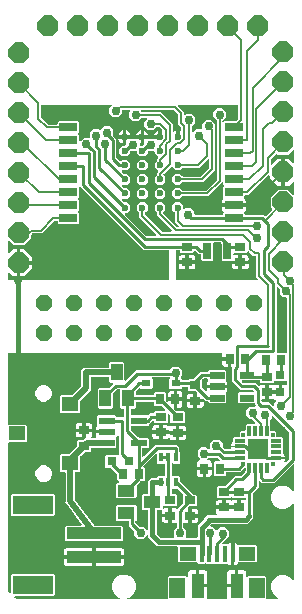
<source format=gbr>
G04 EAGLE Gerber RS-274X export*
G75*
%MOMM*%
%FSLAX34Y34*%
%LPD*%
%INTop Copper*%
%IPPOS*%
%AMOC8*
5,1,8,0,0,1.08239X$1,22.5*%
G01*
%ADD10R,1.500000X0.700000*%
%ADD11C,0.600000*%
%ADD12C,0.088500*%
%ADD13R,0.700000X1.400000*%
%ADD14R,0.900000X0.700000*%
%ADD15R,1.325000X1.700000*%
%ADD16R,1.400000X1.150000*%
%ADD17R,0.400000X1.350000*%
%ADD18R,1.100000X2.100000*%
%ADD19R,4.600000X1.000000*%
%ADD20R,3.400000X1.600000*%
%ADD21P,1.539592X8X202.500000*%
%ADD22R,1.320800X0.558800*%
%ADD23R,0.800000X0.600000*%
%ADD24R,1.400000X1.000000*%
%ADD25R,1.000000X1.400000*%
%ADD26R,0.355600X0.787400*%
%ADD27R,0.800000X0.800000*%
%ADD28R,0.700000X0.900000*%
%ADD29R,1.400000X1.200000*%
%ADD30P,1.924489X8X22.500000*%
%ADD31P,1.924489X8X112.500000*%
%ADD32R,0.300000X0.300000*%
%ADD33R,0.900000X0.300000*%
%ADD34R,0.300000X0.900000*%
%ADD35R,1.800000X1.800000*%
%ADD36C,0.254000*%
%ADD37C,0.203200*%
%ADD38C,0.756400*%
%ADD39C,0.152400*%
%ADD40C,0.406400*%
%ADD41C,0.508000*%

G36*
X163784Y-287512D02*
X163784Y-287512D01*
X163881Y-287502D01*
X163904Y-287492D01*
X163930Y-287488D01*
X164016Y-287442D01*
X164105Y-287402D01*
X164125Y-287385D01*
X164148Y-287372D01*
X164215Y-287302D01*
X164286Y-287236D01*
X164299Y-287213D01*
X164317Y-287194D01*
X164358Y-287106D01*
X164405Y-287020D01*
X164410Y-286995D01*
X164421Y-286971D01*
X164431Y-286874D01*
X164449Y-286778D01*
X164445Y-286752D01*
X164448Y-286727D01*
X164427Y-286631D01*
X164413Y-286535D01*
X164401Y-286512D01*
X164395Y-286486D01*
X164346Y-286403D01*
X164301Y-286316D01*
X164283Y-286297D01*
X164269Y-286275D01*
X164195Y-286212D01*
X164126Y-286144D01*
X164097Y-286128D01*
X164082Y-286115D01*
X164052Y-286103D01*
X163979Y-286063D01*
X161698Y-285118D01*
X158874Y-282294D01*
X157345Y-278603D01*
X157345Y-274609D01*
X158874Y-270918D01*
X161698Y-268094D01*
X165389Y-266565D01*
X169383Y-266565D01*
X173074Y-268094D01*
X175898Y-270918D01*
X177427Y-274609D01*
X177427Y-278603D01*
X175898Y-282294D01*
X173074Y-285118D01*
X170793Y-286063D01*
X170710Y-286114D01*
X170624Y-286160D01*
X170606Y-286179D01*
X170584Y-286192D01*
X170522Y-286267D01*
X170455Y-286338D01*
X170444Y-286362D01*
X170427Y-286382D01*
X170392Y-286473D01*
X170351Y-286561D01*
X170348Y-286587D01*
X170339Y-286611D01*
X170335Y-286709D01*
X170324Y-286805D01*
X170330Y-286831D01*
X170329Y-286857D01*
X170356Y-286951D01*
X170377Y-287046D01*
X170390Y-287068D01*
X170397Y-287093D01*
X170453Y-287173D01*
X170503Y-287257D01*
X170523Y-287274D01*
X170537Y-287295D01*
X170616Y-287354D01*
X170690Y-287417D01*
X170714Y-287427D01*
X170735Y-287442D01*
X170827Y-287472D01*
X170918Y-287509D01*
X170950Y-287512D01*
X170969Y-287518D01*
X171002Y-287518D01*
X171084Y-287527D01*
X203844Y-287527D01*
X203864Y-287524D01*
X203883Y-287526D01*
X203985Y-287504D01*
X204087Y-287488D01*
X204104Y-287478D01*
X204124Y-287474D01*
X204213Y-287421D01*
X204304Y-287372D01*
X204318Y-287358D01*
X204335Y-287348D01*
X204402Y-287269D01*
X204474Y-287194D01*
X204482Y-287176D01*
X204495Y-287161D01*
X204534Y-287065D01*
X204577Y-286971D01*
X204579Y-286951D01*
X204587Y-286933D01*
X204605Y-286766D01*
X204605Y-268782D01*
X205498Y-267889D01*
X220012Y-267889D01*
X220540Y-268417D01*
X220598Y-268459D01*
X220650Y-268509D01*
X220697Y-268531D01*
X220739Y-268561D01*
X220808Y-268582D01*
X220873Y-268612D01*
X220925Y-268618D01*
X220975Y-268633D01*
X221046Y-268631D01*
X221117Y-268639D01*
X221168Y-268628D01*
X221220Y-268627D01*
X221288Y-268602D01*
X221358Y-268587D01*
X221403Y-268560D01*
X221451Y-268543D01*
X221507Y-268498D01*
X221569Y-268461D01*
X221603Y-268421D01*
X221643Y-268389D01*
X221682Y-268329D01*
X221729Y-268274D01*
X221748Y-268226D01*
X221776Y-268182D01*
X221794Y-268112D01*
X221821Y-268046D01*
X221829Y-267975D01*
X221837Y-267943D01*
X221835Y-267920D01*
X221839Y-267879D01*
X221839Y-265080D01*
X222012Y-264433D01*
X222347Y-263854D01*
X222820Y-263381D01*
X223399Y-263046D01*
X224046Y-262873D01*
X228357Y-262873D01*
X228357Y-275152D01*
X228360Y-275172D01*
X228358Y-275191D01*
X228380Y-275293D01*
X228397Y-275395D01*
X228406Y-275412D01*
X228410Y-275432D01*
X228463Y-275521D01*
X228512Y-275612D01*
X228526Y-275626D01*
X228536Y-275643D01*
X228615Y-275710D01*
X228690Y-275781D01*
X228708Y-275790D01*
X228723Y-275803D01*
X228819Y-275842D01*
X228913Y-275885D01*
X228933Y-275887D01*
X228951Y-275895D01*
X229118Y-275913D01*
X229881Y-275913D01*
X229881Y-276676D01*
X229884Y-276696D01*
X229882Y-276715D01*
X229904Y-276817D01*
X229921Y-276919D01*
X229930Y-276936D01*
X229934Y-276956D01*
X229987Y-277045D01*
X230036Y-277136D01*
X230050Y-277150D01*
X230060Y-277167D01*
X230139Y-277234D01*
X230214Y-277305D01*
X230232Y-277314D01*
X230247Y-277327D01*
X230343Y-277366D01*
X230437Y-277409D01*
X230457Y-277411D01*
X230475Y-277419D01*
X230642Y-277437D01*
X237921Y-277437D01*
X237921Y-286766D01*
X237924Y-286786D01*
X237922Y-286805D01*
X237944Y-286907D01*
X237960Y-287009D01*
X237970Y-287026D01*
X237974Y-287046D01*
X238027Y-287135D01*
X238076Y-287226D01*
X238090Y-287240D01*
X238100Y-287257D01*
X238179Y-287324D01*
X238254Y-287396D01*
X238272Y-287404D01*
X238287Y-287417D01*
X238383Y-287456D01*
X238477Y-287499D01*
X238497Y-287501D01*
X238515Y-287509D01*
X238682Y-287527D01*
X254078Y-287527D01*
X254098Y-287524D01*
X254117Y-287526D01*
X254219Y-287504D01*
X254321Y-287488D01*
X254338Y-287478D01*
X254358Y-287474D01*
X254447Y-287421D01*
X254538Y-287372D01*
X254552Y-287358D01*
X254569Y-287348D01*
X254636Y-287269D01*
X254708Y-287194D01*
X254716Y-287176D01*
X254729Y-287161D01*
X254768Y-287065D01*
X254811Y-286971D01*
X254813Y-286951D01*
X254821Y-286933D01*
X254839Y-286766D01*
X254839Y-277437D01*
X262118Y-277437D01*
X262138Y-277434D01*
X262157Y-277436D01*
X262259Y-277414D01*
X262361Y-277397D01*
X262378Y-277388D01*
X262398Y-277384D01*
X262487Y-277331D01*
X262578Y-277282D01*
X262592Y-277268D01*
X262609Y-277258D01*
X262676Y-277179D01*
X262747Y-277104D01*
X262756Y-277086D01*
X262769Y-277071D01*
X262808Y-276975D01*
X262851Y-276881D01*
X262853Y-276861D01*
X262861Y-276843D01*
X262879Y-276676D01*
X262879Y-275913D01*
X263642Y-275913D01*
X263662Y-275910D01*
X263681Y-275912D01*
X263783Y-275890D01*
X263885Y-275873D01*
X263902Y-275864D01*
X263922Y-275860D01*
X264011Y-275807D01*
X264102Y-275758D01*
X264116Y-275744D01*
X264133Y-275734D01*
X264200Y-275655D01*
X264271Y-275580D01*
X264280Y-275562D01*
X264293Y-275547D01*
X264332Y-275451D01*
X264375Y-275357D01*
X264377Y-275337D01*
X264385Y-275319D01*
X264403Y-275152D01*
X264403Y-262873D01*
X268714Y-262873D01*
X269361Y-263046D01*
X269940Y-263381D01*
X270413Y-263854D01*
X270748Y-264433D01*
X270921Y-265080D01*
X270921Y-267879D01*
X270932Y-267950D01*
X270934Y-268022D01*
X270952Y-268071D01*
X270960Y-268122D01*
X270994Y-268185D01*
X271019Y-268253D01*
X271051Y-268293D01*
X271076Y-268339D01*
X271128Y-268389D01*
X271172Y-268445D01*
X271216Y-268473D01*
X271254Y-268509D01*
X271319Y-268539D01*
X271379Y-268578D01*
X271430Y-268590D01*
X271477Y-268612D01*
X271548Y-268620D01*
X271618Y-268638D01*
X271670Y-268634D01*
X271721Y-268639D01*
X271792Y-268624D01*
X271863Y-268619D01*
X271911Y-268598D01*
X271962Y-268587D01*
X272023Y-268550D01*
X272089Y-268522D01*
X272145Y-268477D01*
X272173Y-268461D01*
X272188Y-268443D01*
X272220Y-268417D01*
X272748Y-267889D01*
X287262Y-267889D01*
X288155Y-268782D01*
X288155Y-286766D01*
X288158Y-286786D01*
X288156Y-286805D01*
X288178Y-286907D01*
X288194Y-287009D01*
X288204Y-287026D01*
X288208Y-287046D01*
X288261Y-287135D01*
X288310Y-287226D01*
X288324Y-287240D01*
X288334Y-287257D01*
X288413Y-287324D01*
X288488Y-287396D01*
X288506Y-287404D01*
X288521Y-287417D01*
X288617Y-287456D01*
X288711Y-287499D01*
X288731Y-287501D01*
X288749Y-287509D01*
X288916Y-287527D01*
X297440Y-287527D01*
X297536Y-287512D01*
X297633Y-287502D01*
X297657Y-287492D01*
X297683Y-287488D01*
X297769Y-287442D01*
X297858Y-287402D01*
X297877Y-287385D01*
X297900Y-287372D01*
X297968Y-287302D01*
X298039Y-287236D01*
X298052Y-287213D01*
X298070Y-287194D01*
X298111Y-287106D01*
X298158Y-287020D01*
X298162Y-286995D01*
X298173Y-286971D01*
X298184Y-286874D01*
X298201Y-286778D01*
X298198Y-286752D01*
X298201Y-286727D01*
X298180Y-286631D01*
X298166Y-286535D01*
X298154Y-286512D01*
X298148Y-286486D01*
X298098Y-286403D01*
X298054Y-286316D01*
X298035Y-286297D01*
X298022Y-286275D01*
X297948Y-286212D01*
X297879Y-286144D01*
X297850Y-286128D01*
X297835Y-286115D01*
X297805Y-286103D01*
X297732Y-286063D01*
X296064Y-285372D01*
X293240Y-282548D01*
X291711Y-278857D01*
X291711Y-274863D01*
X293240Y-271172D01*
X296064Y-268348D01*
X299755Y-266819D01*
X303749Y-266819D01*
X307440Y-268348D01*
X310358Y-271266D01*
X310416Y-271308D01*
X310468Y-271357D01*
X310515Y-271379D01*
X310557Y-271410D01*
X310626Y-271431D01*
X310691Y-271461D01*
X310743Y-271467D01*
X310793Y-271482D01*
X310864Y-271480D01*
X310935Y-271488D01*
X310986Y-271477D01*
X311038Y-271476D01*
X311106Y-271451D01*
X311176Y-271436D01*
X311221Y-271409D01*
X311269Y-271391D01*
X311325Y-271346D01*
X311387Y-271310D01*
X311421Y-271270D01*
X311461Y-271237D01*
X311500Y-271177D01*
X311547Y-271123D01*
X311566Y-271074D01*
X311594Y-271030D01*
X311612Y-270961D01*
X311639Y-270894D01*
X311647Y-270823D01*
X311655Y-270792D01*
X311653Y-270769D01*
X311657Y-270728D01*
X311657Y-207300D01*
X311646Y-207230D01*
X311644Y-207158D01*
X311626Y-207109D01*
X311618Y-207058D01*
X311584Y-206994D01*
X311559Y-206927D01*
X311527Y-206886D01*
X311502Y-206840D01*
X311450Y-206791D01*
X311406Y-206735D01*
X311362Y-206707D01*
X311324Y-206671D01*
X311259Y-206641D01*
X311199Y-206602D01*
X311148Y-206589D01*
X311101Y-206567D01*
X311030Y-206559D01*
X310960Y-206542D01*
X310908Y-206546D01*
X310857Y-206540D01*
X310786Y-206555D01*
X310715Y-206561D01*
X310667Y-206581D01*
X310616Y-206592D01*
X310555Y-206629D01*
X310489Y-206657D01*
X310433Y-206702D01*
X310405Y-206718D01*
X310390Y-206736D01*
X310358Y-206762D01*
X307440Y-209680D01*
X303749Y-211209D01*
X299755Y-211209D01*
X296064Y-209680D01*
X293240Y-206856D01*
X291711Y-203165D01*
X291711Y-199171D01*
X293240Y-195480D01*
X296064Y-192656D01*
X299755Y-191127D01*
X303749Y-191127D01*
X307440Y-192656D01*
X310358Y-195574D01*
X310416Y-195616D01*
X310468Y-195665D01*
X310515Y-195687D01*
X310557Y-195718D01*
X310626Y-195739D01*
X310691Y-195769D01*
X310743Y-195775D01*
X310793Y-195790D01*
X310864Y-195788D01*
X310935Y-195796D01*
X310986Y-195785D01*
X311038Y-195784D01*
X311106Y-195759D01*
X311176Y-195744D01*
X311221Y-195717D01*
X311269Y-195699D01*
X311325Y-195654D01*
X311387Y-195618D01*
X311421Y-195578D01*
X311461Y-195545D01*
X311500Y-195485D01*
X311547Y-195431D01*
X311566Y-195382D01*
X311594Y-195338D01*
X311612Y-195269D01*
X311639Y-195202D01*
X311647Y-195131D01*
X311655Y-195100D01*
X311653Y-195077D01*
X311657Y-195036D01*
X311657Y-173939D01*
X311646Y-173868D01*
X311644Y-173796D01*
X311626Y-173747D01*
X311618Y-173696D01*
X311584Y-173633D01*
X311559Y-173565D01*
X311527Y-173525D01*
X311502Y-173479D01*
X311450Y-173429D01*
X311406Y-173373D01*
X311362Y-173345D01*
X311324Y-173309D01*
X311259Y-173279D01*
X311199Y-173240D01*
X311148Y-173228D01*
X311101Y-173206D01*
X311030Y-173198D01*
X310960Y-173180D01*
X310908Y-173184D01*
X310857Y-173179D01*
X310786Y-173194D01*
X310715Y-173199D01*
X310667Y-173220D01*
X310616Y-173231D01*
X310555Y-173268D01*
X310489Y-173296D01*
X310433Y-173341D01*
X310405Y-173357D01*
X310390Y-173375D01*
X310358Y-173401D01*
X294690Y-189069D01*
X284338Y-189069D01*
X282732Y-187463D01*
X282674Y-187421D01*
X282622Y-187371D01*
X282575Y-187349D01*
X282533Y-187319D01*
X282464Y-187298D01*
X282399Y-187268D01*
X282347Y-187262D01*
X282297Y-187247D01*
X282226Y-187249D01*
X282155Y-187241D01*
X282104Y-187252D01*
X282052Y-187253D01*
X281984Y-187278D01*
X281914Y-187293D01*
X281869Y-187320D01*
X281821Y-187338D01*
X281765Y-187382D01*
X281703Y-187419D01*
X281669Y-187459D01*
X281629Y-187491D01*
X281590Y-187552D01*
X281543Y-187606D01*
X281524Y-187654D01*
X281496Y-187698D01*
X281478Y-187768D01*
X281451Y-187834D01*
X281443Y-187906D01*
X281435Y-187937D01*
X281437Y-187960D01*
X281433Y-188001D01*
X281433Y-192928D01*
X276576Y-197785D01*
X276523Y-197859D01*
X276463Y-197928D01*
X276451Y-197958D01*
X276432Y-197984D01*
X276405Y-198071D01*
X276371Y-198156D01*
X276367Y-198197D01*
X276360Y-198219D01*
X276361Y-198252D01*
X276353Y-198323D01*
X276353Y-214619D01*
X276367Y-214710D01*
X276375Y-214800D01*
X276387Y-214830D01*
X276392Y-214862D01*
X276435Y-214943D01*
X276471Y-215027D01*
X276497Y-215059D01*
X276508Y-215080D01*
X276531Y-215102D01*
X276576Y-215158D01*
X277115Y-215697D01*
X277115Y-218643D01*
X272237Y-223521D01*
X241923Y-223521D01*
X241833Y-223535D01*
X241742Y-223543D01*
X241712Y-223555D01*
X241680Y-223560D01*
X241599Y-223603D01*
X241515Y-223639D01*
X241483Y-223665D01*
X241462Y-223676D01*
X241440Y-223699D01*
X241384Y-223744D01*
X240594Y-224534D01*
X240552Y-224592D01*
X240503Y-224644D01*
X240481Y-224691D01*
X240451Y-224733D01*
X240430Y-224802D01*
X240399Y-224867D01*
X240394Y-224919D01*
X240378Y-224969D01*
X240380Y-225040D01*
X240372Y-225111D01*
X240383Y-225162D01*
X240385Y-225214D01*
X240409Y-225282D01*
X240425Y-225352D01*
X240451Y-225397D01*
X240469Y-225445D01*
X240514Y-225501D01*
X240551Y-225563D01*
X240590Y-225597D01*
X240623Y-225637D01*
X240683Y-225676D01*
X240738Y-225723D01*
X240786Y-225742D01*
X240830Y-225770D01*
X240899Y-225788D01*
X240966Y-225815D01*
X241037Y-225823D01*
X241068Y-225831D01*
X241092Y-225829D01*
X241133Y-225833D01*
X242916Y-225833D01*
X245805Y-228722D01*
X245821Y-228733D01*
X245833Y-228749D01*
X245921Y-228805D01*
X246004Y-228865D01*
X246023Y-228871D01*
X246040Y-228882D01*
X246141Y-228907D01*
X246240Y-228938D01*
X246259Y-228937D01*
X246279Y-228942D01*
X246382Y-228934D01*
X246485Y-228931D01*
X246504Y-228925D01*
X246524Y-228923D01*
X246619Y-228883D01*
X246716Y-228847D01*
X246732Y-228834D01*
X246750Y-228827D01*
X246881Y-228722D01*
X249008Y-226595D01*
X253404Y-226595D01*
X256513Y-229704D01*
X256513Y-234100D01*
X253404Y-237209D01*
X253215Y-237209D01*
X253125Y-237223D01*
X253034Y-237231D01*
X253004Y-237243D01*
X252972Y-237248D01*
X252892Y-237291D01*
X252808Y-237327D01*
X252775Y-237353D01*
X252755Y-237364D01*
X252733Y-237387D01*
X252677Y-237432D01*
X250519Y-239590D01*
X250477Y-239648D01*
X250427Y-239700D01*
X250405Y-239747D01*
X250375Y-239789D01*
X250354Y-239858D01*
X250324Y-239923D01*
X250318Y-239975D01*
X250303Y-240025D01*
X250305Y-240096D01*
X250297Y-240167D01*
X250308Y-240218D01*
X250309Y-240270D01*
X250334Y-240338D01*
X250349Y-240408D01*
X250376Y-240453D01*
X250394Y-240501D01*
X250438Y-240557D01*
X250475Y-240619D01*
X250515Y-240653D01*
X250547Y-240693D01*
X250608Y-240732D01*
X250662Y-240779D01*
X250710Y-240798D01*
X250754Y-240826D01*
X250824Y-240844D01*
X250890Y-240871D01*
X250962Y-240879D01*
X250993Y-240887D01*
X251016Y-240885D01*
X251057Y-240889D01*
X254996Y-240889D01*
X255086Y-240875D01*
X255177Y-240867D01*
X255207Y-240855D01*
X255239Y-240850D01*
X255320Y-240807D01*
X255404Y-240771D01*
X255436Y-240745D01*
X255456Y-240734D01*
X255479Y-240711D01*
X255535Y-240666D01*
X255820Y-240381D01*
X256399Y-240046D01*
X257046Y-239873D01*
X258381Y-239873D01*
X258381Y-248926D01*
X258384Y-248945D01*
X258382Y-248965D01*
X258404Y-249067D01*
X258420Y-249169D01*
X258421Y-249170D01*
X258409Y-249197D01*
X258407Y-249217D01*
X258399Y-249235D01*
X258381Y-249402D01*
X258381Y-258455D01*
X257045Y-258455D01*
X256399Y-258282D01*
X255820Y-257947D01*
X255535Y-257662D01*
X255461Y-257609D01*
X255391Y-257549D01*
X255361Y-257537D01*
X255335Y-257518D01*
X255248Y-257491D01*
X255163Y-257457D01*
X255122Y-257453D01*
X255100Y-257446D01*
X255068Y-257447D01*
X254996Y-257439D01*
X250248Y-257439D01*
X250168Y-257359D01*
X250152Y-257347D01*
X250140Y-257331D01*
X250052Y-257275D01*
X249969Y-257215D01*
X249950Y-257209D01*
X249933Y-257198D01*
X249832Y-257173D01*
X249733Y-257143D01*
X249713Y-257143D01*
X249694Y-257138D01*
X249591Y-257146D01*
X249488Y-257149D01*
X249469Y-257156D01*
X249449Y-257157D01*
X249354Y-257198D01*
X249257Y-257233D01*
X249241Y-257246D01*
X249223Y-257254D01*
X249092Y-257359D01*
X249012Y-257439D01*
X243748Y-257439D01*
X243668Y-257359D01*
X243652Y-257347D01*
X243640Y-257331D01*
X243552Y-257275D01*
X243469Y-257215D01*
X243450Y-257209D01*
X243433Y-257198D01*
X243332Y-257173D01*
X243233Y-257143D01*
X243213Y-257143D01*
X243194Y-257138D01*
X243091Y-257146D01*
X242988Y-257149D01*
X242969Y-257156D01*
X242949Y-257157D01*
X242854Y-257198D01*
X242757Y-257233D01*
X242741Y-257246D01*
X242723Y-257254D01*
X242592Y-257359D01*
X242512Y-257439D01*
X237248Y-257439D01*
X237168Y-257359D01*
X237152Y-257347D01*
X237140Y-257331D01*
X237052Y-257275D01*
X236969Y-257215D01*
X236950Y-257209D01*
X236933Y-257198D01*
X236832Y-257173D01*
X236733Y-257143D01*
X236713Y-257143D01*
X236694Y-257138D01*
X236591Y-257146D01*
X236488Y-257149D01*
X236469Y-257156D01*
X236449Y-257157D01*
X236354Y-257198D01*
X236257Y-257233D01*
X236241Y-257246D01*
X236223Y-257254D01*
X236092Y-257359D01*
X236012Y-257439D01*
X230748Y-257439D01*
X229721Y-256412D01*
X229647Y-256359D01*
X229578Y-256299D01*
X229548Y-256287D01*
X229522Y-256268D01*
X229435Y-256241D01*
X229350Y-256207D01*
X229309Y-256203D01*
X229287Y-256196D01*
X229254Y-256197D01*
X229183Y-256189D01*
X213748Y-256189D01*
X212855Y-255296D01*
X212855Y-243032D01*
X212852Y-243012D01*
X212854Y-242993D01*
X212832Y-242891D01*
X212816Y-242789D01*
X212806Y-242772D01*
X212802Y-242752D01*
X212749Y-242663D01*
X212700Y-242572D01*
X212686Y-242558D01*
X212676Y-242541D01*
X212597Y-242474D01*
X212522Y-242402D01*
X212504Y-242394D01*
X212489Y-242381D01*
X212393Y-242342D01*
X212299Y-242299D01*
X212279Y-242297D01*
X212261Y-242289D01*
X212094Y-242271D01*
X195331Y-242271D01*
X193024Y-239964D01*
X190260Y-237200D01*
X190235Y-237182D01*
X188996Y-235936D01*
X188995Y-235935D01*
X188994Y-235934D01*
X187954Y-234894D01*
X187956Y-234139D01*
X187945Y-234067D01*
X187943Y-233994D01*
X187925Y-233946D01*
X187917Y-233896D01*
X187883Y-233831D01*
X187858Y-233763D01*
X187826Y-233723D01*
X187803Y-233678D01*
X187750Y-233628D01*
X187705Y-233571D01*
X187662Y-233543D01*
X187625Y-233508D01*
X187559Y-233477D01*
X187498Y-233438D01*
X187448Y-233426D01*
X187402Y-233404D01*
X187330Y-233396D01*
X187259Y-233378D01*
X187208Y-233382D01*
X187158Y-233376D01*
X187086Y-233391D01*
X187014Y-233397D01*
X186967Y-233417D01*
X186917Y-233428D01*
X186854Y-233465D01*
X186788Y-233493D01*
X186733Y-233537D01*
X186706Y-233553D01*
X186690Y-233572D01*
X186657Y-233598D01*
X183808Y-236447D01*
X179412Y-236447D01*
X176303Y-233338D01*
X176303Y-230101D01*
X176289Y-230011D01*
X176281Y-229920D01*
X176269Y-229890D01*
X176264Y-229858D01*
X176221Y-229778D01*
X176185Y-229694D01*
X176159Y-229662D01*
X176148Y-229641D01*
X176125Y-229619D01*
X176080Y-229563D01*
X171625Y-225108D01*
X171625Y-221764D01*
X171622Y-221744D01*
X171624Y-221725D01*
X171602Y-221623D01*
X171586Y-221521D01*
X171576Y-221504D01*
X171572Y-221484D01*
X171519Y-221395D01*
X171470Y-221304D01*
X171456Y-221290D01*
X171446Y-221273D01*
X171367Y-221206D01*
X171292Y-221134D01*
X171274Y-221126D01*
X171259Y-221113D01*
X171163Y-221074D01*
X171069Y-221031D01*
X171049Y-221029D01*
X171031Y-221021D01*
X170864Y-221003D01*
X161962Y-221003D01*
X161069Y-220110D01*
X161069Y-208846D01*
X161962Y-207953D01*
X177226Y-207953D01*
X178119Y-208846D01*
X178119Y-220110D01*
X177438Y-220791D01*
X177391Y-220855D01*
X177377Y-220870D01*
X177374Y-220877D01*
X177325Y-220934D01*
X177313Y-220964D01*
X177294Y-220990D01*
X177267Y-221077D01*
X177233Y-221162D01*
X177229Y-221203D01*
X177222Y-221225D01*
X177223Y-221258D01*
X177215Y-221329D01*
X177215Y-222477D01*
X177229Y-222567D01*
X177237Y-222658D01*
X177249Y-222688D01*
X177254Y-222720D01*
X177297Y-222800D01*
X177333Y-222884D01*
X177359Y-222916D01*
X177370Y-222937D01*
X177393Y-222959D01*
X177438Y-223015D01*
X180033Y-225610D01*
X180107Y-225663D01*
X180176Y-225723D01*
X180206Y-225735D01*
X180232Y-225754D01*
X180319Y-225781D01*
X180404Y-225815D01*
X180445Y-225819D01*
X180467Y-225826D01*
X180500Y-225825D01*
X180571Y-225833D01*
X183808Y-225833D01*
X186673Y-228698D01*
X186731Y-228740D01*
X186782Y-228788D01*
X186805Y-228799D01*
X186806Y-228801D01*
X186817Y-228805D01*
X186830Y-228811D01*
X186873Y-228842D01*
X186940Y-228863D01*
X187005Y-228893D01*
X187057Y-228899D01*
X187108Y-228914D01*
X187179Y-228912D01*
X187249Y-228920D01*
X187301Y-228909D01*
X187354Y-228908D01*
X187420Y-228884D01*
X187489Y-228869D01*
X187535Y-228842D01*
X187585Y-228824D01*
X187640Y-228779D01*
X187701Y-228743D01*
X187736Y-228703D01*
X187777Y-228670D01*
X187815Y-228610D01*
X187861Y-228557D01*
X187881Y-228508D01*
X187910Y-228463D01*
X187927Y-228394D01*
X187934Y-228378D01*
X187945Y-228355D01*
X187945Y-228350D01*
X187954Y-228329D01*
X187962Y-228256D01*
X187970Y-228224D01*
X187968Y-228202D01*
X187973Y-228162D01*
X188017Y-212266D01*
X188014Y-212245D01*
X188016Y-212225D01*
X187994Y-212124D01*
X187978Y-212023D01*
X187968Y-212005D01*
X187964Y-211984D01*
X187911Y-211896D01*
X187863Y-211806D01*
X187848Y-211791D01*
X187838Y-211773D01*
X187759Y-211706D01*
X187686Y-211636D01*
X187667Y-211627D01*
X187651Y-211613D01*
X187555Y-211575D01*
X187463Y-211531D01*
X187442Y-211529D01*
X187422Y-211521D01*
X187256Y-211503D01*
X183962Y-211503D01*
X183069Y-210610D01*
X183069Y-199346D01*
X183962Y-198453D01*
X187276Y-198453D01*
X187296Y-198450D01*
X187315Y-198452D01*
X187417Y-198430D01*
X187519Y-198414D01*
X187536Y-198404D01*
X187556Y-198400D01*
X187645Y-198347D01*
X187736Y-198298D01*
X187750Y-198284D01*
X187767Y-198274D01*
X187834Y-198195D01*
X187906Y-198120D01*
X187914Y-198102D01*
X187927Y-198087D01*
X187966Y-197991D01*
X188009Y-197897D01*
X188011Y-197877D01*
X188019Y-197859D01*
X188037Y-197692D01*
X188037Y-186995D01*
X190121Y-184911D01*
X194414Y-184911D01*
X194434Y-184908D01*
X194453Y-184910D01*
X194555Y-184888D01*
X194657Y-184872D01*
X194674Y-184862D01*
X194694Y-184858D01*
X194783Y-184805D01*
X194874Y-184756D01*
X194888Y-184742D01*
X194905Y-184732D01*
X194972Y-184653D01*
X195044Y-184578D01*
X195052Y-184560D01*
X195065Y-184545D01*
X195104Y-184449D01*
X195147Y-184355D01*
X195149Y-184335D01*
X195157Y-184317D01*
X195175Y-184150D01*
X195175Y-183899D01*
X196068Y-183006D01*
X200889Y-183006D01*
X200942Y-183044D01*
X200994Y-183094D01*
X201041Y-183116D01*
X201083Y-183146D01*
X201152Y-183167D01*
X201217Y-183197D01*
X201269Y-183203D01*
X201318Y-183218D01*
X201390Y-183216D01*
X201461Y-183224D01*
X201512Y-183213D01*
X201564Y-183212D01*
X201632Y-183187D01*
X201702Y-183172D01*
X201747Y-183145D01*
X201795Y-183128D01*
X201851Y-183083D01*
X201913Y-183046D01*
X201947Y-183006D01*
X201987Y-182974D01*
X202026Y-182914D01*
X202073Y-182859D01*
X202092Y-182811D01*
X202120Y-182767D01*
X202138Y-182698D01*
X202165Y-182631D01*
X202173Y-182560D01*
X202181Y-182528D01*
X202179Y-182505D01*
X202183Y-182464D01*
X202183Y-173136D01*
X202172Y-173065D01*
X202170Y-172993D01*
X202152Y-172944D01*
X202144Y-172893D01*
X202110Y-172830D01*
X202085Y-172762D01*
X202053Y-172722D01*
X202028Y-172676D01*
X201977Y-172626D01*
X201932Y-172570D01*
X201888Y-172542D01*
X201850Y-172506D01*
X201785Y-172476D01*
X201725Y-172437D01*
X201674Y-172425D01*
X201627Y-172403D01*
X201556Y-172395D01*
X201486Y-172377D01*
X201434Y-172381D01*
X201383Y-172376D01*
X201312Y-172391D01*
X201241Y-172396D01*
X201193Y-172417D01*
X201142Y-172428D01*
X201081Y-172465D01*
X201015Y-172493D01*
X200959Y-172538D01*
X200931Y-172554D01*
X200916Y-172572D01*
X200889Y-172594D01*
X196068Y-172594D01*
X195175Y-171701D01*
X195175Y-165095D01*
X195164Y-165024D01*
X195162Y-164952D01*
X195144Y-164903D01*
X195136Y-164852D01*
X195102Y-164789D01*
X195077Y-164721D01*
X195045Y-164681D01*
X195020Y-164635D01*
X194969Y-164585D01*
X194924Y-164529D01*
X194880Y-164501D01*
X194842Y-164465D01*
X194777Y-164435D01*
X194717Y-164396D01*
X194666Y-164384D01*
X194619Y-164362D01*
X194548Y-164354D01*
X194478Y-164336D01*
X194426Y-164340D01*
X194375Y-164335D01*
X194304Y-164350D01*
X194233Y-164355D01*
X194185Y-164376D01*
X194134Y-164387D01*
X194073Y-164424D01*
X194007Y-164452D01*
X193951Y-164497D01*
X193923Y-164513D01*
X193908Y-164531D01*
X193876Y-164557D01*
X184019Y-174414D01*
X184007Y-174430D01*
X183991Y-174442D01*
X183935Y-174530D01*
X183875Y-174613D01*
X183869Y-174632D01*
X183858Y-174649D01*
X183833Y-174750D01*
X183803Y-174849D01*
X183803Y-174868D01*
X183798Y-174888D01*
X183806Y-174991D01*
X183809Y-175094D01*
X183816Y-175113D01*
X183817Y-175133D01*
X183858Y-175228D01*
X183894Y-175325D01*
X183906Y-175341D01*
X183914Y-175359D01*
X184019Y-175490D01*
X185007Y-176478D01*
X185007Y-186742D01*
X184114Y-187635D01*
X181705Y-187635D01*
X181615Y-187649D01*
X181524Y-187657D01*
X181494Y-187669D01*
X181462Y-187674D01*
X181382Y-187717D01*
X181298Y-187753D01*
X181265Y-187779D01*
X181245Y-187790D01*
X181223Y-187813D01*
X181167Y-187858D01*
X180917Y-188108D01*
X178342Y-190683D01*
X178289Y-190757D01*
X178229Y-190826D01*
X178217Y-190856D01*
X178198Y-190882D01*
X178171Y-190969D01*
X178137Y-191054D01*
X178133Y-191095D01*
X178126Y-191117D01*
X178127Y-191150D01*
X178119Y-191221D01*
X178119Y-201110D01*
X177226Y-202003D01*
X161962Y-202003D01*
X161069Y-201110D01*
X161069Y-189846D01*
X161962Y-188953D01*
X162331Y-188953D01*
X162402Y-188942D01*
X162474Y-188940D01*
X162523Y-188922D01*
X162574Y-188914D01*
X162637Y-188880D01*
X162705Y-188855D01*
X162745Y-188823D01*
X162791Y-188798D01*
X162841Y-188746D01*
X162897Y-188702D01*
X162925Y-188658D01*
X162961Y-188620D01*
X162991Y-188555D01*
X163030Y-188495D01*
X163042Y-188444D01*
X163064Y-188397D01*
X163072Y-188326D01*
X163090Y-188256D01*
X163086Y-188204D01*
X163091Y-188153D01*
X163076Y-188082D01*
X163071Y-188011D01*
X163050Y-187963D01*
X163039Y-187912D01*
X163002Y-187851D01*
X162974Y-187785D01*
X162929Y-187729D01*
X162913Y-187701D01*
X162895Y-187686D01*
X162869Y-187654D01*
X161957Y-186742D01*
X161957Y-181869D01*
X161943Y-181779D01*
X161935Y-181688D01*
X161923Y-181658D01*
X161918Y-181626D01*
X161875Y-181546D01*
X161839Y-181462D01*
X161813Y-181430D01*
X161802Y-181409D01*
X161779Y-181387D01*
X161734Y-181331D01*
X156585Y-176182D01*
X156511Y-176129D01*
X156442Y-176069D01*
X156412Y-176057D01*
X156386Y-176038D01*
X156299Y-176011D01*
X156214Y-175977D01*
X156173Y-175973D01*
X156151Y-175966D01*
X156118Y-175967D01*
X156047Y-175959D01*
X152460Y-175959D01*
X151567Y-175066D01*
X151567Y-165802D01*
X152460Y-164909D01*
X161724Y-164909D01*
X161768Y-164953D01*
X161826Y-164995D01*
X161878Y-165045D01*
X161925Y-165067D01*
X161967Y-165097D01*
X162036Y-165118D01*
X162101Y-165148D01*
X162153Y-165154D01*
X162203Y-165169D01*
X162274Y-165167D01*
X162345Y-165175D01*
X162396Y-165164D01*
X162448Y-165163D01*
X162516Y-165138D01*
X162586Y-165123D01*
X162631Y-165096D01*
X162679Y-165079D01*
X162735Y-165034D01*
X162797Y-164997D01*
X162831Y-164957D01*
X162871Y-164925D01*
X162910Y-164865D01*
X162957Y-164810D01*
X162976Y-164762D01*
X163004Y-164718D01*
X163022Y-164649D01*
X163049Y-164582D01*
X163057Y-164511D01*
X163065Y-164479D01*
X163063Y-164456D01*
X163067Y-164415D01*
X163067Y-150101D01*
X163060Y-150053D01*
X163061Y-150005D01*
X163040Y-149933D01*
X163028Y-149858D01*
X163005Y-149815D01*
X162991Y-149769D01*
X162948Y-149707D01*
X162912Y-149640D01*
X162878Y-149607D01*
X162850Y-149568D01*
X162789Y-149523D01*
X162734Y-149471D01*
X162690Y-149451D01*
X162652Y-149422D01*
X162580Y-149399D01*
X162511Y-149367D01*
X162463Y-149362D01*
X162418Y-149348D01*
X162342Y-149349D01*
X162267Y-149340D01*
X162220Y-149351D01*
X162172Y-149351D01*
X162100Y-149376D01*
X162026Y-149393D01*
X161985Y-149417D01*
X161940Y-149433D01*
X161880Y-149480D01*
X161815Y-149519D01*
X161784Y-149555D01*
X161746Y-149585D01*
X161670Y-149688D01*
X161655Y-149706D01*
X161653Y-149712D01*
X161647Y-149720D01*
X161545Y-149896D01*
X161020Y-150421D01*
X161008Y-150437D01*
X160993Y-150450D01*
X160937Y-150537D01*
X160876Y-150621D01*
X160871Y-150640D01*
X160860Y-150657D01*
X160835Y-150757D01*
X160804Y-150856D01*
X160805Y-150876D01*
X160800Y-150895D01*
X160808Y-150998D01*
X160810Y-151102D01*
X160817Y-151121D01*
X160819Y-151140D01*
X160859Y-151236D01*
X160895Y-151333D01*
X160907Y-151348D01*
X160915Y-151367D01*
X161020Y-151498D01*
X161037Y-151514D01*
X161037Y-158366D01*
X160144Y-159259D01*
X145672Y-159259D01*
X145641Y-159228D01*
X145567Y-159175D01*
X145498Y-159115D01*
X145468Y-159103D01*
X145442Y-159084D01*
X145355Y-159057D01*
X145270Y-159023D01*
X145229Y-159019D01*
X145207Y-159012D01*
X145174Y-159013D01*
X145103Y-159005D01*
X140390Y-159005D01*
X140370Y-159008D01*
X140351Y-159006D01*
X140249Y-159028D01*
X140147Y-159044D01*
X140130Y-159054D01*
X140110Y-159058D01*
X140021Y-159111D01*
X139930Y-159160D01*
X139916Y-159174D01*
X139899Y-159184D01*
X139832Y-159263D01*
X139760Y-159338D01*
X139752Y-159356D01*
X139739Y-159371D01*
X139700Y-159467D01*
X139657Y-159561D01*
X139655Y-159581D01*
X139647Y-159599D01*
X139629Y-159766D01*
X139629Y-161508D01*
X138736Y-162401D01*
X135001Y-162401D01*
X134911Y-162415D01*
X134820Y-162423D01*
X134790Y-162435D01*
X134758Y-162440D01*
X134678Y-162483D01*
X134594Y-162519D01*
X134562Y-162545D01*
X134541Y-162556D01*
X134519Y-162579D01*
X134463Y-162624D01*
X130816Y-166271D01*
X130763Y-166345D01*
X130703Y-166414D01*
X130691Y-166444D01*
X130672Y-166470D01*
X130645Y-166557D01*
X130611Y-166642D01*
X130607Y-166683D01*
X130600Y-166706D01*
X130601Y-166738D01*
X130593Y-166809D01*
X130593Y-178698D01*
X129700Y-179591D01*
X126894Y-179591D01*
X126874Y-179594D01*
X126855Y-179592D01*
X126753Y-179614D01*
X126651Y-179630D01*
X126634Y-179640D01*
X126614Y-179644D01*
X126525Y-179697D01*
X126434Y-179746D01*
X126420Y-179760D01*
X126403Y-179770D01*
X126336Y-179849D01*
X126264Y-179924D01*
X126256Y-179942D01*
X126243Y-179957D01*
X126204Y-180053D01*
X126161Y-180147D01*
X126159Y-180167D01*
X126151Y-180185D01*
X126133Y-180352D01*
X126133Y-202702D01*
X126138Y-202736D01*
X126136Y-202770D01*
X126158Y-202857D01*
X126172Y-202945D01*
X126189Y-202975D01*
X126197Y-203009D01*
X126281Y-203154D01*
X142170Y-224720D01*
X142188Y-224737D01*
X142201Y-224759D01*
X142275Y-224823D01*
X142346Y-224891D01*
X142368Y-224902D01*
X142388Y-224919D01*
X142479Y-224956D01*
X142567Y-224998D01*
X142592Y-225001D01*
X142616Y-225011D01*
X142782Y-225029D01*
X165788Y-225029D01*
X166681Y-225922D01*
X166681Y-237186D01*
X165788Y-238079D01*
X118524Y-238079D01*
X117631Y-237186D01*
X117631Y-225922D01*
X118524Y-225029D01*
X130794Y-225029D01*
X130808Y-225027D01*
X130823Y-225029D01*
X130930Y-225007D01*
X131037Y-224990D01*
X131049Y-224983D01*
X131064Y-224980D01*
X131158Y-224925D01*
X131254Y-224874D01*
X131264Y-224864D01*
X131276Y-224857D01*
X131348Y-224775D01*
X131423Y-224696D01*
X131429Y-224683D01*
X131439Y-224672D01*
X131481Y-224572D01*
X131527Y-224473D01*
X131529Y-224459D01*
X131534Y-224445D01*
X131542Y-224337D01*
X131554Y-224229D01*
X131551Y-224214D01*
X131552Y-224200D01*
X131525Y-224095D01*
X131502Y-223988D01*
X131494Y-223976D01*
X131491Y-223962D01*
X131407Y-223816D01*
X119011Y-206992D01*
X118988Y-206969D01*
X118937Y-206905D01*
X118003Y-205972D01*
X118003Y-205874D01*
X117998Y-205840D01*
X118000Y-205806D01*
X117978Y-205719D01*
X117964Y-205631D01*
X117947Y-205601D01*
X117939Y-205568D01*
X117855Y-205422D01*
X117797Y-205344D01*
X117995Y-204039D01*
X117994Y-204006D01*
X118003Y-203924D01*
X118003Y-180352D01*
X118000Y-180332D01*
X118002Y-180313D01*
X117980Y-180211D01*
X117964Y-180109D01*
X117954Y-180092D01*
X117950Y-180072D01*
X117897Y-179983D01*
X117848Y-179892D01*
X117834Y-179878D01*
X117824Y-179861D01*
X117745Y-179794D01*
X117670Y-179722D01*
X117652Y-179714D01*
X117637Y-179701D01*
X117541Y-179662D01*
X117447Y-179619D01*
X117427Y-179617D01*
X117409Y-179609D01*
X117242Y-179591D01*
X114436Y-179591D01*
X113543Y-178698D01*
X113543Y-165434D01*
X114436Y-164541D01*
X120733Y-164541D01*
X120823Y-164527D01*
X120914Y-164519D01*
X120944Y-164507D01*
X120976Y-164502D01*
X121056Y-164459D01*
X121140Y-164423D01*
X121172Y-164397D01*
X121193Y-164386D01*
X121215Y-164363D01*
X121271Y-164318D01*
X127356Y-158233D01*
X127409Y-158159D01*
X127469Y-158090D01*
X127481Y-158060D01*
X127500Y-158034D01*
X127527Y-157947D01*
X127561Y-157862D01*
X127565Y-157821D01*
X127572Y-157798D01*
X127571Y-157766D01*
X127579Y-157695D01*
X127579Y-153244D01*
X128472Y-152351D01*
X132923Y-152351D01*
X133013Y-152337D01*
X133104Y-152329D01*
X133134Y-152317D01*
X133166Y-152312D01*
X133246Y-152269D01*
X133330Y-152233D01*
X133362Y-152207D01*
X133383Y-152196D01*
X133405Y-152173D01*
X133461Y-152128D01*
X134904Y-150685D01*
X134957Y-150611D01*
X135017Y-150542D01*
X135029Y-150512D01*
X135048Y-150486D01*
X135075Y-150399D01*
X135109Y-150314D01*
X135113Y-150273D01*
X135120Y-150251D01*
X135119Y-150218D01*
X135127Y-150147D01*
X135127Y-145899D01*
X140645Y-145899D01*
X140645Y-148211D01*
X140472Y-148857D01*
X140137Y-149436D01*
X139997Y-149576D01*
X139956Y-149634D01*
X139906Y-149686D01*
X139884Y-149733D01*
X139854Y-149775D01*
X139833Y-149844D01*
X139803Y-149909D01*
X139797Y-149961D01*
X139781Y-150010D01*
X139783Y-150082D01*
X139775Y-150153D01*
X139787Y-150204D01*
X139788Y-150256D01*
X139812Y-150324D01*
X139828Y-150394D01*
X139854Y-150439D01*
X139872Y-150487D01*
X139917Y-150543D01*
X139954Y-150605D01*
X139993Y-150639D01*
X140026Y-150679D01*
X140086Y-150718D01*
X140141Y-150765D01*
X140189Y-150784D01*
X140233Y-150812D01*
X140302Y-150830D01*
X140369Y-150857D01*
X140440Y-150865D01*
X140471Y-150873D01*
X140495Y-150871D01*
X140536Y-150875D01*
X143518Y-150875D01*
X143612Y-150860D01*
X143707Y-150851D01*
X143733Y-150840D01*
X143761Y-150836D01*
X143845Y-150791D01*
X143932Y-150753D01*
X143953Y-150734D01*
X143978Y-150720D01*
X144043Y-150651D01*
X144114Y-150587D01*
X144128Y-150563D01*
X144147Y-150542D01*
X144187Y-150456D01*
X144234Y-150372D01*
X144239Y-150345D01*
X144251Y-150319D01*
X144261Y-150224D01*
X144279Y-150131D01*
X144275Y-150103D01*
X144278Y-150075D01*
X144258Y-149981D01*
X144244Y-149887D01*
X144230Y-149855D01*
X144226Y-149834D01*
X144209Y-149806D01*
X144177Y-149733D01*
X143936Y-149317D01*
X143763Y-148670D01*
X143763Y-146938D01*
X152273Y-146938D01*
X152292Y-146935D01*
X152312Y-146937D01*
X152414Y-146915D01*
X152516Y-146899D01*
X152533Y-146889D01*
X152553Y-146885D01*
X152642Y-146832D01*
X152733Y-146783D01*
X152747Y-146769D01*
X152764Y-146759D01*
X152831Y-146680D01*
X152902Y-146605D01*
X152911Y-146587D01*
X152924Y-146572D01*
X152962Y-146476D01*
X153006Y-146382D01*
X153008Y-146362D01*
X153016Y-146344D01*
X153034Y-146177D01*
X153034Y-144907D01*
X153031Y-144887D01*
X153033Y-144867D01*
X153011Y-144766D01*
X152994Y-144664D01*
X152985Y-144647D01*
X152981Y-144627D01*
X152928Y-144538D01*
X152879Y-144447D01*
X152865Y-144433D01*
X152855Y-144416D01*
X152776Y-144349D01*
X152701Y-144277D01*
X152683Y-144269D01*
X152668Y-144256D01*
X152571Y-144217D01*
X152478Y-144174D01*
X152458Y-144172D01*
X152440Y-144164D01*
X152273Y-144146D01*
X143763Y-144146D01*
X143763Y-142414D01*
X143936Y-141767D01*
X144271Y-141188D01*
X144796Y-140663D01*
X144808Y-140647D01*
X144823Y-140634D01*
X144879Y-140547D01*
X144940Y-140463D01*
X144945Y-140444D01*
X144956Y-140427D01*
X144981Y-140327D01*
X145012Y-140228D01*
X145011Y-140208D01*
X145016Y-140189D01*
X145008Y-140086D01*
X145006Y-139982D01*
X144999Y-139963D01*
X144997Y-139944D01*
X144957Y-139848D01*
X144921Y-139751D01*
X144909Y-139736D01*
X144901Y-139717D01*
X144796Y-139586D01*
X144779Y-139570D01*
X144779Y-132718D01*
X145672Y-131825D01*
X160144Y-131825D01*
X161062Y-132744D01*
X161076Y-132831D01*
X161086Y-132848D01*
X161090Y-132868D01*
X161143Y-132957D01*
X161192Y-133048D01*
X161206Y-133062D01*
X161216Y-133079D01*
X161295Y-133146D01*
X161370Y-133218D01*
X161388Y-133226D01*
X161403Y-133239D01*
X161499Y-133278D01*
X161593Y-133321D01*
X161613Y-133323D01*
X161631Y-133331D01*
X161798Y-133349D01*
X166878Y-133349D01*
X166898Y-133346D01*
X166917Y-133348D01*
X167019Y-133326D01*
X167121Y-133310D01*
X167138Y-133300D01*
X167158Y-133296D01*
X167247Y-133243D01*
X167338Y-133194D01*
X167352Y-133180D01*
X167369Y-133170D01*
X167436Y-133091D01*
X167508Y-133016D01*
X167516Y-132998D01*
X167529Y-132983D01*
X167568Y-132887D01*
X167611Y-132793D01*
X167613Y-132773D01*
X167621Y-132755D01*
X167639Y-132588D01*
X167639Y-126712D01*
X167636Y-126692D01*
X167638Y-126673D01*
X167616Y-126571D01*
X167600Y-126469D01*
X167590Y-126452D01*
X167586Y-126432D01*
X167533Y-126343D01*
X167484Y-126252D01*
X167470Y-126238D01*
X167460Y-126221D01*
X167381Y-126154D01*
X167306Y-126082D01*
X167288Y-126074D01*
X167273Y-126061D01*
X167177Y-126022D01*
X167083Y-125979D01*
X167063Y-125977D01*
X167045Y-125969D01*
X166878Y-125951D01*
X165158Y-125951D01*
X164265Y-125058D01*
X164265Y-110236D01*
X164262Y-110216D01*
X164264Y-110197D01*
X164242Y-110095D01*
X164226Y-109993D01*
X164216Y-109976D01*
X164212Y-109956D01*
X164159Y-109867D01*
X164110Y-109776D01*
X164096Y-109762D01*
X164086Y-109745D01*
X164007Y-109678D01*
X163932Y-109606D01*
X163914Y-109598D01*
X163899Y-109585D01*
X163803Y-109546D01*
X163709Y-109503D01*
X163689Y-109501D01*
X163671Y-109493D01*
X163504Y-109475D01*
X162226Y-109475D01*
X162138Y-109489D01*
X162049Y-109496D01*
X162017Y-109509D01*
X161983Y-109514D01*
X161905Y-109556D01*
X161822Y-109591D01*
X161788Y-109618D01*
X161766Y-109630D01*
X161744Y-109652D01*
X161691Y-109695D01*
X158541Y-112811D01*
X158486Y-112887D01*
X158425Y-112957D01*
X158414Y-112986D01*
X158396Y-113010D01*
X158368Y-113099D01*
X158333Y-113186D01*
X158329Y-113224D01*
X158322Y-113245D01*
X158323Y-113277D01*
X158315Y-113352D01*
X158315Y-125058D01*
X157422Y-125951D01*
X146158Y-125951D01*
X145265Y-125058D01*
X145265Y-109794D01*
X146158Y-108901D01*
X154232Y-108901D01*
X154320Y-108887D01*
X154409Y-108880D01*
X154441Y-108867D01*
X154475Y-108862D01*
X154554Y-108820D01*
X154636Y-108785D01*
X154671Y-108758D01*
X154692Y-108746D01*
X154714Y-108724D01*
X154768Y-108681D01*
X158233Y-105253D01*
X158276Y-105193D01*
X158327Y-105140D01*
X158348Y-105095D01*
X158378Y-105054D01*
X158400Y-104984D01*
X158431Y-104917D01*
X158436Y-104867D01*
X158451Y-104820D01*
X158450Y-104746D01*
X158458Y-104673D01*
X158447Y-104624D01*
X158446Y-104574D01*
X158421Y-104504D01*
X158406Y-104432D01*
X158380Y-104389D01*
X158363Y-104342D01*
X158317Y-104284D01*
X158279Y-104221D01*
X158241Y-104189D01*
X158210Y-104149D01*
X158148Y-104109D01*
X158092Y-104061D01*
X158046Y-104042D01*
X158004Y-104015D01*
X157933Y-103997D01*
X157864Y-103969D01*
X157797Y-103962D01*
X157766Y-103954D01*
X157741Y-103956D01*
X157698Y-103951D01*
X155658Y-103951D01*
X154765Y-103058D01*
X154765Y-100252D01*
X154763Y-100235D01*
X154764Y-100220D01*
X154764Y-100218D01*
X154764Y-100213D01*
X154742Y-100111D01*
X154726Y-100009D01*
X154716Y-99992D01*
X154712Y-99972D01*
X154659Y-99883D01*
X154610Y-99792D01*
X154596Y-99778D01*
X154586Y-99761D01*
X154507Y-99694D01*
X154432Y-99622D01*
X154414Y-99614D01*
X154399Y-99601D01*
X154303Y-99562D01*
X154209Y-99519D01*
X154189Y-99517D01*
X154171Y-99509D01*
X154004Y-99491D01*
X140356Y-99491D01*
X140336Y-99494D01*
X140317Y-99492D01*
X140215Y-99514D01*
X140113Y-99530D01*
X140096Y-99540D01*
X140076Y-99544D01*
X139987Y-99597D01*
X139896Y-99646D01*
X139882Y-99660D01*
X139865Y-99670D01*
X139798Y-99749D01*
X139726Y-99824D01*
X139718Y-99842D01*
X139705Y-99857D01*
X139666Y-99953D01*
X139623Y-100047D01*
X139621Y-100067D01*
X139613Y-100085D01*
X139595Y-100252D01*
X139595Y-110288D01*
X130816Y-119067D01*
X130763Y-119141D01*
X130703Y-119210D01*
X130691Y-119240D01*
X130672Y-119266D01*
X130645Y-119353D01*
X130611Y-119438D01*
X130607Y-119479D01*
X130600Y-119502D01*
X130601Y-119534D01*
X130593Y-119605D01*
X130593Y-128698D01*
X129700Y-129591D01*
X114436Y-129591D01*
X113543Y-128698D01*
X113543Y-115434D01*
X114436Y-114541D01*
X123529Y-114541D01*
X123619Y-114527D01*
X123710Y-114519D01*
X123740Y-114507D01*
X123772Y-114502D01*
X123852Y-114459D01*
X123936Y-114423D01*
X123968Y-114397D01*
X123989Y-114386D01*
X124011Y-114363D01*
X124067Y-114318D01*
X131242Y-107143D01*
X131295Y-107069D01*
X131355Y-107000D01*
X131367Y-106970D01*
X131386Y-106944D01*
X131413Y-106857D01*
X131447Y-106772D01*
X131451Y-106731D01*
X131458Y-106708D01*
X131457Y-106676D01*
X131465Y-106605D01*
X131465Y-93742D01*
X133846Y-91361D01*
X154004Y-91361D01*
X154024Y-91358D01*
X154043Y-91360D01*
X154145Y-91338D01*
X154247Y-91322D01*
X154264Y-91312D01*
X154284Y-91308D01*
X154373Y-91255D01*
X154464Y-91206D01*
X154478Y-91192D01*
X154495Y-91182D01*
X154562Y-91103D01*
X154634Y-91028D01*
X154642Y-91010D01*
X154655Y-90995D01*
X154694Y-90899D01*
X154737Y-90805D01*
X154739Y-90785D01*
X154747Y-90767D01*
X154765Y-90600D01*
X154765Y-87794D01*
X155658Y-86901D01*
X166922Y-86901D01*
X167815Y-87794D01*
X167815Y-101477D01*
X167826Y-101548D01*
X167828Y-101620D01*
X167846Y-101669D01*
X167854Y-101720D01*
X167888Y-101783D01*
X167913Y-101851D01*
X167945Y-101891D01*
X167970Y-101937D01*
X168021Y-101987D01*
X168066Y-102043D01*
X168110Y-102071D01*
X168148Y-102107D01*
X168213Y-102137D01*
X168273Y-102176D01*
X168324Y-102188D01*
X168371Y-102210D01*
X168442Y-102218D01*
X168512Y-102236D01*
X168564Y-102232D01*
X168615Y-102237D01*
X168686Y-102222D01*
X168757Y-102217D01*
X168805Y-102196D01*
X168856Y-102185D01*
X168917Y-102148D01*
X168983Y-102120D01*
X169039Y-102075D01*
X169067Y-102059D01*
X169082Y-102041D01*
X169114Y-102015D01*
X175544Y-95585D01*
X177404Y-93725D01*
X205341Y-93725D01*
X205431Y-93711D01*
X205522Y-93703D01*
X205551Y-93691D01*
X205583Y-93686D01*
X205664Y-93643D01*
X205748Y-93607D01*
X205780Y-93581D01*
X205801Y-93570D01*
X205823Y-93547D01*
X205879Y-93502D01*
X208930Y-90451D01*
X213326Y-90451D01*
X216435Y-93560D01*
X216435Y-97956D01*
X215552Y-98839D01*
X215540Y-98855D01*
X215525Y-98868D01*
X215469Y-98955D01*
X215408Y-99039D01*
X215402Y-99058D01*
X215392Y-99075D01*
X215366Y-99175D01*
X215336Y-99274D01*
X215336Y-99294D01*
X215332Y-99313D01*
X215340Y-99416D01*
X215342Y-99520D01*
X215349Y-99539D01*
X215351Y-99558D01*
X215391Y-99653D01*
X215427Y-99751D01*
X215439Y-99766D01*
X215447Y-99785D01*
X215552Y-99916D01*
X216653Y-101016D01*
X216653Y-101092D01*
X216656Y-101112D01*
X216654Y-101131D01*
X216676Y-101233D01*
X216692Y-101335D01*
X216702Y-101352D01*
X216706Y-101372D01*
X216759Y-101461D01*
X216808Y-101552D01*
X216822Y-101566D01*
X216832Y-101583D01*
X216911Y-101650D01*
X216986Y-101722D01*
X217004Y-101730D01*
X217019Y-101743D01*
X217115Y-101782D01*
X217209Y-101825D01*
X217229Y-101827D01*
X217247Y-101835D01*
X217414Y-101853D01*
X221789Y-101853D01*
X221879Y-101839D01*
X221970Y-101831D01*
X222000Y-101819D01*
X222032Y-101814D01*
X222113Y-101771D01*
X222196Y-101735D01*
X222229Y-101709D01*
X222249Y-101698D01*
X222271Y-101675D01*
X222327Y-101630D01*
X222706Y-101251D01*
X225745Y-101251D01*
X225835Y-101237D01*
X225926Y-101229D01*
X225956Y-101217D01*
X225988Y-101212D01*
X226068Y-101169D01*
X226152Y-101133D01*
X226185Y-101107D01*
X226205Y-101096D01*
X226227Y-101073D01*
X226283Y-101028D01*
X226903Y-100408D01*
X232418Y-94893D01*
X237940Y-94893D01*
X237960Y-94890D01*
X237979Y-94892D01*
X238081Y-94870D01*
X238183Y-94854D01*
X238200Y-94844D01*
X238220Y-94840D01*
X238309Y-94787D01*
X238400Y-94738D01*
X238414Y-94724D01*
X238431Y-94714D01*
X238498Y-94635D01*
X238570Y-94560D01*
X238578Y-94542D01*
X238591Y-94527D01*
X238625Y-94442D01*
X239854Y-93213D01*
X252698Y-93213D01*
X253851Y-94366D01*
X253851Y-101010D01*
X253680Y-101181D01*
X253668Y-101197D01*
X253653Y-101210D01*
X253597Y-101297D01*
X253536Y-101381D01*
X253530Y-101400D01*
X253520Y-101417D01*
X253494Y-101517D01*
X253464Y-101616D01*
X253464Y-101636D01*
X253460Y-101655D01*
X253468Y-101758D01*
X253470Y-101862D01*
X253477Y-101881D01*
X253479Y-101901D01*
X253519Y-101996D01*
X253555Y-102093D01*
X253567Y-102109D01*
X253575Y-102127D01*
X253680Y-102258D01*
X254271Y-102849D01*
X254663Y-103529D01*
X254867Y-104288D01*
X254867Y-105714D01*
X246989Y-105714D01*
X246970Y-105717D01*
X246950Y-105715D01*
X246848Y-105737D01*
X246746Y-105753D01*
X246729Y-105763D01*
X246709Y-105767D01*
X246620Y-105820D01*
X246529Y-105869D01*
X246515Y-105883D01*
X246498Y-105893D01*
X246431Y-105972D01*
X246360Y-106047D01*
X246351Y-106065D01*
X246338Y-106080D01*
X246300Y-106176D01*
X246279Y-106221D01*
X246275Y-106215D01*
X246271Y-106195D01*
X246218Y-106106D01*
X246169Y-106015D01*
X246155Y-106001D01*
X246145Y-105984D01*
X246066Y-105917D01*
X245991Y-105845D01*
X245973Y-105837D01*
X245958Y-105824D01*
X245861Y-105785D01*
X245768Y-105742D01*
X245748Y-105740D01*
X245730Y-105732D01*
X245563Y-105714D01*
X237685Y-105714D01*
X237685Y-104288D01*
X237889Y-103529D01*
X238281Y-102849D01*
X238872Y-102258D01*
X238884Y-102242D01*
X238899Y-102229D01*
X238955Y-102142D01*
X239016Y-102058D01*
X239022Y-102039D01*
X239032Y-102022D01*
X239058Y-101922D01*
X239088Y-101823D01*
X239088Y-101803D01*
X239092Y-101784D01*
X239084Y-101681D01*
X239082Y-101577D01*
X239075Y-101558D01*
X239073Y-101539D01*
X239033Y-101444D01*
X238997Y-101346D01*
X238985Y-101331D01*
X238977Y-101312D01*
X238872Y-101181D01*
X238637Y-100947D01*
X238595Y-100875D01*
X238546Y-100784D01*
X238532Y-100770D01*
X238522Y-100753D01*
X238443Y-100686D01*
X238368Y-100614D01*
X238350Y-100606D01*
X238335Y-100593D01*
X238239Y-100554D01*
X238145Y-100511D01*
X238125Y-100509D01*
X238107Y-100501D01*
X237940Y-100483D01*
X235049Y-100483D01*
X234959Y-100497D01*
X234868Y-100505D01*
X234838Y-100517D01*
X234806Y-100522D01*
X234726Y-100565D01*
X234642Y-100601D01*
X234609Y-100627D01*
X234589Y-100638D01*
X234567Y-100661D01*
X234511Y-100706D01*
X234006Y-101211D01*
X233994Y-101227D01*
X233978Y-101239D01*
X233922Y-101326D01*
X233862Y-101410D01*
X233856Y-101429D01*
X233845Y-101446D01*
X233820Y-101547D01*
X233790Y-101646D01*
X233790Y-101665D01*
X233785Y-101685D01*
X233793Y-101788D01*
X233796Y-101891D01*
X233803Y-101910D01*
X233804Y-101930D01*
X233845Y-102025D01*
X233863Y-102074D01*
X233863Y-108287D01*
X233877Y-108377D01*
X233885Y-108468D01*
X233897Y-108498D01*
X233902Y-108530D01*
X233945Y-108610D01*
X233981Y-108694D01*
X234007Y-108727D01*
X234018Y-108747D01*
X234041Y-108769D01*
X234086Y-108825D01*
X236532Y-111271D01*
X236571Y-111299D01*
X236603Y-111334D01*
X236670Y-111371D01*
X236731Y-111415D01*
X236777Y-111429D01*
X236819Y-111452D01*
X236894Y-111465D01*
X236966Y-111487D01*
X237014Y-111486D01*
X237062Y-111494D01*
X237137Y-111483D01*
X237212Y-111481D01*
X237257Y-111464D01*
X237305Y-111457D01*
X237372Y-111422D01*
X237443Y-111396D01*
X237481Y-111366D01*
X237523Y-111344D01*
X237576Y-111290D01*
X237635Y-111243D01*
X237661Y-111202D01*
X237695Y-111168D01*
X237727Y-111100D01*
X237768Y-111036D01*
X237780Y-110989D01*
X237801Y-110946D01*
X237810Y-110871D01*
X237828Y-110797D01*
X237825Y-110749D01*
X237831Y-110702D01*
X237811Y-110574D01*
X237809Y-110552D01*
X237807Y-110546D01*
X237805Y-110536D01*
X237685Y-110088D01*
X237685Y-108662D01*
X245563Y-108662D01*
X245582Y-108659D01*
X245602Y-108661D01*
X245704Y-108639D01*
X245806Y-108623D01*
X245823Y-108613D01*
X245843Y-108609D01*
X245932Y-108556D01*
X246023Y-108507D01*
X246037Y-108493D01*
X246054Y-108483D01*
X246121Y-108404D01*
X246192Y-108329D01*
X246201Y-108311D01*
X246214Y-108296D01*
X246252Y-108200D01*
X246273Y-108155D01*
X246277Y-108161D01*
X246281Y-108181D01*
X246334Y-108270D01*
X246383Y-108361D01*
X246397Y-108375D01*
X246407Y-108392D01*
X246486Y-108459D01*
X246561Y-108531D01*
X246579Y-108539D01*
X246594Y-108552D01*
X246691Y-108591D01*
X246784Y-108634D01*
X246804Y-108636D01*
X246822Y-108644D01*
X246989Y-108662D01*
X254867Y-108662D01*
X254867Y-110088D01*
X254663Y-110847D01*
X254271Y-111527D01*
X253680Y-112118D01*
X253668Y-112134D01*
X253653Y-112147D01*
X253597Y-112234D01*
X253536Y-112318D01*
X253530Y-112337D01*
X253520Y-112354D01*
X253494Y-112454D01*
X253464Y-112553D01*
X253464Y-112573D01*
X253460Y-112592D01*
X253468Y-112695D01*
X253470Y-112799D01*
X253477Y-112818D01*
X253479Y-112837D01*
X253519Y-112933D01*
X253555Y-113030D01*
X253567Y-113045D01*
X253575Y-113064D01*
X253680Y-113195D01*
X253851Y-113366D01*
X253851Y-120010D01*
X252698Y-121163D01*
X239854Y-121163D01*
X238637Y-119947D01*
X238595Y-119875D01*
X238546Y-119784D01*
X238532Y-119770D01*
X238522Y-119753D01*
X238443Y-119686D01*
X238368Y-119614D01*
X238350Y-119606D01*
X238335Y-119593D01*
X238239Y-119554D01*
X238145Y-119511D01*
X238125Y-119509D01*
X238107Y-119501D01*
X237940Y-119483D01*
X236838Y-119483D01*
X235331Y-117976D01*
X235257Y-117923D01*
X235188Y-117863D01*
X235158Y-117851D01*
X235132Y-117832D01*
X235045Y-117805D01*
X234960Y-117771D01*
X234919Y-117767D01*
X234897Y-117760D01*
X234864Y-117761D01*
X234793Y-117753D01*
X229361Y-117753D01*
X229361Y-112925D01*
X229383Y-112902D01*
X229413Y-112837D01*
X229452Y-112777D01*
X229464Y-112726D01*
X229486Y-112679D01*
X229494Y-112608D01*
X229512Y-112538D01*
X229508Y-112486D01*
X229513Y-112435D01*
X229498Y-112364D01*
X229492Y-112293D01*
X229472Y-112245D01*
X229461Y-112194D01*
X229424Y-112133D01*
X229396Y-112067D01*
X229351Y-112011D01*
X229335Y-111983D01*
X229317Y-111968D01*
X229291Y-111936D01*
X228879Y-111524D01*
X228805Y-111471D01*
X228736Y-111411D01*
X228706Y-111399D01*
X228680Y-111380D01*
X228593Y-111353D01*
X228508Y-111319D01*
X228467Y-111315D01*
X228445Y-111308D01*
X228412Y-111309D01*
X228341Y-111301D01*
X222706Y-111301D01*
X221813Y-110408D01*
X221813Y-108204D01*
X221810Y-108184D01*
X221812Y-108165D01*
X221790Y-108063D01*
X221774Y-107961D01*
X221764Y-107944D01*
X221760Y-107924D01*
X221707Y-107835D01*
X221658Y-107744D01*
X221644Y-107730D01*
X221634Y-107713D01*
X221555Y-107646D01*
X221480Y-107574D01*
X221462Y-107566D01*
X221447Y-107553D01*
X221351Y-107514D01*
X221257Y-107471D01*
X221237Y-107469D01*
X221219Y-107461D01*
X221052Y-107443D01*
X217414Y-107443D01*
X217394Y-107446D01*
X217375Y-107444D01*
X217273Y-107466D01*
X217171Y-107482D01*
X217154Y-107492D01*
X217134Y-107496D01*
X217045Y-107549D01*
X216954Y-107598D01*
X216940Y-107612D01*
X216923Y-107622D01*
X216856Y-107701D01*
X216784Y-107776D01*
X216776Y-107794D01*
X216763Y-107809D01*
X216724Y-107905D01*
X216681Y-107999D01*
X216679Y-108019D01*
X216671Y-108037D01*
X216653Y-108204D01*
X216653Y-108280D01*
X215760Y-109173D01*
X206496Y-109173D01*
X205603Y-108280D01*
X205603Y-101016D01*
X206005Y-100614D01*
X206047Y-100556D01*
X206097Y-100504D01*
X206119Y-100457D01*
X206149Y-100415D01*
X206170Y-100346D01*
X206200Y-100281D01*
X206206Y-100229D01*
X206221Y-100179D01*
X206219Y-100108D01*
X206227Y-100037D01*
X206216Y-99986D01*
X206215Y-99934D01*
X206190Y-99866D01*
X206175Y-99796D01*
X206148Y-99751D01*
X206131Y-99703D01*
X206086Y-99647D01*
X206049Y-99585D01*
X206009Y-99551D01*
X205977Y-99511D01*
X205917Y-99472D01*
X205862Y-99425D01*
X205814Y-99406D01*
X205770Y-99378D01*
X205700Y-99360D01*
X205634Y-99333D01*
X205563Y-99325D01*
X205531Y-99317D01*
X205508Y-99319D01*
X205467Y-99315D01*
X191789Y-99315D01*
X191718Y-99326D01*
X191646Y-99328D01*
X191597Y-99346D01*
X191546Y-99354D01*
X191483Y-99388D01*
X191415Y-99413D01*
X191375Y-99445D01*
X191329Y-99470D01*
X191279Y-99521D01*
X191223Y-99566D01*
X191195Y-99610D01*
X191159Y-99648D01*
X191129Y-99713D01*
X191090Y-99773D01*
X191078Y-99824D01*
X191056Y-99871D01*
X191048Y-99942D01*
X191030Y-100012D01*
X191034Y-100064D01*
X191029Y-100115D01*
X191044Y-100186D01*
X191049Y-100257D01*
X191070Y-100305D01*
X191081Y-100356D01*
X191118Y-100417D01*
X191146Y-100483D01*
X191191Y-100539D01*
X191207Y-100567D01*
X191225Y-100582D01*
X191251Y-100614D01*
X191653Y-101016D01*
X191653Y-108280D01*
X190760Y-109173D01*
X181496Y-109173D01*
X181260Y-108937D01*
X181244Y-108925D01*
X181232Y-108909D01*
X181145Y-108853D01*
X181061Y-108793D01*
X181042Y-108787D01*
X181025Y-108776D01*
X180924Y-108751D01*
X180826Y-108721D01*
X180806Y-108721D01*
X180786Y-108716D01*
X180683Y-108724D01*
X180580Y-108727D01*
X180561Y-108734D01*
X180541Y-108735D01*
X180446Y-108776D01*
X180349Y-108812D01*
X180333Y-108824D01*
X180315Y-108832D01*
X180184Y-108937D01*
X177538Y-111583D01*
X177485Y-111657D01*
X177425Y-111726D01*
X177413Y-111756D01*
X177394Y-111782D01*
X177367Y-111869D01*
X177333Y-111954D01*
X177329Y-111995D01*
X177322Y-112017D01*
X177323Y-112050D01*
X177315Y-112121D01*
X177315Y-113870D01*
X177318Y-113890D01*
X177316Y-113909D01*
X177338Y-114011D01*
X177354Y-114113D01*
X177364Y-114130D01*
X177368Y-114150D01*
X177421Y-114239D01*
X177470Y-114330D01*
X177484Y-114344D01*
X177494Y-114361D01*
X177573Y-114428D01*
X177648Y-114500D01*
X177666Y-114508D01*
X177681Y-114521D01*
X177777Y-114560D01*
X177871Y-114603D01*
X177891Y-114605D01*
X177909Y-114613D01*
X178076Y-114631D01*
X192184Y-114631D01*
X192204Y-114628D01*
X192223Y-114630D01*
X192325Y-114608D01*
X192427Y-114592D01*
X192444Y-114582D01*
X192464Y-114578D01*
X192553Y-114525D01*
X192644Y-114476D01*
X192658Y-114462D01*
X192675Y-114452D01*
X192742Y-114373D01*
X192814Y-114298D01*
X192822Y-114280D01*
X192835Y-114265D01*
X192874Y-114169D01*
X192917Y-114075D01*
X192919Y-114055D01*
X192927Y-114037D01*
X192945Y-113870D01*
X192945Y-112978D01*
X193838Y-112085D01*
X202102Y-112085D01*
X202995Y-112978D01*
X202995Y-119201D01*
X203009Y-119291D01*
X203017Y-119382D01*
X203029Y-119412D01*
X203034Y-119444D01*
X203077Y-119525D01*
X203113Y-119608D01*
X203139Y-119641D01*
X203150Y-119661D01*
X203173Y-119683D01*
X203218Y-119739D01*
X203630Y-120151D01*
X203688Y-120193D01*
X203740Y-120243D01*
X203787Y-120265D01*
X203829Y-120295D01*
X203898Y-120316D01*
X203963Y-120346D01*
X204015Y-120352D01*
X204065Y-120367D01*
X204136Y-120365D01*
X204208Y-120373D01*
X204258Y-120362D01*
X204310Y-120361D01*
X204378Y-120336D01*
X204448Y-120321D01*
X204492Y-120294D01*
X204541Y-120276D01*
X204598Y-120232D01*
X204659Y-120195D01*
X204693Y-120155D01*
X204733Y-120123D01*
X204772Y-120062D01*
X204819Y-120008D01*
X204838Y-119960D01*
X204866Y-119916D01*
X204884Y-119846D01*
X204911Y-119780D01*
X204919Y-119709D01*
X204927Y-119677D01*
X204925Y-119654D01*
X204927Y-119633D01*
X209447Y-119633D01*
X209447Y-125653D01*
X209462Y-125743D01*
X209469Y-125834D01*
X209481Y-125864D01*
X209487Y-125896D01*
X209529Y-125976D01*
X209565Y-126060D01*
X209591Y-126093D01*
X209602Y-126113D01*
X209625Y-126135D01*
X209670Y-126191D01*
X211685Y-128206D01*
X211759Y-128259D01*
X211828Y-128319D01*
X211858Y-128331D01*
X211884Y-128350D01*
X211971Y-128377D01*
X212056Y-128411D01*
X212097Y-128415D01*
X212119Y-128422D01*
X212152Y-128421D01*
X212223Y-128429D01*
X217984Y-128429D01*
X218877Y-129322D01*
X218877Y-137586D01*
X217984Y-138479D01*
X207720Y-138479D01*
X206827Y-137586D01*
X206827Y-131569D01*
X206813Y-131479D01*
X206805Y-131388D01*
X206793Y-131358D01*
X206788Y-131326D01*
X206745Y-131245D01*
X206709Y-131162D01*
X206683Y-131129D01*
X206672Y-131109D01*
X206649Y-131087D01*
X206604Y-131031D01*
X205952Y-130379D01*
X205894Y-130337D01*
X205842Y-130287D01*
X205795Y-130265D01*
X205753Y-130235D01*
X205684Y-130214D01*
X205619Y-130184D01*
X205567Y-130178D01*
X205517Y-130163D01*
X205446Y-130165D01*
X205375Y-130157D01*
X205324Y-130168D01*
X205272Y-130169D01*
X205204Y-130194D01*
X205134Y-130209D01*
X205090Y-130236D01*
X205041Y-130254D01*
X204985Y-130298D01*
X204923Y-130335D01*
X204889Y-130375D01*
X204849Y-130407D01*
X204810Y-130468D01*
X204763Y-130522D01*
X204744Y-130570D01*
X204716Y-130614D01*
X204698Y-130684D01*
X204671Y-130750D01*
X204663Y-130822D01*
X204655Y-130853D01*
X204657Y-130876D01*
X204653Y-130917D01*
X204653Y-137078D01*
X203760Y-137971D01*
X193496Y-137971D01*
X192603Y-137078D01*
X192603Y-136887D01*
X192592Y-136816D01*
X192590Y-136744D01*
X192572Y-136695D01*
X192564Y-136644D01*
X192530Y-136581D01*
X192505Y-136513D01*
X192473Y-136473D01*
X192448Y-136427D01*
X192396Y-136377D01*
X192352Y-136321D01*
X192308Y-136293D01*
X192270Y-136257D01*
X192205Y-136227D01*
X192145Y-136188D01*
X192094Y-136176D01*
X192047Y-136154D01*
X191976Y-136146D01*
X191906Y-136128D01*
X191854Y-136132D01*
X191803Y-136127D01*
X191732Y-136142D01*
X191661Y-136147D01*
X191613Y-136168D01*
X191562Y-136179D01*
X191501Y-136216D01*
X191435Y-136244D01*
X191379Y-136289D01*
X191351Y-136305D01*
X191336Y-136323D01*
X191304Y-136349D01*
X190574Y-137079D01*
X188692Y-138961D01*
X188639Y-139035D01*
X188579Y-139104D01*
X188567Y-139134D01*
X188548Y-139160D01*
X188521Y-139247D01*
X188487Y-139332D01*
X188483Y-139373D01*
X188476Y-139395D01*
X188477Y-139428D01*
X188469Y-139499D01*
X188469Y-139570D01*
X187576Y-140463D01*
X173990Y-140463D01*
X173970Y-140466D01*
X173951Y-140464D01*
X173849Y-140486D01*
X173747Y-140502D01*
X173730Y-140512D01*
X173710Y-140516D01*
X173621Y-140569D01*
X173530Y-140618D01*
X173516Y-140632D01*
X173499Y-140642D01*
X173432Y-140721D01*
X173360Y-140796D01*
X173352Y-140814D01*
X173339Y-140829D01*
X173300Y-140925D01*
X173257Y-141019D01*
X173255Y-141039D01*
X173247Y-141057D01*
X173229Y-141224D01*
X173229Y-143561D01*
X173243Y-143651D01*
X173251Y-143742D01*
X173263Y-143772D01*
X173268Y-143804D01*
X173311Y-143884D01*
X173347Y-143968D01*
X173373Y-144000D01*
X173384Y-144021D01*
X173407Y-144043D01*
X173452Y-144099D01*
X179751Y-150398D01*
X179825Y-150451D01*
X179894Y-150511D01*
X179924Y-150523D01*
X179950Y-150542D01*
X180037Y-150569D01*
X180122Y-150603D01*
X180163Y-150607D01*
X180185Y-150614D01*
X180218Y-150613D01*
X180289Y-150621D01*
X187576Y-150621D01*
X188469Y-151514D01*
X188469Y-158366D01*
X187576Y-159259D01*
X183538Y-159259D01*
X183518Y-159262D01*
X183499Y-159260D01*
X183397Y-159282D01*
X183295Y-159298D01*
X183278Y-159308D01*
X183258Y-159312D01*
X183169Y-159365D01*
X183078Y-159414D01*
X183064Y-159428D01*
X183047Y-159438D01*
X182980Y-159517D01*
X182908Y-159592D01*
X182900Y-159610D01*
X182887Y-159625D01*
X182848Y-159721D01*
X182805Y-159815D01*
X182803Y-159835D01*
X182795Y-159853D01*
X182777Y-160020D01*
X182777Y-165913D01*
X182788Y-165984D01*
X182790Y-166056D01*
X182808Y-166105D01*
X182816Y-166156D01*
X182850Y-166219D01*
X182875Y-166287D01*
X182907Y-166327D01*
X182932Y-166373D01*
X182984Y-166423D01*
X183028Y-166479D01*
X183072Y-166507D01*
X183110Y-166543D01*
X183175Y-166573D01*
X183235Y-166612D01*
X183286Y-166624D01*
X183333Y-166646D01*
X183404Y-166654D01*
X183474Y-166672D01*
X183526Y-166668D01*
X183577Y-166673D01*
X183648Y-166658D01*
X183719Y-166653D01*
X183767Y-166632D01*
X183818Y-166621D01*
X183879Y-166584D01*
X183945Y-166556D01*
X184001Y-166511D01*
X184029Y-166495D01*
X184044Y-166477D01*
X184076Y-166451D01*
X193937Y-156590D01*
X212636Y-156590D01*
X214273Y-158227D01*
X214273Y-161740D01*
X214287Y-161830D01*
X214295Y-161921D01*
X214307Y-161951D01*
X214312Y-161983D01*
X214355Y-162064D01*
X214391Y-162147D01*
X214417Y-162180D01*
X214428Y-162200D01*
X214451Y-162222D01*
X214496Y-162278D01*
X214781Y-162563D01*
X214781Y-171701D01*
X213888Y-172594D01*
X209067Y-172594D01*
X209014Y-172556D01*
X208962Y-172506D01*
X208915Y-172484D01*
X208873Y-172454D01*
X208804Y-172433D01*
X208739Y-172403D01*
X208687Y-172397D01*
X208638Y-172382D01*
X208566Y-172384D01*
X208495Y-172376D01*
X208444Y-172387D01*
X208392Y-172388D01*
X208324Y-172413D01*
X208254Y-172428D01*
X208209Y-172455D01*
X208161Y-172472D01*
X208105Y-172517D01*
X208043Y-172554D01*
X208009Y-172594D01*
X207969Y-172626D01*
X207930Y-172686D01*
X207883Y-172741D01*
X207864Y-172789D01*
X207836Y-172833D01*
X207818Y-172902D01*
X207791Y-172969D01*
X207783Y-173040D01*
X207775Y-173072D01*
X207777Y-173095D01*
X207773Y-173136D01*
X207773Y-182464D01*
X207784Y-182535D01*
X207786Y-182607D01*
X207804Y-182656D01*
X207812Y-182707D01*
X207846Y-182770D01*
X207871Y-182838D01*
X207903Y-182878D01*
X207928Y-182924D01*
X207979Y-182974D01*
X208024Y-183030D01*
X208068Y-183058D01*
X208106Y-183094D01*
X208171Y-183124D01*
X208231Y-183163D01*
X208282Y-183175D01*
X208329Y-183197D01*
X208400Y-183205D01*
X208470Y-183223D01*
X208522Y-183219D01*
X208573Y-183224D01*
X208644Y-183209D01*
X208715Y-183204D01*
X208763Y-183183D01*
X208814Y-183172D01*
X208875Y-183135D01*
X208941Y-183107D01*
X208997Y-183062D01*
X209025Y-183046D01*
X209040Y-183028D01*
X209067Y-183006D01*
X213888Y-183006D01*
X214781Y-183899D01*
X214781Y-187503D01*
X214795Y-187593D01*
X214803Y-187684D01*
X214815Y-187714D01*
X214820Y-187746D01*
X214863Y-187826D01*
X214899Y-187910D01*
X214925Y-187942D01*
X214936Y-187963D01*
X214959Y-187985D01*
X215004Y-188041D01*
X225527Y-198564D01*
X225601Y-198617D01*
X225670Y-198677D01*
X225700Y-198689D01*
X225726Y-198708D01*
X225813Y-198735D01*
X225898Y-198769D01*
X225939Y-198773D01*
X225961Y-198780D01*
X225994Y-198779D01*
X226065Y-198787D01*
X228652Y-198787D01*
X229545Y-199680D01*
X229545Y-207944D01*
X228652Y-208837D01*
X222763Y-208837D01*
X222673Y-208851D01*
X222582Y-208859D01*
X222552Y-208871D01*
X222520Y-208876D01*
X222440Y-208919D01*
X222356Y-208955D01*
X222324Y-208981D01*
X222303Y-208992D01*
X222281Y-209015D01*
X222225Y-209060D01*
X221813Y-209472D01*
X221771Y-209530D01*
X221721Y-209582D01*
X221699Y-209629D01*
X221669Y-209671D01*
X221648Y-209740D01*
X221618Y-209805D01*
X221612Y-209857D01*
X221597Y-209907D01*
X221599Y-209978D01*
X221591Y-210050D01*
X221602Y-210100D01*
X221603Y-210152D01*
X221628Y-210220D01*
X221643Y-210290D01*
X221670Y-210335D01*
X221688Y-210383D01*
X221732Y-210439D01*
X221769Y-210501D01*
X221809Y-210535D01*
X221841Y-210575D01*
X221902Y-210614D01*
X221956Y-210661D01*
X221997Y-210677D01*
X221997Y-216050D01*
X222000Y-216070D01*
X221998Y-216089D01*
X222020Y-216191D01*
X222037Y-216293D01*
X222046Y-216310D01*
X222050Y-216330D01*
X222103Y-216419D01*
X222152Y-216510D01*
X222166Y-216524D01*
X222176Y-216541D01*
X222255Y-216608D01*
X222330Y-216679D01*
X222348Y-216688D01*
X222363Y-216701D01*
X222459Y-216740D01*
X222553Y-216783D01*
X222573Y-216785D01*
X222591Y-216793D01*
X222758Y-216811D01*
X223521Y-216811D01*
X223521Y-216813D01*
X222758Y-216813D01*
X222738Y-216816D01*
X222719Y-216814D01*
X222617Y-216836D01*
X222515Y-216853D01*
X222498Y-216862D01*
X222478Y-216866D01*
X222389Y-216919D01*
X222298Y-216968D01*
X222284Y-216982D01*
X222267Y-216992D01*
X222200Y-217071D01*
X222129Y-217146D01*
X222120Y-217164D01*
X222107Y-217179D01*
X222068Y-217275D01*
X222025Y-217369D01*
X222023Y-217389D01*
X222015Y-217407D01*
X221997Y-217574D01*
X221997Y-222853D01*
X218686Y-222853D01*
X218637Y-222840D01*
X218625Y-222839D01*
X218467Y-222821D01*
X218456Y-222821D01*
X218401Y-222815D01*
X218396Y-222816D01*
X218392Y-222815D01*
X218276Y-222842D01*
X218160Y-222867D01*
X218157Y-222869D01*
X218153Y-222870D01*
X218051Y-222932D01*
X217949Y-222993D01*
X217946Y-222996D01*
X217943Y-222999D01*
X217866Y-223090D01*
X217819Y-223145D01*
X217810Y-223154D01*
X217809Y-223156D01*
X217789Y-223180D01*
X217788Y-223184D01*
X217785Y-223187D01*
X217742Y-223297D01*
X217728Y-223331D01*
X217707Y-223377D01*
X217706Y-223387D01*
X217697Y-223408D01*
X217697Y-223413D01*
X217695Y-223416D01*
X217695Y-223430D01*
X217679Y-223575D01*
X217679Y-226369D01*
X217693Y-226459D01*
X217701Y-226550D01*
X217713Y-226579D01*
X217718Y-226611D01*
X217761Y-226692D01*
X217797Y-226776D01*
X217823Y-226808D01*
X217834Y-226829D01*
X217857Y-226851D01*
X217902Y-226907D01*
X220191Y-229196D01*
X220191Y-233592D01*
X219925Y-233858D01*
X219883Y-233916D01*
X219834Y-233968D01*
X219812Y-234015D01*
X219782Y-234057D01*
X219760Y-234126D01*
X219730Y-234191D01*
X219725Y-234243D01*
X219709Y-234293D01*
X219711Y-234364D01*
X219703Y-234435D01*
X219714Y-234486D01*
X219716Y-234538D01*
X219740Y-234606D01*
X219755Y-234676D01*
X219782Y-234721D01*
X219800Y-234769D01*
X219845Y-234825D01*
X219882Y-234887D01*
X219921Y-234921D01*
X219954Y-234961D01*
X220014Y-235000D01*
X220069Y-235047D01*
X220117Y-235066D01*
X220161Y-235094D01*
X220230Y-235112D01*
X220297Y-235139D01*
X220368Y-235147D01*
X220399Y-235155D01*
X220422Y-235153D01*
X220463Y-235157D01*
X229062Y-235157D01*
X229082Y-235154D01*
X229101Y-235156D01*
X229203Y-235134D01*
X229305Y-235118D01*
X229322Y-235108D01*
X229342Y-235104D01*
X229431Y-235051D01*
X229522Y-235002D01*
X229536Y-234988D01*
X229553Y-234978D01*
X229620Y-234899D01*
X229692Y-234824D01*
X229700Y-234806D01*
X229713Y-234791D01*
X229752Y-234695D01*
X229795Y-234601D01*
X229797Y-234581D01*
X229805Y-234563D01*
X229823Y-234396D01*
X229823Y-225245D01*
X235338Y-219730D01*
X235391Y-219656D01*
X235451Y-219586D01*
X235463Y-219556D01*
X235482Y-219530D01*
X235509Y-219443D01*
X235543Y-219358D01*
X235547Y-219317D01*
X235554Y-219295D01*
X235553Y-219263D01*
X235561Y-219191D01*
X235561Y-218491D01*
X237645Y-216407D01*
X245795Y-216407D01*
X245842Y-216400D01*
X245890Y-216401D01*
X245963Y-216380D01*
X246037Y-216368D01*
X246080Y-216345D01*
X246126Y-216331D01*
X246188Y-216288D01*
X246255Y-216252D01*
X246288Y-216218D01*
X246327Y-216190D01*
X246372Y-216129D01*
X246424Y-216074D01*
X246444Y-216031D01*
X246473Y-215992D01*
X246496Y-215920D01*
X246528Y-215851D01*
X246533Y-215803D01*
X246548Y-215758D01*
X246547Y-215682D01*
X246555Y-215607D01*
X246545Y-215560D01*
X246544Y-215512D01*
X246519Y-215440D01*
X246503Y-215366D01*
X246478Y-215325D01*
X246462Y-215280D01*
X246415Y-215220D01*
X246376Y-215155D01*
X246340Y-215124D01*
X246310Y-215086D01*
X246207Y-215010D01*
X246190Y-214995D01*
X246183Y-214993D01*
X246175Y-214987D01*
X246162Y-214979D01*
X245689Y-214506D01*
X245354Y-213927D01*
X245181Y-213280D01*
X245181Y-210969D01*
X251460Y-210969D01*
X251480Y-210966D01*
X251499Y-210968D01*
X251601Y-210946D01*
X251703Y-210929D01*
X251720Y-210920D01*
X251740Y-210916D01*
X251829Y-210863D01*
X251920Y-210814D01*
X251934Y-210800D01*
X251951Y-210790D01*
X252018Y-210711D01*
X252089Y-210636D01*
X252098Y-210618D01*
X252111Y-210603D01*
X252150Y-210507D01*
X252193Y-210413D01*
X252195Y-210393D01*
X252203Y-210375D01*
X252221Y-210208D01*
X252221Y-209445D01*
X252223Y-209445D01*
X252223Y-210208D01*
X252226Y-210228D01*
X252224Y-210247D01*
X252246Y-210349D01*
X252263Y-210451D01*
X252272Y-210468D01*
X252276Y-210488D01*
X252329Y-210577D01*
X252378Y-210668D01*
X252392Y-210682D01*
X252402Y-210699D01*
X252481Y-210766D01*
X252556Y-210837D01*
X252574Y-210846D01*
X252589Y-210859D01*
X252685Y-210898D01*
X252779Y-210941D01*
X252799Y-210943D01*
X252817Y-210951D01*
X252984Y-210969D01*
X263906Y-210969D01*
X263926Y-210966D01*
X263945Y-210968D01*
X264047Y-210946D01*
X264149Y-210929D01*
X264166Y-210920D01*
X264186Y-210916D01*
X264275Y-210863D01*
X264366Y-210814D01*
X264380Y-210800D01*
X264397Y-210790D01*
X264464Y-210711D01*
X264535Y-210636D01*
X264544Y-210618D01*
X264557Y-210603D01*
X264596Y-210507D01*
X264639Y-210413D01*
X264641Y-210393D01*
X264649Y-210375D01*
X264667Y-210208D01*
X264667Y-209445D01*
X265430Y-209445D01*
X265450Y-209442D01*
X265469Y-209444D01*
X265571Y-209422D01*
X265673Y-209405D01*
X265690Y-209396D01*
X265710Y-209392D01*
X265799Y-209339D01*
X265890Y-209290D01*
X265904Y-209276D01*
X265921Y-209266D01*
X265988Y-209187D01*
X266059Y-209112D01*
X266068Y-209094D01*
X266081Y-209079D01*
X266120Y-208983D01*
X266163Y-208889D01*
X266165Y-208869D01*
X266173Y-208851D01*
X266191Y-208684D01*
X266191Y-203405D01*
X269502Y-203405D01*
X269805Y-203486D01*
X269924Y-203498D01*
X270041Y-203511D01*
X270046Y-203510D01*
X270050Y-203511D01*
X270165Y-203484D01*
X270282Y-203459D01*
X270285Y-203457D01*
X270289Y-203456D01*
X270391Y-203394D01*
X270493Y-203333D01*
X270496Y-203330D01*
X270499Y-203327D01*
X270575Y-203237D01*
X270653Y-203146D01*
X270654Y-203142D01*
X270657Y-203139D01*
X270700Y-203030D01*
X270745Y-202918D01*
X270745Y-202913D01*
X270747Y-202910D01*
X270747Y-202896D01*
X270763Y-202751D01*
X270763Y-202232D01*
X270760Y-202212D01*
X270762Y-202193D01*
X270740Y-202091D01*
X270724Y-201989D01*
X270714Y-201972D01*
X270710Y-201952D01*
X270657Y-201863D01*
X270608Y-201772D01*
X270594Y-201758D01*
X270584Y-201741D01*
X270505Y-201674D01*
X270430Y-201602D01*
X270412Y-201594D01*
X270397Y-201581D01*
X270301Y-201542D01*
X270207Y-201499D01*
X270187Y-201497D01*
X270169Y-201489D01*
X270002Y-201471D01*
X259536Y-201471D01*
X258983Y-200918D01*
X258967Y-200906D01*
X258955Y-200890D01*
X258867Y-200834D01*
X258784Y-200774D01*
X258765Y-200768D01*
X258748Y-200757D01*
X258647Y-200732D01*
X258548Y-200702D01*
X258529Y-200702D01*
X258509Y-200697D01*
X258406Y-200705D01*
X258303Y-200708D01*
X258284Y-200715D01*
X258264Y-200716D01*
X258169Y-200757D01*
X258072Y-200792D01*
X258056Y-200805D01*
X258038Y-200813D01*
X257907Y-200918D01*
X257354Y-201471D01*
X247090Y-201471D01*
X246197Y-200578D01*
X246197Y-192314D01*
X247090Y-191421D01*
X252979Y-191421D01*
X253069Y-191407D01*
X253160Y-191399D01*
X253190Y-191387D01*
X253222Y-191382D01*
X253302Y-191339D01*
X253386Y-191303D01*
X253418Y-191277D01*
X253439Y-191266D01*
X253461Y-191243D01*
X253517Y-191198D01*
X261478Y-183237D01*
X265989Y-183237D01*
X266079Y-183223D01*
X266170Y-183215D01*
X266200Y-183203D01*
X266232Y-183198D01*
X266312Y-183155D01*
X266396Y-183119D01*
X266429Y-183093D01*
X266449Y-183082D01*
X266450Y-183081D01*
X266472Y-183059D01*
X266527Y-183014D01*
X270176Y-179365D01*
X270229Y-179291D01*
X270289Y-179222D01*
X270301Y-179192D01*
X270320Y-179166D01*
X270347Y-179079D01*
X270381Y-178994D01*
X270385Y-178953D01*
X270392Y-178931D01*
X270391Y-178898D01*
X270399Y-178827D01*
X270399Y-176843D01*
X270388Y-176772D01*
X270386Y-176700D01*
X270368Y-176651D01*
X270360Y-176600D01*
X270326Y-176537D01*
X270301Y-176469D01*
X270269Y-176429D01*
X270244Y-176383D01*
X270193Y-176333D01*
X270148Y-176277D01*
X270104Y-176249D01*
X270066Y-176213D01*
X270001Y-176183D01*
X269941Y-176144D01*
X269890Y-176132D01*
X269843Y-176110D01*
X269772Y-176102D01*
X269702Y-176084D01*
X269650Y-176088D01*
X269599Y-176083D01*
X269528Y-176098D01*
X269457Y-176103D01*
X269409Y-176124D01*
X269358Y-176135D01*
X269297Y-176172D01*
X269231Y-176200D01*
X269175Y-176245D01*
X269147Y-176261D01*
X269132Y-176279D01*
X269100Y-176305D01*
X267686Y-177719D01*
X265826Y-179579D01*
X254348Y-179579D01*
X254328Y-179582D01*
X254309Y-179580D01*
X254207Y-179602D01*
X254105Y-179618D01*
X254088Y-179628D01*
X254068Y-179632D01*
X253979Y-179685D01*
X253888Y-179734D01*
X253874Y-179748D01*
X253857Y-179758D01*
X253790Y-179837D01*
X253718Y-179912D01*
X253710Y-179930D01*
X253697Y-179945D01*
X253658Y-180041D01*
X253615Y-180135D01*
X253613Y-180155D01*
X253605Y-180173D01*
X253587Y-180340D01*
X253587Y-181916D01*
X252694Y-182809D01*
X244430Y-182809D01*
X243537Y-181916D01*
X243537Y-171652D01*
X244430Y-170759D01*
X248122Y-170759D01*
X248192Y-170748D01*
X248264Y-170746D01*
X248313Y-170728D01*
X248364Y-170720D01*
X248428Y-170686D01*
X248495Y-170661D01*
X248536Y-170629D01*
X248582Y-170604D01*
X248631Y-170553D01*
X248687Y-170508D01*
X248715Y-170464D01*
X248751Y-170426D01*
X248781Y-170361D01*
X248820Y-170301D01*
X248833Y-170250D01*
X248855Y-170203D01*
X248863Y-170132D01*
X248880Y-170062D01*
X248876Y-170010D01*
X248882Y-169959D01*
X248867Y-169888D01*
X248861Y-169817D01*
X248841Y-169769D01*
X248830Y-169718D01*
X248793Y-169657D01*
X248765Y-169591D01*
X248720Y-169535D01*
X248704Y-169507D01*
X248686Y-169492D01*
X248660Y-169460D01*
X248219Y-169019D01*
X247064Y-167864D01*
X246990Y-167811D01*
X246921Y-167751D01*
X246890Y-167739D01*
X246864Y-167720D01*
X246777Y-167693D01*
X246692Y-167659D01*
X246651Y-167655D01*
X246629Y-167648D01*
X246597Y-167649D01*
X246526Y-167641D01*
X239403Y-167641D01*
X239314Y-167655D01*
X239222Y-167663D01*
X239193Y-167675D01*
X239161Y-167680D01*
X239080Y-167723D01*
X238996Y-167759D01*
X238964Y-167785D01*
X238943Y-167796D01*
X238921Y-167819D01*
X238865Y-167864D01*
X238285Y-168444D01*
X238243Y-168502D01*
X238194Y-168554D01*
X238172Y-168601D01*
X238142Y-168643D01*
X238120Y-168712D01*
X238090Y-168777D01*
X238085Y-168829D01*
X238069Y-168879D01*
X238071Y-168950D01*
X238063Y-169021D01*
X238074Y-169072D01*
X238076Y-169124D01*
X238100Y-169192D01*
X238115Y-169262D01*
X238142Y-169307D01*
X238160Y-169355D01*
X238205Y-169411D01*
X238242Y-169473D01*
X238281Y-169507D01*
X238314Y-169547D01*
X238374Y-169586D01*
X238429Y-169633D01*
X238477Y-169652D01*
X238521Y-169680D01*
X238590Y-169698D01*
X238657Y-169725D01*
X238728Y-169733D01*
X238759Y-169741D01*
X238782Y-169739D01*
X238823Y-169743D01*
X239396Y-169743D01*
X240043Y-169916D01*
X240622Y-170251D01*
X241095Y-170724D01*
X241430Y-171303D01*
X241603Y-171950D01*
X241603Y-175261D01*
X236324Y-175261D01*
X236304Y-175264D01*
X236285Y-175262D01*
X236183Y-175284D01*
X236081Y-175301D01*
X236064Y-175310D01*
X236044Y-175314D01*
X235955Y-175367D01*
X235864Y-175416D01*
X235850Y-175430D01*
X235833Y-175440D01*
X235766Y-175519D01*
X235695Y-175594D01*
X235686Y-175612D01*
X235673Y-175627D01*
X235634Y-175723D01*
X235591Y-175817D01*
X235589Y-175837D01*
X235581Y-175855D01*
X235563Y-176022D01*
X235563Y-176785D01*
X235561Y-176785D01*
X235561Y-176022D01*
X235558Y-176002D01*
X235560Y-175983D01*
X235538Y-175881D01*
X235521Y-175779D01*
X235512Y-175762D01*
X235508Y-175742D01*
X235455Y-175653D01*
X235406Y-175562D01*
X235392Y-175548D01*
X235382Y-175531D01*
X235303Y-175464D01*
X235228Y-175393D01*
X235210Y-175384D01*
X235195Y-175371D01*
X235099Y-175332D01*
X235005Y-175289D01*
X234985Y-175287D01*
X234967Y-175279D01*
X234800Y-175261D01*
X229521Y-175261D01*
X229521Y-171950D01*
X229694Y-171303D01*
X230029Y-170724D01*
X230502Y-170251D01*
X231081Y-169916D01*
X231690Y-169753D01*
X231777Y-169714D01*
X231866Y-169681D01*
X231888Y-169664D01*
X231914Y-169652D01*
X231984Y-169587D01*
X232058Y-169528D01*
X232073Y-169504D01*
X232094Y-169485D01*
X232140Y-169401D01*
X232191Y-169321D01*
X232198Y-169293D01*
X232212Y-169269D01*
X232228Y-169175D01*
X232251Y-169082D01*
X232249Y-169054D01*
X232254Y-169026D01*
X232239Y-168932D01*
X232232Y-168837D01*
X232221Y-168811D01*
X232217Y-168783D01*
X232173Y-168698D01*
X232136Y-168611D01*
X232114Y-168583D01*
X232104Y-168565D01*
X232080Y-168542D01*
X232031Y-168480D01*
X229833Y-166282D01*
X229833Y-161886D01*
X232942Y-158777D01*
X237338Y-158777D01*
X239012Y-160451D01*
X239070Y-160493D01*
X239122Y-160542D01*
X239169Y-160564D01*
X239211Y-160594D01*
X239280Y-160616D01*
X239345Y-160646D01*
X239397Y-160651D01*
X239447Y-160667D01*
X239518Y-160665D01*
X239589Y-160673D01*
X239640Y-160662D01*
X239692Y-160660D01*
X239760Y-160636D01*
X239830Y-160621D01*
X239875Y-160594D01*
X239923Y-160576D01*
X239979Y-160531D01*
X240041Y-160494D01*
X240075Y-160455D01*
X240115Y-160422D01*
X240154Y-160362D01*
X240201Y-160307D01*
X240220Y-160259D01*
X240248Y-160215D01*
X240266Y-160146D01*
X240293Y-160079D01*
X240301Y-160008D01*
X240309Y-159977D01*
X240307Y-159954D01*
X240311Y-159913D01*
X240311Y-155536D01*
X243420Y-152427D01*
X247816Y-152427D01*
X250925Y-155536D01*
X250925Y-157757D01*
X250939Y-157847D01*
X250947Y-157938D01*
X250959Y-157968D01*
X250964Y-158000D01*
X251007Y-158080D01*
X251043Y-158164D01*
X251069Y-158196D01*
X251080Y-158217D01*
X251103Y-158239D01*
X251148Y-158295D01*
X252863Y-160010D01*
X252937Y-160063D01*
X253006Y-160123D01*
X253036Y-160135D01*
X253062Y-160154D01*
X253149Y-160181D01*
X253234Y-160215D01*
X253275Y-160219D01*
X253297Y-160226D01*
X253330Y-160225D01*
X253401Y-160233D01*
X257622Y-160233D01*
X257642Y-160230D01*
X257661Y-160232D01*
X257763Y-160210D01*
X257865Y-160194D01*
X257882Y-160184D01*
X257902Y-160180D01*
X257991Y-160127D01*
X258082Y-160078D01*
X258096Y-160064D01*
X258113Y-160054D01*
X258180Y-159975D01*
X258252Y-159900D01*
X258260Y-159882D01*
X258273Y-159867D01*
X258312Y-159771D01*
X258355Y-159677D01*
X258357Y-159657D01*
X258365Y-159639D01*
X258383Y-159472D01*
X258383Y-158789D01*
X265424Y-158789D01*
X265443Y-158786D01*
X265463Y-158788D01*
X265564Y-158766D01*
X265666Y-158750D01*
X265684Y-158740D01*
X265703Y-158736D01*
X265793Y-158683D01*
X265884Y-158635D01*
X265897Y-158620D01*
X265915Y-158610D01*
X265982Y-158531D01*
X266053Y-158456D01*
X266062Y-158438D01*
X266075Y-158423D01*
X266113Y-158327D01*
X266157Y-158233D01*
X266159Y-158213D01*
X266166Y-158195D01*
X266185Y-158028D01*
X266182Y-158008D01*
X266184Y-157989D01*
X266184Y-157988D01*
X266162Y-157887D01*
X266145Y-157785D01*
X266136Y-157768D01*
X266132Y-157748D01*
X266078Y-157659D01*
X266030Y-157568D01*
X266016Y-157554D01*
X266005Y-157537D01*
X265927Y-157470D01*
X265852Y-157398D01*
X265834Y-157390D01*
X265819Y-157377D01*
X265722Y-157338D01*
X265629Y-157295D01*
X265609Y-157293D01*
X265590Y-157285D01*
X265424Y-157267D01*
X258383Y-157267D01*
X258383Y-156194D01*
X258556Y-155547D01*
X258891Y-154968D01*
X259176Y-154683D01*
X259229Y-154609D01*
X259289Y-154539D01*
X259301Y-154509D01*
X259320Y-154483D01*
X259347Y-154396D01*
X259381Y-154311D01*
X259385Y-154270D01*
X259392Y-154248D01*
X259391Y-154216D01*
X259399Y-154144D01*
X259399Y-150896D01*
X260292Y-150003D01*
X264638Y-150003D01*
X264658Y-150000D01*
X264677Y-150002D01*
X264779Y-149980D01*
X264881Y-149964D01*
X264898Y-149954D01*
X264918Y-149950D01*
X265007Y-149897D01*
X265098Y-149848D01*
X265112Y-149834D01*
X265129Y-149824D01*
X265196Y-149745D01*
X265268Y-149670D01*
X265276Y-149652D01*
X265289Y-149637D01*
X265328Y-149541D01*
X265371Y-149447D01*
X265373Y-149427D01*
X265381Y-149409D01*
X265399Y-149242D01*
X265399Y-145896D01*
X266292Y-145003D01*
X269638Y-145003D01*
X269658Y-145000D01*
X269677Y-145002D01*
X269779Y-144980D01*
X269881Y-144964D01*
X269898Y-144954D01*
X269918Y-144950D01*
X270007Y-144897D01*
X270098Y-144848D01*
X270112Y-144834D01*
X270129Y-144824D01*
X270196Y-144745D01*
X270268Y-144670D01*
X270276Y-144652D01*
X270289Y-144637D01*
X270328Y-144541D01*
X270371Y-144447D01*
X270373Y-144427D01*
X270381Y-144409D01*
X270399Y-144242D01*
X270399Y-139896D01*
X271292Y-139003D01*
X275660Y-139003D01*
X275722Y-139019D01*
X275821Y-139049D01*
X275841Y-139049D01*
X275860Y-139054D01*
X275963Y-139046D01*
X276066Y-139043D01*
X276085Y-139036D01*
X276105Y-139035D01*
X276179Y-139003D01*
X278084Y-139003D01*
X278155Y-138992D01*
X278227Y-138990D01*
X278276Y-138972D01*
X278327Y-138964D01*
X278391Y-138930D01*
X278458Y-138905D01*
X278499Y-138873D01*
X278545Y-138848D01*
X278594Y-138796D01*
X278650Y-138752D01*
X278678Y-138708D01*
X278714Y-138670D01*
X278744Y-138605D01*
X278783Y-138545D01*
X278796Y-138494D01*
X278818Y-138447D01*
X278825Y-138376D01*
X278843Y-138306D01*
X278839Y-138254D01*
X278845Y-138203D01*
X278829Y-138132D01*
X278824Y-138061D01*
X278803Y-138013D01*
X278792Y-137962D01*
X278756Y-137901D01*
X278728Y-137835D01*
X278683Y-137779D01*
X278666Y-137751D01*
X278648Y-137736D01*
X278623Y-137704D01*
X275989Y-135070D01*
X275915Y-135017D01*
X275845Y-134957D01*
X275815Y-134945D01*
X275789Y-134926D01*
X275702Y-134899D01*
X275617Y-134865D01*
X275576Y-134861D01*
X275554Y-134854D01*
X275522Y-134855D01*
X275450Y-134847D01*
X274154Y-134847D01*
X271045Y-131738D01*
X271045Y-127342D01*
X274154Y-124233D01*
X278463Y-124233D01*
X278534Y-124222D01*
X278606Y-124220D01*
X278655Y-124202D01*
X278706Y-124194D01*
X278769Y-124160D01*
X278837Y-124135D01*
X278877Y-124103D01*
X278923Y-124078D01*
X278973Y-124026D01*
X279029Y-123982D01*
X279057Y-123938D01*
X279093Y-123900D01*
X279123Y-123835D01*
X279162Y-123775D01*
X279174Y-123724D01*
X279196Y-123677D01*
X279204Y-123606D01*
X279222Y-123536D01*
X279218Y-123484D01*
X279223Y-123433D01*
X279208Y-123362D01*
X279203Y-123291D01*
X279182Y-123243D01*
X279171Y-123192D01*
X279134Y-123131D01*
X279106Y-123065D01*
X279061Y-123009D01*
X279045Y-122981D01*
X279027Y-122966D01*
X279001Y-122934D01*
X278129Y-122062D01*
X278129Y-121924D01*
X278126Y-121904D01*
X278128Y-121885D01*
X278106Y-121783D01*
X278090Y-121681D01*
X278080Y-121664D01*
X278076Y-121644D01*
X278023Y-121555D01*
X277974Y-121464D01*
X277960Y-121450D01*
X277950Y-121433D01*
X277871Y-121366D01*
X277796Y-121294D01*
X277778Y-121286D01*
X277763Y-121273D01*
X277667Y-121234D01*
X277573Y-121191D01*
X277553Y-121189D01*
X277535Y-121181D01*
X277368Y-121163D01*
X264954Y-121163D01*
X263801Y-120010D01*
X263801Y-113366D01*
X264954Y-112213D01*
X277111Y-112213D01*
X277182Y-112202D01*
X277254Y-112200D01*
X277303Y-112182D01*
X277354Y-112174D01*
X277417Y-112140D01*
X277485Y-112115D01*
X277525Y-112083D01*
X277571Y-112058D01*
X277621Y-112006D01*
X277677Y-111962D01*
X277705Y-111918D01*
X277741Y-111880D01*
X277771Y-111815D01*
X277810Y-111755D01*
X277822Y-111704D01*
X277844Y-111657D01*
X277852Y-111586D01*
X277870Y-111516D01*
X277866Y-111464D01*
X277871Y-111413D01*
X277856Y-111342D01*
X277851Y-111271D01*
X277830Y-111223D01*
X277819Y-111172D01*
X277782Y-111111D01*
X277754Y-111045D01*
X277709Y-110989D01*
X277693Y-110961D01*
X277675Y-110946D01*
X277649Y-110914D01*
X276941Y-110206D01*
X276867Y-110152D01*
X276798Y-110093D01*
X276768Y-110081D01*
X276742Y-110062D01*
X276654Y-110035D01*
X276570Y-110001D01*
X276529Y-109997D01*
X276506Y-109990D01*
X276474Y-109991D01*
X276403Y-109983D01*
X266050Y-109983D01*
X264190Y-108123D01*
X260685Y-104618D01*
X258825Y-102758D01*
X258825Y-91622D01*
X258822Y-91602D01*
X258824Y-91583D01*
X258802Y-91481D01*
X258786Y-91379D01*
X258776Y-91362D01*
X258772Y-91342D01*
X258719Y-91253D01*
X258670Y-91162D01*
X258656Y-91148D01*
X258646Y-91131D01*
X258567Y-91064D01*
X258492Y-90992D01*
X258474Y-90984D01*
X258459Y-90971D01*
X258421Y-90956D01*
X258421Y-84582D01*
X258418Y-84562D01*
X258420Y-84543D01*
X258398Y-84441D01*
X258381Y-84339D01*
X258372Y-84322D01*
X258368Y-84302D01*
X258315Y-84213D01*
X258266Y-84122D01*
X258252Y-84108D01*
X258242Y-84091D01*
X258163Y-84024D01*
X258088Y-83953D01*
X258070Y-83944D01*
X258055Y-83931D01*
X257959Y-83892D01*
X257865Y-83849D01*
X257845Y-83847D01*
X257827Y-83839D01*
X257660Y-83821D01*
X256897Y-83821D01*
X256897Y-83058D01*
X256894Y-83038D01*
X256896Y-83019D01*
X256874Y-82917D01*
X256857Y-82815D01*
X256848Y-82798D01*
X256844Y-82778D01*
X256791Y-82689D01*
X256742Y-82598D01*
X256728Y-82584D01*
X256718Y-82567D01*
X256639Y-82500D01*
X256564Y-82429D01*
X256546Y-82420D01*
X256531Y-82407D01*
X256435Y-82368D01*
X256341Y-82325D01*
X256321Y-82323D01*
X256303Y-82315D01*
X256136Y-82297D01*
X250857Y-82297D01*
X250857Y-79756D01*
X250854Y-79736D01*
X250856Y-79717D01*
X250834Y-79615D01*
X250818Y-79513D01*
X250808Y-79496D01*
X250804Y-79476D01*
X250751Y-79387D01*
X250702Y-79296D01*
X250688Y-79282D01*
X250678Y-79265D01*
X250599Y-79198D01*
X250524Y-79127D01*
X250506Y-79118D01*
X250491Y-79105D01*
X250395Y-79066D01*
X250301Y-79023D01*
X250281Y-79021D01*
X250263Y-79013D01*
X250096Y-78995D01*
X70104Y-78995D01*
X70084Y-78998D01*
X70065Y-78996D01*
X69963Y-79018D01*
X69861Y-79035D01*
X69844Y-79044D01*
X69824Y-79048D01*
X69735Y-79101D01*
X69644Y-79150D01*
X69630Y-79164D01*
X69613Y-79174D01*
X69546Y-79253D01*
X69474Y-79328D01*
X69466Y-79346D01*
X69453Y-79361D01*
X69414Y-79457D01*
X69371Y-79551D01*
X69369Y-79571D01*
X69361Y-79589D01*
X69343Y-79756D01*
X69343Y-138780D01*
X69346Y-138800D01*
X69344Y-138819D01*
X69366Y-138921D01*
X69382Y-139023D01*
X69392Y-139040D01*
X69396Y-139060D01*
X69449Y-139149D01*
X69498Y-139240D01*
X69512Y-139254D01*
X69522Y-139271D01*
X69601Y-139338D01*
X69676Y-139410D01*
X69694Y-139418D01*
X69709Y-139431D01*
X69805Y-139470D01*
X69899Y-139513D01*
X69919Y-139515D01*
X69937Y-139523D01*
X70104Y-139541D01*
X84700Y-139541D01*
X85593Y-140434D01*
X85593Y-153698D01*
X84700Y-154591D01*
X70104Y-154591D01*
X70084Y-154594D01*
X70065Y-154592D01*
X69963Y-154614D01*
X69861Y-154630D01*
X69844Y-154640D01*
X69824Y-154644D01*
X69735Y-154697D01*
X69644Y-154746D01*
X69630Y-154760D01*
X69613Y-154770D01*
X69546Y-154849D01*
X69474Y-154924D01*
X69466Y-154942D01*
X69453Y-154957D01*
X69414Y-155053D01*
X69371Y-155147D01*
X69369Y-155167D01*
X69361Y-155185D01*
X69343Y-155352D01*
X69343Y-278130D01*
X69347Y-278156D01*
X69346Y-278205D01*
X69512Y-279889D01*
X69520Y-279917D01*
X69520Y-279945D01*
X69567Y-280106D01*
X70167Y-281555D01*
X70218Y-281638D01*
X70264Y-281724D01*
X70282Y-281742D01*
X70296Y-281764D01*
X70372Y-281826D01*
X70442Y-281893D01*
X70466Y-281904D01*
X70486Y-281921D01*
X70577Y-281956D01*
X70665Y-281997D01*
X70691Y-282000D01*
X70715Y-282009D01*
X70813Y-282013D01*
X70909Y-282024D01*
X70935Y-282018D01*
X70961Y-282019D01*
X71055Y-281992D01*
X71150Y-281972D01*
X71172Y-281958D01*
X71197Y-281951D01*
X71277Y-281895D01*
X71361Y-281845D01*
X71378Y-281826D01*
X71399Y-281811D01*
X71458Y-281732D01*
X71521Y-281658D01*
X71531Y-281634D01*
X71546Y-281613D01*
X71576Y-281521D01*
X71613Y-281430D01*
X71616Y-281398D01*
X71622Y-281379D01*
X71622Y-281346D01*
X71631Y-281264D01*
X71631Y-266922D01*
X72524Y-266029D01*
X107788Y-266029D01*
X108681Y-266922D01*
X108681Y-284186D01*
X107788Y-285079D01*
X75220Y-285079D01*
X75124Y-285094D01*
X75027Y-285104D01*
X75003Y-285114D01*
X74977Y-285118D01*
X74891Y-285164D01*
X74802Y-285204D01*
X74783Y-285221D01*
X74760Y-285234D01*
X74693Y-285304D01*
X74621Y-285370D01*
X74609Y-285393D01*
X74591Y-285412D01*
X74550Y-285500D01*
X74503Y-285586D01*
X74498Y-285611D01*
X74487Y-285635D01*
X74476Y-285732D01*
X74459Y-285828D01*
X74463Y-285854D01*
X74460Y-285879D01*
X74481Y-285975D01*
X74495Y-286071D01*
X74507Y-286094D01*
X74512Y-286120D01*
X74562Y-286203D01*
X74606Y-286290D01*
X74625Y-286309D01*
X74638Y-286331D01*
X74712Y-286394D01*
X74782Y-286462D01*
X74810Y-286478D01*
X74825Y-286491D01*
X74856Y-286503D01*
X74929Y-286543D01*
X76764Y-287303D01*
X76791Y-287310D01*
X76816Y-287323D01*
X76981Y-287358D01*
X78665Y-287524D01*
X78692Y-287522D01*
X78740Y-287527D01*
X163688Y-287527D01*
X163784Y-287512D01*
G37*
G36*
X204998Y-17522D02*
X204998Y-17522D01*
X205017Y-17524D01*
X205119Y-17502D01*
X205221Y-17486D01*
X205238Y-17476D01*
X205258Y-17472D01*
X205347Y-17419D01*
X205438Y-17370D01*
X205452Y-17356D01*
X205469Y-17346D01*
X205536Y-17267D01*
X205608Y-17192D01*
X205616Y-17174D01*
X205629Y-17159D01*
X205668Y-17063D01*
X205711Y-16969D01*
X205713Y-16949D01*
X205721Y-16931D01*
X205739Y-16764D01*
X205739Y7516D01*
X205736Y7536D01*
X205738Y7555D01*
X205716Y7657D01*
X205700Y7759D01*
X205690Y7776D01*
X205686Y7796D01*
X205633Y7885D01*
X205584Y7976D01*
X205570Y7990D01*
X205560Y8007D01*
X205481Y8074D01*
X205406Y8146D01*
X205388Y8154D01*
X205373Y8167D01*
X205277Y8206D01*
X205183Y8249D01*
X205163Y8251D01*
X205145Y8259D01*
X204978Y8277D01*
X184112Y8277D01*
X132161Y60228D01*
X130824Y61565D01*
X130766Y61607D01*
X130714Y61657D01*
X130667Y61679D01*
X130625Y61709D01*
X130556Y61730D01*
X130491Y61760D01*
X130439Y61766D01*
X130389Y61781D01*
X130318Y61779D01*
X130247Y61787D01*
X130196Y61776D01*
X130144Y61775D01*
X130076Y61750D01*
X130006Y61735D01*
X129961Y61708D01*
X129913Y61690D01*
X129857Y61646D01*
X129795Y61609D01*
X129761Y61569D01*
X129721Y61537D01*
X129682Y61476D01*
X129635Y61422D01*
X129616Y61374D01*
X129588Y61330D01*
X129570Y61260D01*
X129543Y61194D01*
X129535Y61122D01*
X129527Y61091D01*
X129529Y61068D01*
X129525Y61027D01*
X129525Y53008D01*
X128695Y52178D01*
X128683Y52162D01*
X128667Y52150D01*
X128611Y52062D01*
X128551Y51979D01*
X128545Y51960D01*
X128534Y51943D01*
X128509Y51842D01*
X128479Y51743D01*
X128479Y51724D01*
X128474Y51704D01*
X128482Y51601D01*
X128485Y51498D01*
X128492Y51479D01*
X128493Y51459D01*
X128534Y51364D01*
X128569Y51267D01*
X128582Y51251D01*
X128590Y51233D01*
X128695Y51102D01*
X129525Y50272D01*
X129525Y42008D01*
X128695Y41178D01*
X128683Y41162D01*
X128667Y41150D01*
X128611Y41062D01*
X128551Y40979D01*
X128545Y40960D01*
X128534Y40943D01*
X128509Y40842D01*
X128479Y40743D01*
X128479Y40724D01*
X128474Y40704D01*
X128482Y40601D01*
X128485Y40498D01*
X128492Y40479D01*
X128493Y40459D01*
X128534Y40364D01*
X128569Y40267D01*
X128582Y40251D01*
X128590Y40233D01*
X128695Y40102D01*
X129525Y39272D01*
X129525Y31008D01*
X128632Y30115D01*
X112368Y30115D01*
X111475Y31008D01*
X111475Y32092D01*
X111472Y32112D01*
X111474Y32131D01*
X111452Y32233D01*
X111436Y32335D01*
X111426Y32352D01*
X111422Y32372D01*
X111369Y32461D01*
X111320Y32552D01*
X111306Y32566D01*
X111296Y32583D01*
X111217Y32650D01*
X111142Y32722D01*
X111124Y32730D01*
X111109Y32743D01*
X111013Y32782D01*
X110919Y32825D01*
X110899Y32827D01*
X110881Y32835D01*
X110714Y32853D01*
X108809Y32853D01*
X108718Y32839D01*
X108628Y32831D01*
X108598Y32819D01*
X108566Y32814D01*
X108485Y32771D01*
X108401Y32735D01*
X108369Y32709D01*
X108348Y32698D01*
X108326Y32675D01*
X108270Y32630D01*
X99554Y23914D01*
X97991Y22351D01*
X90163Y22351D01*
X90073Y22337D01*
X89982Y22329D01*
X89952Y22317D01*
X89920Y22312D01*
X89839Y22269D01*
X89755Y22233D01*
X89723Y22207D01*
X89702Y22196D01*
X89680Y22173D01*
X89624Y22128D01*
X88870Y21374D01*
X88817Y21300D01*
X88757Y21230D01*
X88745Y21200D01*
X88726Y21174D01*
X88699Y21087D01*
X88665Y21002D01*
X88661Y20961D01*
X88654Y20939D01*
X88655Y20907D01*
X88647Y20836D01*
X88647Y18419D01*
X82546Y12318D01*
X73918Y12318D01*
X70642Y15594D01*
X70584Y15636D01*
X70532Y15685D01*
X70485Y15707D01*
X70443Y15738D01*
X70374Y15759D01*
X70309Y15789D01*
X70257Y15795D01*
X70207Y15810D01*
X70136Y15808D01*
X70065Y15816D01*
X70014Y15805D01*
X69962Y15804D01*
X69894Y15779D01*
X69824Y15764D01*
X69779Y15737D01*
X69731Y15719D01*
X69675Y15674D01*
X69613Y15638D01*
X69579Y15598D01*
X69539Y15565D01*
X69500Y15505D01*
X69453Y15451D01*
X69434Y15402D01*
X69406Y15359D01*
X69388Y15289D01*
X69361Y15223D01*
X69353Y15151D01*
X69345Y15120D01*
X69347Y15097D01*
X69343Y15056D01*
X69343Y6447D01*
X69354Y6376D01*
X69356Y6305D01*
X69374Y6256D01*
X69382Y6204D01*
X69416Y6141D01*
X69441Y6074D01*
X69473Y6033D01*
X69498Y5987D01*
X69550Y5938D01*
X69594Y5882D01*
X69638Y5853D01*
X69676Y5818D01*
X69741Y5787D01*
X69801Y5749D01*
X69852Y5736D01*
X69899Y5714D01*
X69970Y5706D01*
X70040Y5688D01*
X70092Y5693D01*
X70143Y5687D01*
X70214Y5702D01*
X70285Y5708D01*
X70333Y5728D01*
X70384Y5739D01*
X70445Y5776D01*
X70511Y5804D01*
X70567Y5849D01*
X70595Y5865D01*
X70610Y5883D01*
X70642Y5909D01*
X73497Y8764D01*
X76709Y8764D01*
X76709Y-1905D01*
X76712Y-1925D01*
X76710Y-1944D01*
X76732Y-2046D01*
X76749Y-2148D01*
X76758Y-2165D01*
X76762Y-2185D01*
X76815Y-2274D01*
X76864Y-2365D01*
X76878Y-2379D01*
X76888Y-2396D01*
X76967Y-2463D01*
X77042Y-2534D01*
X77060Y-2543D01*
X77075Y-2556D01*
X77171Y-2594D01*
X77265Y-2638D01*
X77285Y-2640D01*
X77303Y-2648D01*
X77470Y-2666D01*
X78233Y-2666D01*
X78233Y-2668D01*
X77470Y-2668D01*
X77450Y-2671D01*
X77431Y-2669D01*
X77329Y-2691D01*
X77227Y-2708D01*
X77210Y-2717D01*
X77190Y-2721D01*
X77101Y-2774D01*
X77010Y-2823D01*
X76996Y-2837D01*
X76979Y-2847D01*
X76912Y-2926D01*
X76841Y-3001D01*
X76832Y-3019D01*
X76819Y-3034D01*
X76780Y-3130D01*
X76737Y-3224D01*
X76735Y-3244D01*
X76727Y-3262D01*
X76709Y-3429D01*
X76709Y-14098D01*
X73497Y-14098D01*
X70642Y-11243D01*
X70584Y-11201D01*
X70532Y-11152D01*
X70485Y-11130D01*
X70443Y-11099D01*
X70374Y-11078D01*
X70309Y-11048D01*
X70257Y-11042D01*
X70207Y-11027D01*
X70136Y-11029D01*
X70065Y-11021D01*
X70014Y-11032D01*
X69962Y-11033D01*
X69894Y-11058D01*
X69824Y-11073D01*
X69779Y-11100D01*
X69731Y-11118D01*
X69675Y-11163D01*
X69613Y-11199D01*
X69579Y-11239D01*
X69539Y-11271D01*
X69500Y-11332D01*
X69453Y-11386D01*
X69434Y-11434D01*
X69406Y-11478D01*
X69388Y-11548D01*
X69361Y-11614D01*
X69353Y-11686D01*
X69345Y-11717D01*
X69347Y-11740D01*
X69343Y-11781D01*
X69343Y-16764D01*
X69346Y-16784D01*
X69344Y-16803D01*
X69366Y-16905D01*
X69382Y-17007D01*
X69392Y-17024D01*
X69396Y-17044D01*
X69449Y-17133D01*
X69498Y-17224D01*
X69512Y-17238D01*
X69522Y-17255D01*
X69601Y-17322D01*
X69676Y-17394D01*
X69694Y-17402D01*
X69709Y-17415D01*
X69805Y-17454D01*
X69899Y-17497D01*
X69919Y-17499D01*
X69937Y-17507D01*
X70104Y-17525D01*
X204978Y-17525D01*
X204998Y-17522D01*
G37*
G36*
X194347Y20332D02*
X194347Y20332D01*
X194419Y20334D01*
X194468Y20352D01*
X194519Y20360D01*
X194582Y20394D01*
X194650Y20419D01*
X194690Y20451D01*
X194736Y20476D01*
X194786Y20528D01*
X194842Y20572D01*
X194870Y20616D01*
X194906Y20654D01*
X194936Y20719D01*
X194975Y20779D01*
X194988Y20830D01*
X195009Y20877D01*
X195017Y20948D01*
X195035Y21018D01*
X195031Y21070D01*
X195037Y21121D01*
X195021Y21192D01*
X195016Y21263D01*
X194995Y21311D01*
X194984Y21362D01*
X194947Y21423D01*
X194919Y21489D01*
X194875Y21545D01*
X194858Y21573D01*
X194840Y21588D01*
X194815Y21620D01*
X182171Y34264D01*
X180459Y35976D01*
X180459Y39966D01*
X180445Y40057D01*
X180437Y40147D01*
X180425Y40177D01*
X180420Y40209D01*
X180377Y40290D01*
X180341Y40374D01*
X180315Y40406D01*
X180304Y40427D01*
X180281Y40449D01*
X180236Y40505D01*
X178475Y42266D01*
X178475Y46014D01*
X181126Y48665D01*
X184874Y48665D01*
X187525Y46014D01*
X187525Y42266D01*
X185764Y40505D01*
X185711Y40431D01*
X185651Y40361D01*
X185639Y40331D01*
X185620Y40305D01*
X185593Y40218D01*
X185559Y40133D01*
X185555Y40092D01*
X185548Y40070D01*
X185549Y40038D01*
X185541Y39966D01*
X185541Y38396D01*
X185555Y38306D01*
X185563Y38215D01*
X185575Y38185D01*
X185580Y38153D01*
X185623Y38072D01*
X185659Y37988D01*
X185685Y37956D01*
X185696Y37936D01*
X185719Y37913D01*
X185764Y37857D01*
X199478Y24143D01*
X199552Y24090D01*
X199622Y24030D01*
X199652Y24018D01*
X199678Y23999D01*
X199765Y23973D01*
X199850Y23939D01*
X199891Y23934D01*
X199913Y23927D01*
X199945Y23928D01*
X200016Y23920D01*
X207377Y23920D01*
X207448Y23932D01*
X207519Y23933D01*
X207568Y23951D01*
X207620Y23960D01*
X207683Y23993D01*
X207750Y24018D01*
X207791Y24050D01*
X207837Y24075D01*
X207886Y24127D01*
X207942Y24172D01*
X207971Y24215D01*
X208007Y24253D01*
X208037Y24318D01*
X208075Y24379D01*
X208088Y24429D01*
X208110Y24476D01*
X208118Y24548D01*
X208136Y24617D01*
X208131Y24669D01*
X208137Y24721D01*
X208122Y24791D01*
X208116Y24862D01*
X208096Y24910D01*
X208085Y24961D01*
X208048Y25023D01*
X208020Y25089D01*
X207975Y25145D01*
X207959Y25172D01*
X207941Y25187D01*
X207915Y25220D01*
X195459Y37676D01*
X195459Y39966D01*
X195445Y40057D01*
X195437Y40147D01*
X195425Y40177D01*
X195420Y40209D01*
X195377Y40290D01*
X195341Y40374D01*
X195315Y40406D01*
X195304Y40427D01*
X195281Y40449D01*
X195236Y40505D01*
X193475Y42266D01*
X193475Y46014D01*
X196126Y48665D01*
X199874Y48665D01*
X202525Y46014D01*
X202525Y42266D01*
X200828Y40569D01*
X200817Y40553D01*
X200801Y40541D01*
X200745Y40454D01*
X200685Y40370D01*
X200679Y40351D01*
X200668Y40334D01*
X200643Y40233D01*
X200612Y40135D01*
X200613Y40115D01*
X200608Y40095D01*
X200616Y39992D01*
X200619Y39889D01*
X200626Y39870D01*
X200627Y39850D01*
X200668Y39755D01*
X200703Y39658D01*
X200716Y39642D01*
X200724Y39624D01*
X200828Y39493D01*
X212622Y27699D01*
X212696Y27646D01*
X212766Y27586D01*
X212796Y27574D01*
X212822Y27555D01*
X212909Y27529D01*
X212994Y27495D01*
X213035Y27490D01*
X213057Y27483D01*
X213089Y27484D01*
X213160Y27476D01*
X213219Y27476D01*
X213290Y27488D01*
X213361Y27489D01*
X213410Y27507D01*
X213462Y27516D01*
X213525Y27549D01*
X213592Y27574D01*
X213633Y27606D01*
X213679Y27631D01*
X213728Y27683D01*
X213784Y27728D01*
X213813Y27771D01*
X213849Y27809D01*
X213879Y27874D01*
X213917Y27935D01*
X213930Y27985D01*
X213952Y28032D01*
X213960Y28104D01*
X213978Y28173D01*
X213973Y28225D01*
X213979Y28277D01*
X213964Y28347D01*
X213958Y28418D01*
X213938Y28466D01*
X213927Y28517D01*
X213890Y28579D01*
X213862Y28645D01*
X213817Y28701D01*
X213801Y28728D01*
X213783Y28743D01*
X213757Y28776D01*
X210459Y32074D01*
X210459Y39966D01*
X210445Y40057D01*
X210437Y40147D01*
X210425Y40177D01*
X210420Y40209D01*
X210377Y40290D01*
X210341Y40374D01*
X210315Y40406D01*
X210304Y40427D01*
X210281Y40449D01*
X210236Y40505D01*
X208475Y42266D01*
X208475Y46014D01*
X211126Y48665D01*
X214874Y48665D01*
X217525Y46014D01*
X217525Y43373D01*
X217536Y43303D01*
X217538Y43231D01*
X217556Y43182D01*
X217564Y43131D01*
X217598Y43067D01*
X217623Y43000D01*
X217655Y42959D01*
X217680Y42913D01*
X217732Y42864D01*
X217776Y42808D01*
X217820Y42780D01*
X217858Y42744D01*
X217923Y42714D01*
X217983Y42675D01*
X218034Y42662D01*
X218081Y42640D01*
X218152Y42632D01*
X218222Y42615D01*
X218274Y42619D01*
X218325Y42613D01*
X218396Y42628D01*
X218467Y42634D01*
X218515Y42654D01*
X218566Y42665D01*
X218627Y42702D01*
X218693Y42730D01*
X218749Y42775D01*
X218777Y42792D01*
X218792Y42809D01*
X218824Y42835D01*
X219544Y43555D01*
X223940Y43555D01*
X227049Y40446D01*
X227049Y39010D01*
X227052Y38990D01*
X227050Y38971D01*
X227072Y38869D01*
X227088Y38767D01*
X227098Y38750D01*
X227102Y38730D01*
X227155Y38641D01*
X227204Y38550D01*
X227218Y38536D01*
X227228Y38519D01*
X227307Y38452D01*
X227382Y38380D01*
X227400Y38372D01*
X227415Y38359D01*
X227511Y38320D01*
X227605Y38277D01*
X227625Y38275D01*
X227643Y38267D01*
X227810Y38249D01*
X250714Y38249D01*
X250734Y38252D01*
X250753Y38250D01*
X250855Y38272D01*
X250957Y38288D01*
X250974Y38298D01*
X250994Y38302D01*
X251083Y38355D01*
X251174Y38404D01*
X251188Y38418D01*
X251205Y38428D01*
X251272Y38507D01*
X251344Y38582D01*
X251352Y38600D01*
X251365Y38615D01*
X251404Y38711D01*
X251447Y38805D01*
X251449Y38825D01*
X251457Y38843D01*
X251475Y39010D01*
X251475Y39272D01*
X251607Y39404D01*
X251676Y39499D01*
X251747Y39596D01*
X251749Y39600D01*
X251751Y39603D01*
X251786Y39717D01*
X251822Y39830D01*
X251822Y39835D01*
X251823Y39838D01*
X251820Y39957D01*
X251818Y40076D01*
X251817Y40080D01*
X251817Y40084D01*
X251776Y40195D01*
X251737Y40308D01*
X251734Y40311D01*
X251733Y40315D01*
X251658Y40408D01*
X251585Y40502D01*
X251581Y40505D01*
X251579Y40507D01*
X251567Y40515D01*
X251450Y40601D01*
X251440Y40607D01*
X250967Y41080D01*
X250632Y41659D01*
X250459Y42306D01*
X250459Y44617D01*
X259738Y44617D01*
X259758Y44620D01*
X259777Y44618D01*
X259879Y44640D01*
X259981Y44657D01*
X259998Y44666D01*
X260018Y44670D01*
X260107Y44723D01*
X260198Y44772D01*
X260212Y44786D01*
X260229Y44796D01*
X260296Y44875D01*
X260367Y44950D01*
X260376Y44968D01*
X260389Y44983D01*
X260428Y45079D01*
X260471Y45173D01*
X260473Y45193D01*
X260481Y45211D01*
X260499Y45378D01*
X260499Y46902D01*
X260496Y46922D01*
X260498Y46941D01*
X260476Y47043D01*
X260459Y47145D01*
X260450Y47162D01*
X260446Y47182D01*
X260393Y47271D01*
X260344Y47362D01*
X260330Y47376D01*
X260320Y47393D01*
X260241Y47460D01*
X260166Y47531D01*
X260148Y47540D01*
X260133Y47553D01*
X260037Y47592D01*
X259943Y47635D01*
X259923Y47637D01*
X259905Y47645D01*
X259738Y47663D01*
X250459Y47663D01*
X250459Y49974D01*
X250632Y50621D01*
X250967Y51200D01*
X251440Y51673D01*
X251450Y51679D01*
X251541Y51754D01*
X251635Y51828D01*
X251637Y51832D01*
X251640Y51835D01*
X251703Y51934D01*
X251768Y52035D01*
X251769Y52039D01*
X251771Y52043D01*
X251799Y52158D01*
X251828Y52274D01*
X251827Y52278D01*
X251828Y52282D01*
X251818Y52401D01*
X251809Y52519D01*
X251807Y52523D01*
X251807Y52527D01*
X251759Y52635D01*
X251712Y52745D01*
X251709Y52749D01*
X251708Y52752D01*
X251699Y52762D01*
X251607Y52876D01*
X251475Y53008D01*
X251475Y61272D01*
X252305Y62102D01*
X252317Y62118D01*
X252333Y62130D01*
X252389Y62218D01*
X252449Y62301D01*
X252455Y62320D01*
X252466Y62337D01*
X252491Y62438D01*
X252492Y62443D01*
X252521Y62537D01*
X252521Y62556D01*
X252526Y62576D01*
X252518Y62673D01*
X252520Y62687D01*
X252517Y62699D01*
X252515Y62782D01*
X252508Y62801D01*
X252507Y62821D01*
X252474Y62898D01*
X252467Y62928D01*
X252453Y62951D01*
X252431Y63013D01*
X252418Y63029D01*
X252410Y63047D01*
X252353Y63119D01*
X252341Y63139D01*
X252328Y63150D01*
X252305Y63178D01*
X251475Y64008D01*
X251475Y64794D01*
X251464Y64864D01*
X251462Y64936D01*
X251444Y64985D01*
X251436Y65036D01*
X251402Y65100D01*
X251377Y65167D01*
X251345Y65208D01*
X251320Y65254D01*
X251268Y65303D01*
X251224Y65359D01*
X251180Y65387D01*
X251142Y65423D01*
X251077Y65453D01*
X251017Y65492D01*
X250966Y65505D01*
X250919Y65527D01*
X250848Y65535D01*
X250778Y65552D01*
X250726Y65548D01*
X250675Y65554D01*
X250604Y65539D01*
X250533Y65533D01*
X250485Y65513D01*
X250434Y65502D01*
X250373Y65465D01*
X250307Y65437D01*
X250251Y65392D01*
X250223Y65375D01*
X250208Y65358D01*
X250176Y65332D01*
X238697Y53853D01*
X217428Y53853D01*
X217337Y53839D01*
X217247Y53831D01*
X217217Y53819D01*
X217185Y53814D01*
X217104Y53771D01*
X217020Y53735D01*
X216988Y53709D01*
X216967Y53698D01*
X216945Y53675D01*
X216889Y53630D01*
X214874Y51615D01*
X211126Y51615D01*
X208475Y54266D01*
X208475Y58014D01*
X211126Y60665D01*
X214874Y60665D01*
X216889Y58650D01*
X216963Y58597D01*
X217033Y58537D01*
X217063Y58525D01*
X217089Y58506D01*
X217176Y58479D01*
X217261Y58445D01*
X217302Y58441D01*
X217324Y58434D01*
X217356Y58435D01*
X217428Y58427D01*
X236487Y58427D01*
X236578Y58441D01*
X236668Y58449D01*
X236698Y58461D01*
X236730Y58466D01*
X236811Y58509D01*
X236895Y58545D01*
X236927Y58571D01*
X236948Y58582D01*
X236970Y58605D01*
X237026Y58650D01*
X245902Y67526D01*
X245955Y67600D01*
X246015Y67670D01*
X246027Y67700D01*
X246046Y67726D01*
X246073Y67813D01*
X246107Y67898D01*
X246111Y67939D01*
X246118Y67961D01*
X246117Y67993D01*
X246125Y68065D01*
X246125Y117403D01*
X246111Y117493D01*
X246103Y117584D01*
X246091Y117613D01*
X246086Y117645D01*
X246043Y117726D01*
X246007Y117810D01*
X245981Y117842D01*
X245970Y117863D01*
X245947Y117885D01*
X245902Y117941D01*
X243105Y120738D01*
X243105Y125134D01*
X246214Y128243D01*
X250610Y128243D01*
X253719Y125134D01*
X253719Y120738D01*
X250922Y117941D01*
X250869Y117867D01*
X250809Y117797D01*
X250797Y117767D01*
X250778Y117741D01*
X250751Y117654D01*
X250717Y117569D01*
X250713Y117528D01*
X250706Y117506D01*
X250707Y117474D01*
X250699Y117403D01*
X250699Y117333D01*
X250710Y117262D01*
X250712Y117190D01*
X250730Y117141D01*
X250738Y117090D01*
X250772Y117027D01*
X250797Y116959D01*
X250829Y116919D01*
X250854Y116873D01*
X250906Y116823D01*
X250950Y116767D01*
X250994Y116739D01*
X251032Y116703D01*
X251097Y116673D01*
X251157Y116634D01*
X251208Y116622D01*
X251255Y116600D01*
X251326Y116592D01*
X251396Y116574D01*
X251448Y116578D01*
X251499Y116573D01*
X251570Y116588D01*
X251641Y116593D01*
X251689Y116614D01*
X251740Y116625D01*
X251801Y116662D01*
X251867Y116690D01*
X251923Y116735D01*
X251951Y116751D01*
X251966Y116769D01*
X251998Y116795D01*
X252368Y117165D01*
X261975Y117165D01*
X262066Y117179D01*
X262156Y117187D01*
X262186Y117199D01*
X262218Y117204D01*
X262299Y117247D01*
X262383Y117283D01*
X262415Y117309D01*
X262436Y117320D01*
X262458Y117343D01*
X262514Y117388D01*
X264086Y118960D01*
X264139Y119034D01*
X264199Y119104D01*
X264211Y119134D01*
X264230Y119160D01*
X264257Y119247D01*
X264291Y119332D01*
X264295Y119373D01*
X264302Y119395D01*
X264301Y119427D01*
X264309Y119499D01*
X264309Y130556D01*
X264306Y130576D01*
X264308Y130595D01*
X264286Y130697D01*
X264270Y130799D01*
X264260Y130816D01*
X264256Y130836D01*
X264203Y130925D01*
X264154Y131016D01*
X264140Y131030D01*
X264130Y131047D01*
X264051Y131114D01*
X263976Y131185D01*
X263958Y131194D01*
X263943Y131207D01*
X263847Y131246D01*
X263753Y131289D01*
X263733Y131291D01*
X263715Y131299D01*
X263548Y131317D01*
X213860Y131317D01*
X213790Y131306D01*
X213718Y131304D01*
X213669Y131286D01*
X213618Y131277D01*
X213554Y131244D01*
X213487Y131219D01*
X213446Y131187D01*
X213400Y131162D01*
X213351Y131110D01*
X213295Y131066D01*
X213267Y131022D01*
X213231Y130984D01*
X213201Y130919D01*
X213162Y130859D01*
X213149Y130808D01*
X213127Y130761D01*
X213119Y130690D01*
X213102Y130620D01*
X213106Y130568D01*
X213100Y130517D01*
X213116Y130446D01*
X213121Y130375D01*
X213141Y130327D01*
X213153Y130276D01*
X213189Y130214D01*
X213217Y130149D01*
X213262Y130093D01*
X213279Y130065D01*
X213297Y130050D01*
X213322Y130018D01*
X213386Y129954D01*
X217902Y125438D01*
X217902Y123104D01*
X217913Y123034D01*
X217915Y122962D01*
X217933Y122913D01*
X217942Y122862D01*
X217975Y122798D01*
X218000Y122731D01*
X218032Y122690D01*
X218057Y122644D01*
X218109Y122595D01*
X218153Y122539D01*
X218197Y122511D01*
X218235Y122475D01*
X218300Y122445D01*
X218360Y122406D01*
X218411Y122393D01*
X218458Y122371D01*
X218529Y122363D01*
X218599Y122346D01*
X218651Y122350D01*
X218702Y122344D01*
X218773Y122359D01*
X218844Y122365D01*
X218892Y122385D01*
X218943Y122396D01*
X219004Y122433D01*
X219070Y122461D01*
X219126Y122506D01*
X219154Y122523D01*
X219169Y122540D01*
X219201Y122566D01*
X220306Y123671D01*
X224702Y123671D01*
X227811Y120562D01*
X227811Y116166D01*
X225014Y113369D01*
X224961Y113295D01*
X224901Y113225D01*
X224889Y113195D01*
X224870Y113169D01*
X224843Y113082D01*
X224809Y112997D01*
X224805Y112956D01*
X224798Y112934D01*
X224799Y112902D01*
X224791Y112831D01*
X224791Y108657D01*
X224802Y108587D01*
X224804Y108515D01*
X224822Y108466D01*
X224830Y108415D01*
X224864Y108351D01*
X224889Y108284D01*
X224921Y108243D01*
X224946Y108197D01*
X224998Y108148D01*
X225042Y108092D01*
X225086Y108064D01*
X225124Y108028D01*
X225189Y107998D01*
X225249Y107959D01*
X225300Y107946D01*
X225347Y107924D01*
X225418Y107916D01*
X225488Y107899D01*
X225540Y107903D01*
X225591Y107897D01*
X225662Y107912D01*
X225733Y107918D01*
X225781Y107938D01*
X225832Y107949D01*
X225893Y107986D01*
X225959Y108014D01*
X226015Y108059D01*
X226043Y108076D01*
X226058Y108093D01*
X226090Y108119D01*
X228434Y110463D01*
X232938Y110463D01*
X232995Y110436D01*
X233047Y110431D01*
X233096Y110415D01*
X233168Y110417D01*
X233239Y110409D01*
X233290Y110420D01*
X233342Y110422D01*
X233410Y110446D01*
X233480Y110461D01*
X233524Y110488D01*
X233573Y110506D01*
X233629Y110551D01*
X233691Y110588D01*
X233725Y110627D01*
X233765Y110660D01*
X233804Y110720D01*
X233851Y110775D01*
X233870Y110823D01*
X233898Y110866D01*
X233916Y110936D01*
X233943Y111003D01*
X233951Y111074D01*
X233959Y111105D01*
X233957Y111128D01*
X233961Y111169D01*
X233961Y115228D01*
X237070Y118337D01*
X241466Y118337D01*
X244575Y115228D01*
X244575Y110832D01*
X244572Y110829D01*
X244519Y110755D01*
X244459Y110685D01*
X244447Y110655D01*
X244428Y110629D01*
X244401Y110542D01*
X244367Y110457D01*
X244363Y110416D01*
X244356Y110394D01*
X244357Y110362D01*
X244349Y110291D01*
X244349Y75507D01*
X234695Y65853D01*
X217428Y65853D01*
X217337Y65839D01*
X217247Y65831D01*
X217217Y65819D01*
X217185Y65814D01*
X217104Y65771D01*
X217020Y65735D01*
X216988Y65709D01*
X216967Y65698D01*
X216945Y65675D01*
X216889Y65630D01*
X214874Y63615D01*
X211126Y63615D01*
X208475Y66266D01*
X208475Y70014D01*
X211126Y72665D01*
X214874Y72665D01*
X216889Y70650D01*
X216963Y70597D01*
X217033Y70537D01*
X217063Y70525D01*
X217089Y70506D01*
X217176Y70479D01*
X217261Y70445D01*
X217302Y70441D01*
X217324Y70434D01*
X217356Y70435D01*
X217428Y70427D01*
X232485Y70427D01*
X232576Y70441D01*
X232666Y70449D01*
X232696Y70461D01*
X232728Y70466D01*
X232809Y70509D01*
X232893Y70545D01*
X232925Y70571D01*
X232946Y70582D01*
X232968Y70605D01*
X233024Y70650D01*
X239552Y77178D01*
X239605Y77252D01*
X239665Y77322D01*
X239677Y77352D01*
X239696Y77378D01*
X239723Y77465D01*
X239757Y77550D01*
X239761Y77591D01*
X239768Y77613D01*
X239767Y77645D01*
X239775Y77717D01*
X239775Y84590D01*
X239764Y84661D01*
X239762Y84734D01*
X239744Y84782D01*
X239736Y84832D01*
X239702Y84896D01*
X239677Y84964D01*
X239644Y85004D01*
X239620Y85050D01*
X239568Y85100D01*
X239522Y85156D01*
X239479Y85184D01*
X239442Y85219D01*
X239376Y85250D01*
X239315Y85289D01*
X239266Y85301D01*
X239219Y85323D01*
X239147Y85331D01*
X239077Y85348D01*
X239026Y85344D01*
X238975Y85350D01*
X238904Y85334D01*
X238831Y85329D01*
X238784Y85308D01*
X238734Y85298D01*
X238672Y85260D01*
X238605Y85232D01*
X238551Y85188D01*
X238523Y85171D01*
X238508Y85153D01*
X238475Y85127D01*
X238467Y85119D01*
X231201Y77853D01*
X217428Y77853D01*
X217337Y77839D01*
X217247Y77831D01*
X217217Y77819D01*
X217185Y77814D01*
X217104Y77771D01*
X217020Y77735D01*
X216988Y77709D01*
X216967Y77698D01*
X216945Y77675D01*
X216889Y77630D01*
X214874Y75615D01*
X211126Y75615D01*
X208437Y78304D01*
X208436Y78311D01*
X208402Y78374D01*
X208377Y78442D01*
X208345Y78482D01*
X208320Y78528D01*
X208269Y78577D01*
X208224Y78634D01*
X208180Y78662D01*
X208142Y78697D01*
X208077Y78728D01*
X208017Y78766D01*
X207966Y78779D01*
X207919Y78801D01*
X207848Y78809D01*
X207778Y78827D01*
X207726Y78822D01*
X207675Y78828D01*
X207604Y78813D01*
X207533Y78807D01*
X207485Y78787D01*
X207434Y78776D01*
X207373Y78739D01*
X207307Y78711D01*
X207251Y78666D01*
X207223Y78650D01*
X207208Y78632D01*
X207176Y78606D01*
X207058Y78489D01*
X201092Y72523D01*
X201081Y72507D01*
X201065Y72494D01*
X201009Y72407D01*
X200949Y72323D01*
X200943Y72304D01*
X200932Y72287D01*
X200907Y72187D01*
X200877Y72088D01*
X200877Y72068D01*
X200872Y72049D01*
X200880Y71946D01*
X200883Y71842D01*
X200890Y71824D01*
X200891Y71804D01*
X200932Y71709D01*
X200967Y71611D01*
X200980Y71596D01*
X200988Y71577D01*
X201092Y71446D01*
X202525Y70014D01*
X202525Y66266D01*
X199874Y63615D01*
X196126Y63615D01*
X193475Y66266D01*
X193475Y70014D01*
X195490Y72029D01*
X195536Y72093D01*
X195558Y72116D01*
X195562Y72125D01*
X195603Y72173D01*
X195615Y72203D01*
X195634Y72229D01*
X195661Y72316D01*
X195695Y72401D01*
X195699Y72442D01*
X195706Y72464D01*
X195705Y72496D01*
X195713Y72568D01*
X195713Y73612D01*
X196417Y74316D01*
X196459Y74374D01*
X196509Y74426D01*
X196531Y74473D01*
X196561Y74515D01*
X196582Y74584D01*
X196612Y74649D01*
X196618Y74701D01*
X196633Y74751D01*
X196631Y74822D01*
X196639Y74893D01*
X196628Y74944D01*
X196627Y74996D01*
X196602Y75064D01*
X196587Y75134D01*
X196560Y75179D01*
X196542Y75227D01*
X196498Y75283D01*
X196461Y75345D01*
X196421Y75379D01*
X196389Y75419D01*
X196328Y75458D01*
X196274Y75505D01*
X196226Y75524D01*
X196201Y75540D01*
X193475Y78266D01*
X193475Y82014D01*
X195490Y84029D01*
X195543Y84103D01*
X195603Y84173D01*
X195615Y84203D01*
X195634Y84229D01*
X195661Y84316D01*
X195695Y84401D01*
X195699Y84442D01*
X195706Y84464D01*
X195705Y84496D01*
X195713Y84568D01*
X195713Y85612D01*
X196417Y86316D01*
X196459Y86374D01*
X196509Y86426D01*
X196531Y86473D01*
X196561Y86515D01*
X196582Y86584D01*
X196612Y86649D01*
X196618Y86701D01*
X196633Y86751D01*
X196631Y86822D01*
X196639Y86893D01*
X196628Y86944D01*
X196627Y86996D01*
X196602Y87064D01*
X196587Y87134D01*
X196560Y87179D01*
X196542Y87227D01*
X196498Y87283D01*
X196461Y87345D01*
X196421Y87379D01*
X196389Y87419D01*
X196328Y87458D01*
X196274Y87505D01*
X196226Y87524D01*
X196201Y87540D01*
X193475Y90266D01*
X193475Y91214D01*
X193472Y91234D01*
X193474Y91253D01*
X193452Y91355D01*
X193436Y91457D01*
X193426Y91474D01*
X193422Y91494D01*
X193369Y91583D01*
X193320Y91674D01*
X193306Y91688D01*
X193296Y91705D01*
X193217Y91772D01*
X193142Y91844D01*
X193124Y91852D01*
X193109Y91865D01*
X193013Y91904D01*
X192919Y91947D01*
X192899Y91949D01*
X192881Y91957D01*
X192714Y91975D01*
X188286Y91975D01*
X188266Y91972D01*
X188247Y91974D01*
X188145Y91952D01*
X188043Y91936D01*
X188026Y91926D01*
X188006Y91922D01*
X187917Y91869D01*
X187826Y91820D01*
X187812Y91806D01*
X187795Y91796D01*
X187728Y91717D01*
X187656Y91642D01*
X187648Y91624D01*
X187635Y91609D01*
X187596Y91513D01*
X187553Y91419D01*
X187551Y91399D01*
X187543Y91381D01*
X187525Y91214D01*
X187525Y90266D01*
X184874Y87615D01*
X181126Y87615D01*
X178475Y90266D01*
X178475Y91214D01*
X178472Y91234D01*
X178474Y91253D01*
X178452Y91355D01*
X178436Y91457D01*
X178426Y91474D01*
X178422Y91494D01*
X178369Y91583D01*
X178320Y91674D01*
X178306Y91688D01*
X178296Y91705D01*
X178217Y91772D01*
X178142Y91844D01*
X178124Y91852D01*
X178109Y91865D01*
X178013Y91904D01*
X177919Y91947D01*
X177899Y91949D01*
X177881Y91957D01*
X177714Y91975D01*
X173286Y91975D01*
X173266Y91972D01*
X173247Y91974D01*
X173145Y91952D01*
X173043Y91936D01*
X173026Y91926D01*
X173006Y91922D01*
X172917Y91869D01*
X172826Y91820D01*
X172812Y91806D01*
X172795Y91796D01*
X172728Y91717D01*
X172656Y91642D01*
X172648Y91624D01*
X172635Y91609D01*
X172596Y91513D01*
X172553Y91419D01*
X172551Y91399D01*
X172543Y91381D01*
X172525Y91214D01*
X172525Y90266D01*
X169874Y87615D01*
X166126Y87615D01*
X163475Y90266D01*
X163475Y94014D01*
X166126Y96665D01*
X168257Y96665D01*
X168347Y96679D01*
X168438Y96687D01*
X168468Y96699D01*
X168500Y96704D01*
X168580Y96747D01*
X168664Y96783D01*
X168696Y96809D01*
X168717Y96820D01*
X168739Y96843D01*
X168795Y96888D01*
X169276Y97369D01*
X169329Y97443D01*
X169389Y97512D01*
X169401Y97542D01*
X169420Y97568D01*
X169447Y97655D01*
X169481Y97740D01*
X169485Y97781D01*
X169492Y97803D01*
X169491Y97836D01*
X169499Y97907D01*
X169499Y102641D01*
X174018Y102641D01*
X174102Y102607D01*
X174138Y102603D01*
X174159Y102597D01*
X174191Y102597D01*
X174268Y102589D01*
X176732Y102589D01*
X176825Y102604D01*
X176919Y102612D01*
X176946Y102624D01*
X176974Y102628D01*
X176998Y102641D01*
X181501Y102641D01*
X181501Y98751D01*
X181485Y98752D01*
X181395Y98725D01*
X181302Y98705D01*
X181277Y98690D01*
X181249Y98681D01*
X181172Y98627D01*
X181091Y98578D01*
X181072Y98556D01*
X181048Y98539D01*
X180993Y98463D01*
X180931Y98391D01*
X180920Y98364D01*
X180903Y98341D01*
X180875Y98251D01*
X180839Y98163D01*
X180835Y98127D01*
X180829Y98106D01*
X180829Y98074D01*
X180821Y97997D01*
X180821Y97426D01*
X180824Y97406D01*
X180822Y97387D01*
X180844Y97285D01*
X180860Y97183D01*
X180870Y97166D01*
X180874Y97146D01*
X180927Y97057D01*
X180976Y96966D01*
X180990Y96952D01*
X181000Y96935D01*
X181079Y96868D01*
X181154Y96796D01*
X181172Y96788D01*
X181187Y96775D01*
X181283Y96736D01*
X181377Y96693D01*
X181397Y96691D01*
X181415Y96683D01*
X181582Y96665D01*
X183257Y96665D01*
X183347Y96679D01*
X183438Y96687D01*
X183468Y96699D01*
X183500Y96704D01*
X183580Y96747D01*
X183664Y96783D01*
X183696Y96809D01*
X183717Y96820D01*
X183739Y96843D01*
X183795Y96888D01*
X184276Y97369D01*
X184329Y97443D01*
X184389Y97512D01*
X184401Y97542D01*
X184420Y97568D01*
X184447Y97655D01*
X184481Y97740D01*
X184485Y97781D01*
X184492Y97803D01*
X184491Y97836D01*
X184499Y97907D01*
X184499Y102641D01*
X189018Y102641D01*
X189102Y102607D01*
X189138Y102603D01*
X189159Y102597D01*
X189191Y102597D01*
X189268Y102589D01*
X191732Y102589D01*
X191825Y102604D01*
X191919Y102612D01*
X191946Y102624D01*
X191974Y102628D01*
X191998Y102641D01*
X197262Y102641D01*
X197281Y102644D01*
X197301Y102642D01*
X197403Y102664D01*
X197505Y102680D01*
X197522Y102690D01*
X197542Y102694D01*
X197631Y102747D01*
X197722Y102796D01*
X197736Y102810D01*
X197753Y102820D01*
X197820Y102899D01*
X197891Y102974D01*
X197900Y102992D01*
X197913Y103007D01*
X197951Y103103D01*
X197995Y103197D01*
X197997Y103217D01*
X198005Y103235D01*
X198023Y103402D01*
X198023Y104117D01*
X198738Y104117D01*
X198758Y104120D01*
X198777Y104118D01*
X198879Y104140D01*
X198981Y104157D01*
X198998Y104166D01*
X199018Y104170D01*
X199107Y104223D01*
X199198Y104272D01*
X199212Y104286D01*
X199229Y104296D01*
X199296Y104375D01*
X199368Y104450D01*
X199376Y104468D01*
X199389Y104483D01*
X199428Y104579D01*
X199471Y104673D01*
X199473Y104693D01*
X199481Y104711D01*
X199499Y104878D01*
X199499Y109879D01*
X199485Y109970D01*
X199477Y110060D01*
X199465Y110090D01*
X199460Y110122D01*
X199417Y110203D01*
X199381Y110287D01*
X199355Y110319D01*
X199344Y110340D01*
X199321Y110362D01*
X199276Y110418D01*
X197396Y112298D01*
X197322Y112351D01*
X197252Y112411D01*
X197222Y112423D01*
X197196Y112442D01*
X197109Y112469D01*
X197024Y112503D01*
X196983Y112507D01*
X196961Y112514D01*
X196929Y112513D01*
X196857Y112521D01*
X195525Y112521D01*
X195435Y112507D01*
X195344Y112499D01*
X195315Y112487D01*
X195283Y112482D01*
X195202Y112439D01*
X195118Y112403D01*
X195086Y112377D01*
X195065Y112366D01*
X195043Y112343D01*
X194987Y112298D01*
X192190Y109501D01*
X187794Y109501D01*
X184685Y112610D01*
X184685Y117006D01*
X186747Y119068D01*
X186789Y119126D01*
X186838Y119178D01*
X186860Y119225D01*
X186890Y119267D01*
X186912Y119336D01*
X186942Y119401D01*
X186947Y119453D01*
X186963Y119503D01*
X186961Y119574D01*
X186969Y119645D01*
X186958Y119696D01*
X186956Y119748D01*
X186932Y119816D01*
X186917Y119886D01*
X186890Y119931D01*
X186872Y119979D01*
X186827Y120035D01*
X186790Y120097D01*
X186751Y120131D01*
X186718Y120171D01*
X186658Y120210D01*
X186603Y120257D01*
X186555Y120276D01*
X186511Y120304D01*
X186442Y120322D01*
X186375Y120349D01*
X186304Y120357D01*
X186273Y120365D01*
X186250Y120363D01*
X186209Y120367D01*
X182825Y120367D01*
X182735Y120353D01*
X182644Y120345D01*
X182615Y120333D01*
X182583Y120328D01*
X182502Y120285D01*
X182418Y120249D01*
X182386Y120223D01*
X182365Y120212D01*
X182343Y120189D01*
X182287Y120144D01*
X179490Y117347D01*
X175094Y117347D01*
X171985Y120456D01*
X171985Y124852D01*
X172777Y125644D01*
X172819Y125702D01*
X172868Y125754D01*
X172890Y125801D01*
X172920Y125843D01*
X172942Y125912D01*
X172972Y125977D01*
X172977Y126029D01*
X172993Y126079D01*
X172991Y126150D01*
X172999Y126221D01*
X172988Y126272D01*
X172986Y126324D01*
X172962Y126392D01*
X172947Y126462D01*
X172920Y126507D01*
X172902Y126555D01*
X172857Y126611D01*
X172820Y126673D01*
X172781Y126707D01*
X172748Y126747D01*
X172688Y126786D01*
X172633Y126833D01*
X172585Y126852D01*
X172541Y126880D01*
X172472Y126898D01*
X172405Y126925D01*
X172334Y126933D01*
X172303Y126941D01*
X172280Y126939D01*
X172239Y126943D01*
X166596Y126943D01*
X166576Y126940D01*
X166557Y126942D01*
X166455Y126920D01*
X166353Y126904D01*
X166336Y126894D01*
X166316Y126890D01*
X166227Y126837D01*
X166136Y126788D01*
X166122Y126774D01*
X166105Y126764D01*
X166038Y126685D01*
X165966Y126610D01*
X165958Y126592D01*
X165945Y126577D01*
X165906Y126481D01*
X165863Y126387D01*
X165861Y126367D01*
X165853Y126349D01*
X165835Y126182D01*
X165835Y123730D01*
X162726Y120621D01*
X158330Y120621D01*
X155221Y123730D01*
X155221Y128126D01*
X157113Y130018D01*
X157155Y130076D01*
X157204Y130128D01*
X157226Y130175D01*
X157256Y130217D01*
X157277Y130286D01*
X157308Y130351D01*
X157313Y130403D01*
X157329Y130453D01*
X157327Y130524D01*
X157335Y130595D01*
X157324Y130646D01*
X157322Y130698D01*
X157298Y130766D01*
X157283Y130836D01*
X157256Y130880D01*
X157238Y130929D01*
X157193Y130985D01*
X157156Y131047D01*
X157117Y131081D01*
X157084Y131121D01*
X157024Y131160D01*
X156969Y131207D01*
X156921Y131226D01*
X156877Y131254D01*
X156808Y131272D01*
X156741Y131299D01*
X156670Y131307D01*
X156639Y131315D01*
X156616Y131313D01*
X156575Y131317D01*
X98044Y131317D01*
X98024Y131314D01*
X98005Y131316D01*
X97903Y131294D01*
X97801Y131277D01*
X97784Y131268D01*
X97764Y131264D01*
X97675Y131211D01*
X97584Y131162D01*
X97570Y131148D01*
X97553Y131138D01*
X97486Y131059D01*
X97414Y130984D01*
X97406Y130966D01*
X97393Y130951D01*
X97354Y130855D01*
X97311Y130761D01*
X97309Y130741D01*
X97301Y130723D01*
X97283Y130556D01*
X97283Y120643D01*
X97297Y120552D01*
X97305Y120462D01*
X97317Y120432D01*
X97322Y120400D01*
X97365Y120319D01*
X97401Y120235D01*
X97427Y120203D01*
X97438Y120182D01*
X97461Y120160D01*
X97506Y120104D01*
X102960Y114650D01*
X103034Y114597D01*
X103104Y114537D01*
X103134Y114525D01*
X103160Y114506D01*
X103247Y114479D01*
X103332Y114445D01*
X103373Y114441D01*
X103395Y114434D01*
X103427Y114435D01*
X103499Y114427D01*
X110714Y114427D01*
X110734Y114430D01*
X110753Y114428D01*
X110855Y114450D01*
X110957Y114466D01*
X110974Y114476D01*
X110994Y114480D01*
X111083Y114533D01*
X111174Y114582D01*
X111188Y114596D01*
X111205Y114606D01*
X111272Y114685D01*
X111344Y114760D01*
X111352Y114778D01*
X111365Y114793D01*
X111404Y114889D01*
X111447Y114983D01*
X111449Y115003D01*
X111457Y115021D01*
X111475Y115188D01*
X111475Y116272D01*
X112368Y117165D01*
X128632Y117165D01*
X129525Y116272D01*
X129525Y108008D01*
X128695Y107178D01*
X128683Y107162D01*
X128667Y107150D01*
X128611Y107062D01*
X128551Y106979D01*
X128545Y106960D01*
X128534Y106943D01*
X128509Y106842D01*
X128479Y106743D01*
X128479Y106724D01*
X128474Y106704D01*
X128482Y106601D01*
X128485Y106498D01*
X128492Y106479D01*
X128493Y106459D01*
X128534Y106364D01*
X128569Y106267D01*
X128582Y106251D01*
X128590Y106233D01*
X128695Y106102D01*
X129525Y105272D01*
X129525Y101021D01*
X129536Y100951D01*
X129538Y100879D01*
X129556Y100830D01*
X129564Y100779D01*
X129598Y100715D01*
X129623Y100648D01*
X129655Y100607D01*
X129680Y100561D01*
X129732Y100512D01*
X129776Y100456D01*
X129820Y100428D01*
X129858Y100392D01*
X129923Y100362D01*
X129983Y100323D01*
X130034Y100310D01*
X130081Y100288D01*
X130152Y100280D01*
X130222Y100263D01*
X130274Y100267D01*
X130325Y100261D01*
X130396Y100276D01*
X130467Y100282D01*
X130515Y100302D01*
X130566Y100313D01*
X130627Y100350D01*
X130693Y100378D01*
X130749Y100423D01*
X130777Y100440D01*
X130792Y100457D01*
X130824Y100483D01*
X133438Y103097D01*
X137696Y103097D01*
X137716Y103100D01*
X137735Y103098D01*
X137837Y103120D01*
X137939Y103136D01*
X137956Y103146D01*
X137976Y103150D01*
X138065Y103203D01*
X138156Y103252D01*
X138170Y103266D01*
X138187Y103276D01*
X138254Y103355D01*
X138326Y103430D01*
X138334Y103448D01*
X138347Y103463D01*
X138386Y103559D01*
X138429Y103653D01*
X138431Y103673D01*
X138439Y103691D01*
X138457Y103858D01*
X138457Y107354D01*
X141566Y110463D01*
X145962Y110463D01*
X146655Y109770D01*
X146671Y109759D01*
X146683Y109743D01*
X146771Y109687D01*
X146854Y109627D01*
X146873Y109621D01*
X146890Y109610D01*
X146991Y109585D01*
X147090Y109554D01*
X147109Y109555D01*
X147129Y109550D01*
X147232Y109558D01*
X147335Y109561D01*
X147354Y109567D01*
X147374Y109569D01*
X147469Y109609D01*
X147566Y109645D01*
X147582Y109658D01*
X147600Y109665D01*
X147731Y109770D01*
X150964Y113003D01*
X155360Y113003D01*
X158469Y109894D01*
X158469Y105429D01*
X158468Y105428D01*
X158458Y105411D01*
X158432Y105311D01*
X158402Y105212D01*
X158402Y105192D01*
X158398Y105173D01*
X158406Y105070D01*
X158408Y104966D01*
X158415Y104948D01*
X158417Y104928D01*
X158457Y104833D01*
X158493Y104735D01*
X158505Y104720D01*
X158513Y104701D01*
X158618Y104570D01*
X161009Y102180D01*
X161009Y86827D01*
X161023Y86737D01*
X161031Y86646D01*
X161043Y86616D01*
X161048Y86584D01*
X161091Y86504D01*
X161127Y86420D01*
X161153Y86387D01*
X161164Y86367D01*
X161187Y86345D01*
X161232Y86289D01*
X163952Y83568D01*
X163969Y83556D01*
X163981Y83541D01*
X164068Y83485D01*
X164152Y83424D01*
X164171Y83419D01*
X164188Y83408D01*
X164288Y83382D01*
X164387Y83352D01*
X164407Y83353D01*
X164426Y83348D01*
X164529Y83356D01*
X164633Y83358D01*
X164652Y83365D01*
X164672Y83367D01*
X164767Y83407D01*
X164864Y83443D01*
X164880Y83455D01*
X164898Y83463D01*
X165029Y83568D01*
X166126Y84665D01*
X169874Y84665D01*
X172525Y82014D01*
X172525Y78266D01*
X169874Y75615D01*
X166315Y75615D01*
X166244Y75604D01*
X166172Y75602D01*
X166123Y75584D01*
X166072Y75576D01*
X166009Y75542D01*
X165941Y75517D01*
X165901Y75485D01*
X165855Y75460D01*
X165805Y75408D01*
X165749Y75364D01*
X165721Y75320D01*
X165685Y75282D01*
X165655Y75217D01*
X165616Y75157D01*
X165604Y75106D01*
X165582Y75059D01*
X165574Y74988D01*
X165556Y74918D01*
X165560Y74866D01*
X165555Y74815D01*
X165570Y74744D01*
X165575Y74673D01*
X165596Y74625D01*
X165607Y74574D01*
X165644Y74513D01*
X165672Y74447D01*
X165717Y74391D01*
X165733Y74363D01*
X165751Y74348D01*
X165758Y74338D01*
X165759Y74337D01*
X165760Y74336D01*
X165777Y74316D01*
X167205Y72888D01*
X167279Y72835D01*
X167348Y72775D01*
X167378Y72763D01*
X167404Y72744D01*
X167492Y72717D01*
X167576Y72683D01*
X167617Y72679D01*
X167639Y72672D01*
X167672Y72673D01*
X167743Y72665D01*
X169874Y72665D01*
X172525Y70014D01*
X172525Y66266D01*
X169874Y63615D01*
X166315Y63615D01*
X166244Y63604D01*
X166172Y63602D01*
X166123Y63584D01*
X166072Y63576D01*
X166009Y63542D01*
X165941Y63517D01*
X165901Y63485D01*
X165855Y63460D01*
X165805Y63408D01*
X165749Y63364D01*
X165721Y63320D01*
X165685Y63282D01*
X165655Y63217D01*
X165616Y63157D01*
X165604Y63106D01*
X165582Y63059D01*
X165574Y62988D01*
X165556Y62918D01*
X165560Y62866D01*
X165555Y62815D01*
X165570Y62744D01*
X165575Y62673D01*
X165596Y62625D01*
X165607Y62574D01*
X165644Y62513D01*
X165672Y62447D01*
X165717Y62391D01*
X165733Y62363D01*
X165751Y62348D01*
X165777Y62316D01*
X167205Y60888D01*
X167279Y60835D01*
X167348Y60775D01*
X167378Y60763D01*
X167404Y60744D01*
X167492Y60717D01*
X167576Y60683D01*
X167617Y60679D01*
X167639Y60672D01*
X167672Y60673D01*
X167743Y60665D01*
X169874Y60665D01*
X172525Y58014D01*
X172525Y54266D01*
X169874Y51615D01*
X166315Y51615D01*
X166244Y51604D01*
X166172Y51602D01*
X166123Y51584D01*
X166072Y51576D01*
X166009Y51542D01*
X165941Y51517D01*
X165901Y51485D01*
X165855Y51460D01*
X165805Y51409D01*
X165749Y51364D01*
X165721Y51320D01*
X165685Y51282D01*
X165655Y51217D01*
X165616Y51157D01*
X165604Y51106D01*
X165582Y51059D01*
X165574Y50988D01*
X165556Y50918D01*
X165560Y50866D01*
X165555Y50815D01*
X165570Y50744D01*
X165575Y50673D01*
X165596Y50625D01*
X165607Y50574D01*
X165644Y50513D01*
X165672Y50447D01*
X165717Y50391D01*
X165733Y50363D01*
X165751Y50348D01*
X165777Y50316D01*
X167205Y48888D01*
X167279Y48835D01*
X167348Y48775D01*
X167378Y48763D01*
X167404Y48744D01*
X167491Y48717D01*
X167576Y48683D01*
X167617Y48679D01*
X167639Y48672D01*
X167672Y48673D01*
X167743Y48665D01*
X169874Y48665D01*
X172525Y46014D01*
X172525Y42266D01*
X169874Y39615D01*
X169121Y39615D01*
X169050Y39604D01*
X168978Y39602D01*
X168929Y39584D01*
X168878Y39576D01*
X168815Y39542D01*
X168747Y39517D01*
X168707Y39485D01*
X168661Y39460D01*
X168611Y39408D01*
X168555Y39364D01*
X168527Y39320D01*
X168491Y39282D01*
X168461Y39217D01*
X168422Y39157D01*
X168410Y39106D01*
X168388Y39059D01*
X168380Y38988D01*
X168362Y38918D01*
X168366Y38866D01*
X168361Y38815D01*
X168376Y38744D01*
X168381Y38673D01*
X168402Y38625D01*
X168413Y38574D01*
X168450Y38513D01*
X168478Y38447D01*
X168523Y38391D01*
X168539Y38363D01*
X168557Y38348D01*
X168583Y38316D01*
X186355Y20544D01*
X186429Y20491D01*
X186498Y20431D01*
X186528Y20419D01*
X186554Y20400D01*
X186641Y20373D01*
X186726Y20339D01*
X186767Y20335D01*
X186789Y20328D01*
X186822Y20329D01*
X186893Y20321D01*
X194276Y20321D01*
X194347Y20332D01*
G37*
G36*
X280643Y-17514D02*
X280643Y-17514D01*
X280715Y-17512D01*
X280764Y-17494D01*
X280815Y-17486D01*
X280878Y-17452D01*
X280946Y-17427D01*
X280986Y-17395D01*
X281032Y-17370D01*
X281082Y-17319D01*
X281138Y-17274D01*
X281166Y-17230D01*
X281202Y-17192D01*
X281232Y-17127D01*
X281271Y-17067D01*
X281283Y-17016D01*
X281305Y-16969D01*
X281313Y-16898D01*
X281331Y-16828D01*
X281327Y-16776D01*
X281333Y-16725D01*
X281317Y-16654D01*
X281312Y-16583D01*
X281291Y-16535D01*
X281280Y-16484D01*
X281243Y-16423D01*
X281215Y-16357D01*
X281171Y-16301D01*
X281154Y-16273D01*
X281136Y-16258D01*
X281111Y-16226D01*
X279653Y-14768D01*
X279653Y2286D01*
X279650Y2306D01*
X279652Y2325D01*
X279630Y2427D01*
X279614Y2529D01*
X279604Y2546D01*
X279600Y2566D01*
X279547Y2655D01*
X279498Y2746D01*
X279484Y2760D01*
X279474Y2777D01*
X279395Y2844D01*
X279320Y2916D01*
X279302Y2924D01*
X279287Y2937D01*
X279191Y2976D01*
X279097Y3019D01*
X279077Y3021D01*
X279059Y3029D01*
X278892Y3047D01*
X277078Y3047D01*
X273745Y6380D01*
X273239Y6886D01*
X273223Y6898D01*
X273210Y6913D01*
X273123Y6969D01*
X273039Y7030D01*
X273020Y7035D01*
X273003Y7046D01*
X272903Y7071D01*
X272804Y7102D01*
X272784Y7101D01*
X272765Y7106D01*
X272662Y7098D01*
X272558Y7096D01*
X272539Y7089D01*
X272520Y7087D01*
X272425Y7047D01*
X272327Y7011D01*
X272312Y6999D01*
X272293Y6991D01*
X272162Y6886D01*
X271070Y5793D01*
X260920Y5793D01*
X260900Y5790D01*
X260881Y5792D01*
X260779Y5770D01*
X260677Y5754D01*
X260660Y5744D01*
X260640Y5740D01*
X260551Y5687D01*
X260460Y5638D01*
X260446Y5624D01*
X260429Y5614D01*
X260362Y5535D01*
X260290Y5460D01*
X260282Y5442D01*
X260269Y5427D01*
X260230Y5331D01*
X260187Y5237D01*
X260185Y5217D01*
X260177Y5199D01*
X260159Y5032D01*
X260159Y4598D01*
X260178Y4481D01*
X260196Y4363D01*
X260198Y4359D01*
X260198Y4355D01*
X260253Y4251D01*
X260309Y4144D01*
X260312Y4141D01*
X260314Y4138D01*
X260399Y4056D01*
X260485Y3973D01*
X260489Y3971D01*
X260492Y3968D01*
X260600Y3918D01*
X260707Y3867D01*
X260711Y3866D01*
X260715Y3865D01*
X260832Y3851D01*
X260951Y3837D01*
X260956Y3838D01*
X260959Y3837D01*
X260973Y3840D01*
X261093Y3859D01*
X264415Y3859D01*
X264415Y-659D01*
X260081Y-659D01*
X259991Y-674D01*
X259900Y-681D01*
X259870Y-693D01*
X259838Y-699D01*
X259757Y-741D01*
X259674Y-777D01*
X259641Y-803D01*
X259621Y-814D01*
X259599Y-837D01*
X259543Y-882D01*
X259266Y-1159D01*
X251002Y-1159D01*
X250109Y-266D01*
X250109Y13489D01*
X250095Y13579D01*
X250087Y13670D01*
X250075Y13700D01*
X250070Y13732D01*
X250027Y13813D01*
X249991Y13896D01*
X249965Y13929D01*
X249954Y13949D01*
X249931Y13971D01*
X249886Y14027D01*
X249405Y14508D01*
X249331Y14561D01*
X249262Y14621D01*
X249232Y14633D01*
X249206Y14652D01*
X249119Y14679D01*
X249034Y14713D01*
X248993Y14717D01*
X248971Y14724D01*
X248938Y14723D01*
X248867Y14731D01*
X243920Y14731D01*
X243900Y14728D01*
X243881Y14730D01*
X243779Y14708D01*
X243677Y14692D01*
X243660Y14682D01*
X243640Y14678D01*
X243551Y14625D01*
X243460Y14576D01*
X243446Y14562D01*
X243429Y14552D01*
X243362Y14473D01*
X243290Y14398D01*
X243282Y14380D01*
X243269Y14365D01*
X243230Y14269D01*
X243187Y14175D01*
X243185Y14155D01*
X243177Y14137D01*
X243159Y13970D01*
X243159Y-266D01*
X242266Y-1159D01*
X234002Y-1159D01*
X233109Y-266D01*
X233109Y3810D01*
X233106Y3830D01*
X233108Y3849D01*
X233086Y3951D01*
X233070Y4053D01*
X233060Y4070D01*
X233056Y4090D01*
X233003Y4179D01*
X232954Y4270D01*
X232940Y4284D01*
X232930Y4301D01*
X232851Y4368D01*
X232776Y4440D01*
X232758Y4448D01*
X232743Y4461D01*
X232647Y4500D01*
X232553Y4543D01*
X232533Y4545D01*
X232515Y4553D01*
X232348Y4571D01*
X230626Y4571D01*
X228169Y7028D01*
X228153Y7040D01*
X228141Y7056D01*
X228053Y7112D01*
X227969Y7172D01*
X227951Y7178D01*
X227934Y7189D01*
X227833Y7214D01*
X227734Y7244D01*
X227714Y7244D01*
X227695Y7249D01*
X227592Y7241D01*
X227489Y7238D01*
X227470Y7231D01*
X227450Y7230D01*
X227355Y7189D01*
X227258Y7153D01*
X227242Y7141D01*
X227224Y7133D01*
X227093Y7028D01*
X226112Y6047D01*
X215848Y6047D01*
X214955Y6940D01*
X214955Y7516D01*
X214952Y7536D01*
X214954Y7555D01*
X214932Y7657D01*
X214916Y7759D01*
X214906Y7776D01*
X214902Y7796D01*
X214849Y7885D01*
X214800Y7976D01*
X214786Y7990D01*
X214776Y8007D01*
X214697Y8074D01*
X214622Y8146D01*
X214604Y8154D01*
X214589Y8167D01*
X214493Y8206D01*
X214399Y8249D01*
X214379Y8251D01*
X214361Y8259D01*
X214194Y8277D01*
X212598Y8277D01*
X212578Y8274D01*
X212559Y8276D01*
X212457Y8254D01*
X212355Y8238D01*
X212338Y8228D01*
X212318Y8224D01*
X212229Y8171D01*
X212138Y8122D01*
X212124Y8108D01*
X212107Y8098D01*
X212040Y8019D01*
X211969Y7944D01*
X211960Y7926D01*
X211947Y7911D01*
X211908Y7815D01*
X211865Y7721D01*
X211863Y7701D01*
X211855Y7683D01*
X211837Y7516D01*
X211837Y-16764D01*
X211840Y-16784D01*
X211838Y-16803D01*
X211860Y-16905D01*
X211877Y-17007D01*
X211886Y-17024D01*
X211890Y-17044D01*
X211943Y-17133D01*
X211992Y-17224D01*
X212006Y-17238D01*
X212016Y-17255D01*
X212095Y-17322D01*
X212170Y-17394D01*
X212188Y-17402D01*
X212203Y-17415D01*
X212299Y-17454D01*
X212393Y-17497D01*
X212413Y-17499D01*
X212431Y-17507D01*
X212598Y-17525D01*
X280572Y-17525D01*
X280643Y-17514D01*
G37*
G36*
X286984Y37119D02*
X286984Y37119D01*
X287088Y37121D01*
X287107Y37128D01*
X287127Y37130D01*
X287221Y37170D01*
X287319Y37206D01*
X287335Y37218D01*
X287353Y37226D01*
X287484Y37331D01*
X292561Y42408D01*
X292572Y42424D01*
X292588Y42437D01*
X292644Y42524D01*
X292704Y42608D01*
X292710Y42627D01*
X292721Y42644D01*
X292746Y42744D01*
X292777Y42843D01*
X292776Y42863D01*
X292781Y42882D01*
X292773Y42985D01*
X292770Y43089D01*
X292763Y43107D01*
X292762Y43127D01*
X292721Y43222D01*
X292686Y43320D01*
X292673Y43335D01*
X292666Y43354D01*
X292561Y43485D01*
X291845Y44200D01*
X291845Y52828D01*
X297946Y58929D01*
X306574Y58929D01*
X310358Y55145D01*
X310416Y55103D01*
X310468Y55054D01*
X310515Y55032D01*
X310557Y55001D01*
X310626Y54980D01*
X310691Y54950D01*
X310743Y54944D01*
X310793Y54929D01*
X310864Y54931D01*
X310935Y54923D01*
X310986Y54934D01*
X311038Y54935D01*
X311106Y54960D01*
X311176Y54975D01*
X311221Y55002D01*
X311269Y55020D01*
X311325Y55065D01*
X311387Y55101D01*
X311421Y55141D01*
X311461Y55174D01*
X311500Y55234D01*
X311547Y55288D01*
X311566Y55337D01*
X311594Y55380D01*
X311612Y55450D01*
X311639Y55516D01*
X311647Y55588D01*
X311655Y55619D01*
X311653Y55642D01*
X311657Y55683D01*
X311657Y65308D01*
X311646Y65379D01*
X311644Y65450D01*
X311626Y65499D01*
X311618Y65551D01*
X311584Y65614D01*
X311559Y65681D01*
X311527Y65722D01*
X311502Y65768D01*
X311450Y65817D01*
X311406Y65873D01*
X311362Y65902D01*
X311324Y65937D01*
X311259Y65968D01*
X311199Y66006D01*
X311148Y66019D01*
X311101Y66041D01*
X311030Y66049D01*
X310960Y66067D01*
X310908Y66062D01*
X310857Y66068D01*
X310786Y66053D01*
X310715Y66047D01*
X310667Y66027D01*
X310616Y66016D01*
X310555Y65979D01*
X310489Y65951D01*
X310433Y65906D01*
X310405Y65890D01*
X310390Y65872D01*
X310358Y65846D01*
X306995Y62483D01*
X303783Y62483D01*
X303783Y73152D01*
X303780Y73172D01*
X303782Y73191D01*
X303760Y73293D01*
X303743Y73395D01*
X303734Y73412D01*
X303730Y73432D01*
X303677Y73521D01*
X303628Y73612D01*
X303614Y73626D01*
X303604Y73643D01*
X303525Y73710D01*
X303450Y73781D01*
X303432Y73790D01*
X303417Y73803D01*
X303321Y73841D01*
X303227Y73885D01*
X303207Y73887D01*
X303189Y73895D01*
X303022Y73913D01*
X301498Y73913D01*
X301478Y73910D01*
X301459Y73912D01*
X301357Y73890D01*
X301255Y73873D01*
X301238Y73864D01*
X301218Y73860D01*
X301129Y73807D01*
X301038Y73758D01*
X301024Y73744D01*
X301007Y73734D01*
X300940Y73655D01*
X300869Y73580D01*
X300860Y73562D01*
X300847Y73547D01*
X300808Y73451D01*
X300765Y73357D01*
X300763Y73337D01*
X300755Y73319D01*
X300737Y73152D01*
X300737Y62483D01*
X297525Y62483D01*
X290829Y69179D01*
X290829Y70874D01*
X290818Y70944D01*
X290816Y71016D01*
X290798Y71065D01*
X290790Y71116D01*
X290756Y71180D01*
X290731Y71247D01*
X290699Y71288D01*
X290674Y71334D01*
X290622Y71383D01*
X290578Y71439D01*
X290534Y71467D01*
X290496Y71503D01*
X290431Y71533D01*
X290371Y71572D01*
X290320Y71585D01*
X290273Y71607D01*
X290202Y71615D01*
X290132Y71632D01*
X290080Y71628D01*
X290029Y71634D01*
X289958Y71619D01*
X289887Y71613D01*
X289839Y71593D01*
X289788Y71582D01*
X289727Y71545D01*
X289661Y71517D01*
X289605Y71472D01*
X289577Y71455D01*
X289562Y71438D01*
X289530Y71412D01*
X272971Y54853D01*
X270286Y54853D01*
X270266Y54850D01*
X270247Y54852D01*
X270145Y54830D01*
X270043Y54814D01*
X270026Y54804D01*
X270006Y54800D01*
X269917Y54747D01*
X269826Y54698D01*
X269812Y54684D01*
X269795Y54674D01*
X269728Y54595D01*
X269656Y54520D01*
X269648Y54502D01*
X269635Y54487D01*
X269596Y54391D01*
X269553Y54297D01*
X269551Y54277D01*
X269543Y54259D01*
X269525Y54092D01*
X269525Y53008D01*
X269393Y52876D01*
X269324Y52781D01*
X269253Y52684D01*
X269251Y52680D01*
X269249Y52677D01*
X269214Y52563D01*
X269178Y52450D01*
X269178Y52445D01*
X269177Y52442D01*
X269180Y52322D01*
X269182Y52204D01*
X269183Y52200D01*
X269183Y52196D01*
X269224Y52085D01*
X269263Y51972D01*
X269266Y51969D01*
X269267Y51965D01*
X269342Y51872D01*
X269415Y51778D01*
X269419Y51775D01*
X269421Y51773D01*
X269433Y51765D01*
X269550Y51679D01*
X269560Y51673D01*
X270033Y51200D01*
X270368Y50621D01*
X270541Y49974D01*
X270541Y47663D01*
X261262Y47663D01*
X261242Y47660D01*
X261223Y47662D01*
X261121Y47640D01*
X261019Y47623D01*
X261002Y47614D01*
X260982Y47610D01*
X260893Y47557D01*
X260802Y47508D01*
X260788Y47494D01*
X260771Y47484D01*
X260704Y47405D01*
X260633Y47330D01*
X260624Y47312D01*
X260611Y47297D01*
X260572Y47201D01*
X260529Y47107D01*
X260527Y47087D01*
X260519Y47069D01*
X260501Y46902D01*
X260501Y45378D01*
X260504Y45358D01*
X260502Y45339D01*
X260524Y45237D01*
X260541Y45135D01*
X260550Y45118D01*
X260554Y45098D01*
X260607Y45009D01*
X260656Y44918D01*
X260670Y44904D01*
X260680Y44887D01*
X260759Y44820D01*
X260834Y44749D01*
X260852Y44740D01*
X260867Y44727D01*
X260963Y44688D01*
X261057Y44645D01*
X261077Y44643D01*
X261095Y44635D01*
X261262Y44617D01*
X270541Y44617D01*
X270541Y42305D01*
X270368Y41659D01*
X270033Y41080D01*
X269560Y40607D01*
X269550Y40601D01*
X269459Y40526D01*
X269365Y40452D01*
X269363Y40448D01*
X269360Y40445D01*
X269297Y40346D01*
X269232Y40245D01*
X269231Y40241D01*
X269229Y40237D01*
X269201Y40122D01*
X269172Y40006D01*
X269173Y40002D01*
X269172Y39998D01*
X269182Y39879D01*
X269191Y39761D01*
X269193Y39757D01*
X269193Y39753D01*
X269241Y39645D01*
X269288Y39535D01*
X269291Y39531D01*
X269292Y39528D01*
X269301Y39518D01*
X269393Y39404D01*
X269525Y39272D01*
X269525Y38696D01*
X269528Y38676D01*
X269526Y38657D01*
X269548Y38555D01*
X269564Y38453D01*
X269574Y38436D01*
X269578Y38416D01*
X269631Y38327D01*
X269680Y38236D01*
X269694Y38222D01*
X269704Y38205D01*
X269783Y38138D01*
X269858Y38066D01*
X269876Y38058D01*
X269891Y38045D01*
X269987Y38006D01*
X270081Y37963D01*
X270101Y37961D01*
X270119Y37953D01*
X270286Y37935D01*
X285804Y37935D01*
X286407Y37331D01*
X286423Y37319D01*
X286436Y37304D01*
X286523Y37248D01*
X286607Y37187D01*
X286626Y37182D01*
X286643Y37171D01*
X286743Y37146D01*
X286842Y37115D01*
X286862Y37116D01*
X286881Y37111D01*
X286984Y37119D01*
G37*
%LPC*%
G36*
X72524Y-217079D02*
X72524Y-217079D01*
X71631Y-216186D01*
X71631Y-198922D01*
X72524Y-198029D01*
X107788Y-198029D01*
X108681Y-198922D01*
X108681Y-216186D01*
X107788Y-217079D01*
X72524Y-217079D01*
G37*
%LPD*%
G36*
X304756Y-78808D02*
X304756Y-78808D01*
X304775Y-78810D01*
X304877Y-78788D01*
X304979Y-78772D01*
X304996Y-78762D01*
X305016Y-78758D01*
X305105Y-78705D01*
X305196Y-78656D01*
X305210Y-78642D01*
X305227Y-78632D01*
X305294Y-78553D01*
X305366Y-78478D01*
X305374Y-78460D01*
X305387Y-78445D01*
X305426Y-78349D01*
X305469Y-78255D01*
X305471Y-78235D01*
X305479Y-78217D01*
X305497Y-78050D01*
X305497Y-32611D01*
X305494Y-32591D01*
X305496Y-32572D01*
X305474Y-32470D01*
X305458Y-32368D01*
X305448Y-32351D01*
X305444Y-32331D01*
X305391Y-32242D01*
X305342Y-32151D01*
X305328Y-32137D01*
X305318Y-32120D01*
X305239Y-32053D01*
X305164Y-31981D01*
X305146Y-31973D01*
X305131Y-31960D01*
X305035Y-31921D01*
X304941Y-31878D01*
X304921Y-31876D01*
X304903Y-31868D01*
X304736Y-31850D01*
X302447Y-31850D01*
X299338Y-28741D01*
X299338Y-25145D01*
X299324Y-25055D01*
X299316Y-24964D01*
X299304Y-24934D01*
X299299Y-24902D01*
X299256Y-24821D01*
X299220Y-24737D01*
X299194Y-24705D01*
X299183Y-24685D01*
X299160Y-24662D01*
X299115Y-24606D01*
X297972Y-23463D01*
X297914Y-23422D01*
X297862Y-23372D01*
X297815Y-23350D01*
X297773Y-23320D01*
X297704Y-23299D01*
X297639Y-23269D01*
X297587Y-23263D01*
X297537Y-23247D01*
X297466Y-23249D01*
X297395Y-23241D01*
X297344Y-23253D01*
X297292Y-23254D01*
X297224Y-23278D01*
X297154Y-23294D01*
X297110Y-23320D01*
X297061Y-23338D01*
X297005Y-23383D01*
X296943Y-23420D01*
X296909Y-23459D01*
X296869Y-23492D01*
X296830Y-23552D01*
X296783Y-23607D01*
X296764Y-23655D01*
X296736Y-23699D01*
X296718Y-23768D01*
X296691Y-23835D01*
X296683Y-23906D01*
X296675Y-23937D01*
X296677Y-23961D01*
X296673Y-24002D01*
X296673Y-78050D01*
X296676Y-78070D01*
X296674Y-78089D01*
X296696Y-78191D01*
X296712Y-78293D01*
X296722Y-78310D01*
X296726Y-78330D01*
X296779Y-78419D01*
X296828Y-78510D01*
X296842Y-78524D01*
X296852Y-78541D01*
X296931Y-78608D01*
X297006Y-78680D01*
X297024Y-78688D01*
X297039Y-78701D01*
X297135Y-78740D01*
X297229Y-78783D01*
X297249Y-78785D01*
X297267Y-78793D01*
X297434Y-78811D01*
X304736Y-78811D01*
X304756Y-78808D01*
G37*
G36*
X209375Y-235146D02*
X209375Y-235146D01*
X209447Y-235144D01*
X209496Y-235126D01*
X209547Y-235118D01*
X209611Y-235084D01*
X209678Y-235059D01*
X209719Y-235027D01*
X209765Y-235002D01*
X209814Y-234950D01*
X209870Y-234906D01*
X209898Y-234862D01*
X209934Y-234824D01*
X209964Y-234759D01*
X210003Y-234699D01*
X210016Y-234648D01*
X210038Y-234601D01*
X210046Y-234530D01*
X210063Y-234460D01*
X210059Y-234408D01*
X210065Y-234357D01*
X210050Y-234286D01*
X210044Y-234215D01*
X210024Y-234167D01*
X210013Y-234116D01*
X209976Y-234055D01*
X209948Y-233989D01*
X209903Y-233933D01*
X209886Y-233905D01*
X209869Y-233890D01*
X209843Y-233858D01*
X209577Y-233592D01*
X209577Y-229196D01*
X211866Y-226907D01*
X211919Y-226833D01*
X211979Y-226763D01*
X211991Y-226733D01*
X212010Y-226707D01*
X212037Y-226620D01*
X212071Y-226535D01*
X212075Y-226494D01*
X212082Y-226472D01*
X212081Y-226440D01*
X212089Y-226369D01*
X212089Y-223360D01*
X212086Y-223340D01*
X212088Y-223321D01*
X212066Y-223219D01*
X212050Y-223117D01*
X212040Y-223100D01*
X212036Y-223080D01*
X211983Y-222991D01*
X211934Y-222900D01*
X211920Y-222886D01*
X211910Y-222869D01*
X211831Y-222802D01*
X211756Y-222730D01*
X211738Y-222722D01*
X211723Y-222709D01*
X211627Y-222670D01*
X211533Y-222627D01*
X211513Y-222625D01*
X211495Y-222617D01*
X211328Y-222599D01*
X208025Y-222599D01*
X208025Y-217320D01*
X208022Y-217300D01*
X208024Y-217281D01*
X208002Y-217179D01*
X207985Y-217077D01*
X207976Y-217060D01*
X207972Y-217040D01*
X207919Y-216951D01*
X207870Y-216860D01*
X207856Y-216846D01*
X207846Y-216829D01*
X207767Y-216762D01*
X207692Y-216691D01*
X207674Y-216682D01*
X207659Y-216669D01*
X207563Y-216630D01*
X207469Y-216587D01*
X207449Y-216585D01*
X207431Y-216577D01*
X207264Y-216559D01*
X206501Y-216559D01*
X206501Y-216557D01*
X207264Y-216557D01*
X207284Y-216554D01*
X207303Y-216556D01*
X207405Y-216534D01*
X207507Y-216517D01*
X207524Y-216508D01*
X207544Y-216504D01*
X207633Y-216451D01*
X207724Y-216402D01*
X207738Y-216388D01*
X207755Y-216378D01*
X207822Y-216299D01*
X207893Y-216224D01*
X207902Y-216206D01*
X207915Y-216191D01*
X207954Y-216095D01*
X207997Y-216001D01*
X207999Y-215981D01*
X208007Y-215963D01*
X208025Y-215796D01*
X208025Y-210517D01*
X211336Y-210517D01*
X212001Y-210695D01*
X212003Y-210696D01*
X212030Y-210703D01*
X212079Y-210716D01*
X212082Y-210717D01*
X212154Y-210744D01*
X212198Y-210745D01*
X212241Y-210756D01*
X212320Y-210750D01*
X212400Y-210753D01*
X212442Y-210741D01*
X212486Y-210737D01*
X212560Y-210706D01*
X212636Y-210683D01*
X212672Y-210658D01*
X212713Y-210641D01*
X212825Y-210551D01*
X212837Y-210542D01*
X212839Y-210539D01*
X212844Y-210536D01*
X213949Y-209430D01*
X217272Y-206107D01*
X217325Y-206033D01*
X217385Y-205964D01*
X217397Y-205934D01*
X217416Y-205908D01*
X217443Y-205821D01*
X217477Y-205736D01*
X217481Y-205695D01*
X217488Y-205673D01*
X217487Y-205640D01*
X217495Y-205569D01*
X217495Y-199680D01*
X217578Y-199597D01*
X217590Y-199581D01*
X217606Y-199569D01*
X217662Y-199482D01*
X217722Y-199398D01*
X217728Y-199379D01*
X217739Y-199362D01*
X217764Y-199262D01*
X217794Y-199163D01*
X217794Y-199143D01*
X217799Y-199123D01*
X217791Y-199020D01*
X217788Y-198917D01*
X217781Y-198898D01*
X217780Y-198878D01*
X217739Y-198783D01*
X217703Y-198686D01*
X217691Y-198670D01*
X217683Y-198652D01*
X217578Y-198521D01*
X213210Y-194153D01*
X213136Y-194100D01*
X213067Y-194040D01*
X213037Y-194028D01*
X213011Y-194009D01*
X212924Y-193982D01*
X212839Y-193948D01*
X212798Y-193944D01*
X212776Y-193937D01*
X212743Y-193938D01*
X212672Y-193930D01*
X209067Y-193930D01*
X209014Y-193892D01*
X208962Y-193842D01*
X208915Y-193820D01*
X208873Y-193790D01*
X208804Y-193769D01*
X208739Y-193739D01*
X208687Y-193733D01*
X208638Y-193718D01*
X208566Y-193720D01*
X208495Y-193712D01*
X208444Y-193723D01*
X208392Y-193724D01*
X208324Y-193749D01*
X208254Y-193764D01*
X208209Y-193791D01*
X208161Y-193808D01*
X208105Y-193853D01*
X208043Y-193890D01*
X208009Y-193930D01*
X207969Y-193962D01*
X207930Y-194022D01*
X207883Y-194077D01*
X207864Y-194125D01*
X207836Y-194169D01*
X207818Y-194238D01*
X207791Y-194305D01*
X207783Y-194376D01*
X207775Y-194408D01*
X207777Y-194431D01*
X207773Y-194472D01*
X207773Y-197772D01*
X207776Y-197792D01*
X207774Y-197811D01*
X207796Y-197913D01*
X207812Y-198015D01*
X207822Y-198032D01*
X207826Y-198052D01*
X207879Y-198141D01*
X207928Y-198232D01*
X207942Y-198246D01*
X207952Y-198263D01*
X208031Y-198330D01*
X208106Y-198402D01*
X208124Y-198410D01*
X208139Y-198423D01*
X208235Y-198462D01*
X208329Y-198505D01*
X208349Y-198507D01*
X208367Y-198515D01*
X208534Y-198533D01*
X211634Y-198533D01*
X212527Y-199426D01*
X212527Y-207690D01*
X211634Y-208583D01*
X201354Y-208583D01*
X201308Y-208539D01*
X201261Y-208517D01*
X201219Y-208487D01*
X201150Y-208466D01*
X201085Y-208436D01*
X201033Y-208430D01*
X200984Y-208415D01*
X200912Y-208417D01*
X200841Y-208409D01*
X200790Y-208420D01*
X200738Y-208421D01*
X200670Y-208446D01*
X200600Y-208461D01*
X200555Y-208488D01*
X200507Y-208505D01*
X200451Y-208550D01*
X200389Y-208587D01*
X200355Y-208627D01*
X200315Y-208659D01*
X200276Y-208719D01*
X200229Y-208774D01*
X200210Y-208822D01*
X200182Y-208866D01*
X200164Y-208936D01*
X200137Y-209002D01*
X200129Y-209073D01*
X200121Y-209105D01*
X200123Y-209128D01*
X200119Y-209169D01*
X200119Y-209940D01*
X200138Y-210057D01*
X200156Y-210175D01*
X200158Y-210179D01*
X200158Y-210183D01*
X200214Y-210287D01*
X200269Y-210394D01*
X200272Y-210397D01*
X200274Y-210400D01*
X200359Y-210482D01*
X200445Y-210565D01*
X200449Y-210567D01*
X200452Y-210570D01*
X200559Y-210620D01*
X200667Y-210671D01*
X200671Y-210672D01*
X200675Y-210673D01*
X200793Y-210686D01*
X200911Y-210701D01*
X200916Y-210700D01*
X200919Y-210700D01*
X200933Y-210697D01*
X201077Y-210676D01*
X201668Y-210517D01*
X204979Y-210517D01*
X204979Y-215035D01*
X199461Y-215035D01*
X199461Y-212724D01*
X199532Y-212461D01*
X199544Y-212342D01*
X199557Y-212225D01*
X199556Y-212220D01*
X199556Y-212216D01*
X199530Y-212101D01*
X199504Y-211984D01*
X199502Y-211981D01*
X199501Y-211977D01*
X199439Y-211875D01*
X199378Y-211773D01*
X199375Y-211770D01*
X199373Y-211767D01*
X199282Y-211691D01*
X199191Y-211613D01*
X199187Y-211612D01*
X199184Y-211609D01*
X199075Y-211566D01*
X198963Y-211521D01*
X198958Y-211521D01*
X198955Y-211519D01*
X198941Y-211519D01*
X198796Y-211503D01*
X195892Y-211503D01*
X195873Y-211506D01*
X195854Y-211504D01*
X195752Y-211526D01*
X195649Y-211542D01*
X195632Y-211551D01*
X195614Y-211555D01*
X195524Y-211609D01*
X195432Y-211658D01*
X195419Y-211671D01*
X195402Y-211681D01*
X195334Y-211760D01*
X195262Y-211836D01*
X195254Y-211853D01*
X195242Y-211867D01*
X195203Y-211964D01*
X195159Y-212059D01*
X195157Y-212078D01*
X195149Y-212095D01*
X195131Y-212262D01*
X195077Y-231639D01*
X195091Y-231730D01*
X195098Y-231822D01*
X195111Y-231851D01*
X195116Y-231882D01*
X195159Y-231964D01*
X195195Y-232049D01*
X195220Y-232080D01*
X195230Y-232100D01*
X195254Y-232122D01*
X195300Y-232180D01*
X198054Y-234934D01*
X198128Y-234987D01*
X198198Y-235047D01*
X198228Y-235059D01*
X198254Y-235078D01*
X198341Y-235105D01*
X198426Y-235139D01*
X198467Y-235143D01*
X198489Y-235150D01*
X198521Y-235149D01*
X198593Y-235157D01*
X209305Y-235157D01*
X209375Y-235146D01*
G37*
%LPC*%
G36*
X260379Y-258455D02*
X260379Y-258455D01*
X260379Y-249402D01*
X260376Y-249383D01*
X260378Y-249363D01*
X260356Y-249261D01*
X260340Y-249159D01*
X260339Y-249158D01*
X260351Y-249131D01*
X260353Y-249111D01*
X260361Y-249093D01*
X260379Y-248926D01*
X260379Y-239873D01*
X261714Y-239873D01*
X262361Y-240046D01*
X262940Y-240381D01*
X263413Y-240854D01*
X263647Y-241259D01*
X263690Y-241311D01*
X263724Y-241369D01*
X263767Y-241405D01*
X263802Y-241449D01*
X263860Y-241485D01*
X263911Y-241529D01*
X263963Y-241550D01*
X264011Y-241580D01*
X264076Y-241595D01*
X264139Y-241621D01*
X264218Y-241630D01*
X264250Y-241637D01*
X264271Y-241635D01*
X264306Y-241639D01*
X279012Y-241639D01*
X279905Y-242532D01*
X279905Y-255296D01*
X279012Y-256189D01*
X264521Y-256189D01*
X264478Y-256196D01*
X264434Y-256194D01*
X264357Y-256216D01*
X264278Y-256228D01*
X264239Y-256249D01*
X264197Y-256261D01*
X264131Y-256306D01*
X264061Y-256344D01*
X264031Y-256375D01*
X263994Y-256400D01*
X263946Y-256464D01*
X263891Y-256522D01*
X263873Y-256562D01*
X263847Y-256597D01*
X263794Y-256732D01*
X263788Y-256745D01*
X263787Y-256748D01*
X263786Y-256753D01*
X263748Y-256895D01*
X263413Y-257474D01*
X262940Y-257947D01*
X262361Y-258282D01*
X261714Y-258455D01*
X260379Y-258455D01*
G37*
%LPD*%
G36*
X304022Y-171519D02*
X304022Y-171519D01*
X304098Y-171523D01*
X304144Y-171510D01*
X304192Y-171506D01*
X304261Y-171476D01*
X304334Y-171456D01*
X304374Y-171428D01*
X304418Y-171410D01*
X304519Y-171329D01*
X304537Y-171316D01*
X304541Y-171311D01*
X304549Y-171305D01*
X307370Y-168483D01*
X307423Y-168409D01*
X307483Y-168340D01*
X307495Y-168310D01*
X307514Y-168284D01*
X307541Y-168196D01*
X307575Y-168112D01*
X307579Y-168071D01*
X307586Y-168049D01*
X307585Y-168016D01*
X307593Y-167945D01*
X307593Y-146253D01*
X307579Y-146163D01*
X307571Y-146072D01*
X307559Y-146042D01*
X307554Y-146010D01*
X307511Y-145929D01*
X307475Y-145846D01*
X307449Y-145813D01*
X307438Y-145793D01*
X307415Y-145771D01*
X307370Y-145715D01*
X293880Y-132225D01*
X293822Y-132183D01*
X293770Y-132133D01*
X293723Y-132111D01*
X293681Y-132081D01*
X293612Y-132060D01*
X293547Y-132030D01*
X293495Y-132024D01*
X293445Y-132009D01*
X293374Y-132011D01*
X293303Y-132003D01*
X293252Y-132014D01*
X293200Y-132015D01*
X293132Y-132040D01*
X293062Y-132055D01*
X293018Y-132082D01*
X292969Y-132100D01*
X292913Y-132144D01*
X292851Y-132181D01*
X292817Y-132221D01*
X292777Y-132253D01*
X292738Y-132314D01*
X292691Y-132368D01*
X292672Y-132416D01*
X292644Y-132460D01*
X292626Y-132530D01*
X292599Y-132596D01*
X292591Y-132668D01*
X292583Y-132699D01*
X292585Y-132722D01*
X292581Y-132763D01*
X292581Y-133706D01*
X290990Y-135297D01*
X290937Y-135371D01*
X290877Y-135441D01*
X290865Y-135471D01*
X290846Y-135497D01*
X290819Y-135584D01*
X290785Y-135669D01*
X290781Y-135710D01*
X290774Y-135732D01*
X290775Y-135764D01*
X290767Y-135835D01*
X290767Y-138899D01*
X290781Y-138989D01*
X290789Y-139080D01*
X290801Y-139110D01*
X290806Y-139142D01*
X290849Y-139223D01*
X290885Y-139306D01*
X290911Y-139339D01*
X290922Y-139359D01*
X290945Y-139381D01*
X290990Y-139437D01*
X291449Y-139896D01*
X291449Y-144242D01*
X291452Y-144262D01*
X291450Y-144281D01*
X291472Y-144383D01*
X291488Y-144485D01*
X291498Y-144502D01*
X291502Y-144522D01*
X291555Y-144611D01*
X291604Y-144702D01*
X291618Y-144716D01*
X291628Y-144733D01*
X291707Y-144800D01*
X291782Y-144872D01*
X291800Y-144880D01*
X291815Y-144893D01*
X291911Y-144932D01*
X292005Y-144975D01*
X292025Y-144977D01*
X292043Y-144985D01*
X292210Y-145003D01*
X295556Y-145003D01*
X296449Y-145896D01*
X296449Y-149242D01*
X296452Y-149262D01*
X296450Y-149281D01*
X296472Y-149383D01*
X296488Y-149485D01*
X296498Y-149502D01*
X296502Y-149522D01*
X296555Y-149611D01*
X296604Y-149702D01*
X296618Y-149716D01*
X296628Y-149733D01*
X296707Y-149800D01*
X296782Y-149872D01*
X296800Y-149880D01*
X296815Y-149893D01*
X296911Y-149932D01*
X297005Y-149975D01*
X297025Y-149977D01*
X297043Y-149985D01*
X297210Y-150003D01*
X301556Y-150003D01*
X302449Y-150896D01*
X302449Y-155264D01*
X302433Y-155326D01*
X302403Y-155425D01*
X302403Y-155445D01*
X302398Y-155464D01*
X302406Y-155567D01*
X302409Y-155670D01*
X302416Y-155689D01*
X302417Y-155709D01*
X302449Y-155783D01*
X302449Y-160264D01*
X302433Y-160326D01*
X302403Y-160425D01*
X302403Y-160445D01*
X302398Y-160464D01*
X302406Y-160567D01*
X302409Y-160670D01*
X302416Y-160689D01*
X302417Y-160709D01*
X302449Y-160783D01*
X302449Y-164144D01*
X302463Y-164234D01*
X302471Y-164325D01*
X302483Y-164355D01*
X302488Y-164387D01*
X302531Y-164468D01*
X302567Y-164552D01*
X302593Y-164584D01*
X302604Y-164604D01*
X302627Y-164627D01*
X302672Y-164683D01*
X302957Y-164968D01*
X303292Y-165547D01*
X303465Y-166194D01*
X303465Y-167267D01*
X296424Y-167267D01*
X296405Y-167270D01*
X296385Y-167268D01*
X296284Y-167290D01*
X296182Y-167306D01*
X296164Y-167316D01*
X296145Y-167320D01*
X296055Y-167373D01*
X295964Y-167421D01*
X295951Y-167436D01*
X295933Y-167446D01*
X295866Y-167525D01*
X295795Y-167600D01*
X295786Y-167618D01*
X295773Y-167633D01*
X295735Y-167729D01*
X295691Y-167823D01*
X295689Y-167843D01*
X295682Y-167861D01*
X295663Y-168028D01*
X295666Y-168048D01*
X295664Y-168067D01*
X295664Y-168068D01*
X295686Y-168169D01*
X295703Y-168271D01*
X295712Y-168288D01*
X295716Y-168308D01*
X295770Y-168397D01*
X295818Y-168488D01*
X295832Y-168502D01*
X295843Y-168519D01*
X295921Y-168586D01*
X295996Y-168658D01*
X296014Y-168666D01*
X296029Y-168679D01*
X296126Y-168718D01*
X296219Y-168761D01*
X296239Y-168763D01*
X296258Y-168771D01*
X296424Y-168789D01*
X303465Y-168789D01*
X303465Y-169862D01*
X303275Y-170569D01*
X303271Y-170617D01*
X303256Y-170663D01*
X303258Y-170739D01*
X303251Y-170814D01*
X303262Y-170861D01*
X303263Y-170909D01*
X303289Y-170980D01*
X303306Y-171054D01*
X303331Y-171095D01*
X303347Y-171140D01*
X303395Y-171199D01*
X303434Y-171264D01*
X303471Y-171295D01*
X303501Y-171332D01*
X303565Y-171373D01*
X303623Y-171422D01*
X303668Y-171439D01*
X303708Y-171465D01*
X303781Y-171483D01*
X303852Y-171511D01*
X303900Y-171513D01*
X303946Y-171525D01*
X304022Y-171519D01*
G37*
G36*
X294074Y-124096D02*
X294074Y-124096D01*
X294126Y-124095D01*
X294194Y-124070D01*
X294264Y-124055D01*
X294308Y-124028D01*
X294357Y-124010D01*
X294413Y-123966D01*
X294475Y-123929D01*
X294509Y-123889D01*
X294549Y-123857D01*
X294588Y-123796D01*
X294635Y-123742D01*
X294654Y-123694D01*
X294682Y-123650D01*
X294700Y-123580D01*
X294727Y-123514D01*
X294735Y-123442D01*
X294742Y-123411D01*
X294741Y-123388D01*
X294745Y-123347D01*
X294745Y-121422D01*
X296179Y-119988D01*
X296221Y-119930D01*
X296270Y-119878D01*
X296292Y-119831D01*
X296322Y-119789D01*
X296344Y-119720D01*
X296374Y-119655D01*
X296379Y-119603D01*
X296395Y-119553D01*
X296393Y-119482D01*
X296401Y-119411D01*
X296390Y-119360D01*
X296388Y-119308D01*
X296364Y-119240D01*
X296349Y-119170D01*
X296322Y-119125D01*
X296304Y-119077D01*
X296259Y-119021D01*
X296222Y-118959D01*
X296183Y-118925D01*
X296150Y-118885D01*
X296090Y-118846D01*
X296035Y-118799D01*
X295987Y-118780D01*
X295943Y-118752D01*
X295874Y-118734D01*
X295807Y-118707D01*
X295736Y-118699D01*
X295705Y-118691D01*
X295682Y-118693D01*
X295641Y-118689D01*
X295640Y-118689D01*
X294993Y-118516D01*
X294387Y-118165D01*
X294302Y-118133D01*
X294219Y-118094D01*
X294187Y-118090D01*
X294157Y-118078D01*
X294065Y-118075D01*
X293975Y-118064D01*
X293934Y-118070D01*
X293911Y-118069D01*
X293880Y-118079D01*
X293809Y-118089D01*
X293378Y-118205D01*
X290067Y-118205D01*
X290067Y-113687D01*
X292672Y-113687D01*
X292692Y-113684D01*
X292711Y-113686D01*
X292780Y-113671D01*
X299212Y-113671D01*
X299232Y-113668D01*
X299251Y-113670D01*
X299353Y-113648D01*
X299455Y-113631D01*
X299472Y-113622D01*
X299492Y-113618D01*
X299581Y-113565D01*
X299672Y-113516D01*
X299686Y-113502D01*
X299703Y-113492D01*
X299770Y-113413D01*
X299841Y-113338D01*
X299850Y-113320D01*
X299863Y-113305D01*
X299902Y-113209D01*
X299945Y-113115D01*
X299947Y-113095D01*
X299955Y-113077D01*
X299973Y-112910D01*
X299973Y-112147D01*
X300736Y-112147D01*
X300756Y-112144D01*
X300775Y-112146D01*
X300877Y-112124D01*
X300979Y-112107D01*
X300996Y-112098D01*
X301016Y-112094D01*
X301105Y-112041D01*
X301196Y-111992D01*
X301210Y-111978D01*
X301227Y-111968D01*
X301294Y-111889D01*
X301365Y-111814D01*
X301374Y-111796D01*
X301387Y-111781D01*
X301426Y-111685D01*
X301469Y-111591D01*
X301471Y-111571D01*
X301479Y-111553D01*
X301497Y-111386D01*
X301497Y-105607D01*
X304308Y-105607D01*
X304539Y-105669D01*
X304658Y-105681D01*
X304775Y-105694D01*
X304780Y-105693D01*
X304784Y-105693D01*
X304900Y-105667D01*
X305016Y-105642D01*
X305019Y-105640D01*
X305023Y-105639D01*
X305125Y-105576D01*
X305227Y-105516D01*
X305230Y-105512D01*
X305233Y-105510D01*
X305310Y-105419D01*
X305387Y-105329D01*
X305388Y-105325D01*
X305391Y-105322D01*
X305434Y-105212D01*
X305479Y-105100D01*
X305479Y-105095D01*
X305481Y-105092D01*
X305481Y-105079D01*
X305497Y-104934D01*
X305497Y-103434D01*
X305494Y-103414D01*
X305496Y-103395D01*
X305474Y-103293D01*
X305458Y-103191D01*
X305448Y-103174D01*
X305444Y-103154D01*
X305391Y-103065D01*
X305342Y-102974D01*
X305328Y-102960D01*
X305318Y-102943D01*
X305239Y-102876D01*
X305164Y-102804D01*
X305146Y-102796D01*
X305131Y-102783D01*
X305035Y-102744D01*
X304941Y-102701D01*
X304921Y-102699D01*
X304903Y-102691D01*
X304736Y-102673D01*
X295330Y-102673D01*
X295310Y-102676D01*
X295291Y-102674D01*
X295189Y-102696D01*
X295087Y-102712D01*
X295070Y-102722D01*
X295050Y-102726D01*
X294961Y-102779D01*
X294870Y-102828D01*
X294856Y-102842D01*
X294839Y-102852D01*
X294772Y-102931D01*
X294700Y-103006D01*
X294692Y-103024D01*
X294679Y-103039D01*
X294640Y-103135D01*
X294597Y-103229D01*
X294595Y-103249D01*
X294587Y-103267D01*
X294586Y-103278D01*
X293676Y-104189D01*
X283412Y-104189D01*
X282519Y-103296D01*
X282519Y-102720D01*
X282516Y-102700D01*
X282518Y-102681D01*
X282496Y-102579D01*
X282480Y-102477D01*
X282470Y-102460D01*
X282466Y-102440D01*
X282413Y-102351D01*
X282364Y-102260D01*
X282350Y-102246D01*
X282340Y-102229D01*
X282261Y-102162D01*
X282186Y-102090D01*
X282168Y-102082D01*
X282153Y-102069D01*
X282057Y-102030D01*
X281963Y-101987D01*
X281943Y-101985D01*
X281925Y-101977D01*
X281758Y-101959D01*
X278318Y-101959D01*
X278228Y-101973D01*
X278137Y-101981D01*
X278107Y-101993D01*
X278075Y-101998D01*
X277994Y-102041D01*
X277910Y-102077D01*
X277878Y-102103D01*
X277858Y-102114D01*
X277835Y-102137D01*
X277803Y-102163D01*
X267973Y-102163D01*
X267902Y-102174D01*
X267830Y-102176D01*
X267781Y-102194D01*
X267730Y-102202D01*
X267667Y-102236D01*
X267599Y-102261D01*
X267559Y-102293D01*
X267513Y-102318D01*
X267463Y-102369D01*
X267407Y-102414D01*
X267379Y-102458D01*
X267343Y-102496D01*
X267313Y-102561D01*
X267274Y-102621D01*
X267262Y-102672D01*
X267240Y-102719D01*
X267232Y-102790D01*
X267214Y-102860D01*
X267218Y-102912D01*
X267213Y-102963D01*
X267228Y-103034D01*
X267233Y-103105D01*
X267254Y-103153D01*
X267265Y-103204D01*
X267302Y-103265D01*
X267330Y-103331D01*
X267375Y-103387D01*
X267391Y-103415D01*
X267409Y-103430D01*
X267435Y-103462D01*
X268143Y-104170D01*
X268217Y-104223D01*
X268286Y-104283D01*
X268316Y-104295D01*
X268342Y-104314D01*
X268429Y-104341D01*
X268514Y-104375D01*
X268555Y-104379D01*
X268577Y-104386D01*
X268610Y-104385D01*
X268681Y-104393D01*
X279034Y-104393D01*
X281339Y-106699D01*
X281356Y-106711D01*
X281368Y-106726D01*
X281455Y-106782D01*
X281539Y-106843D01*
X281558Y-106848D01*
X281575Y-106859D01*
X281675Y-106884D01*
X281774Y-106915D01*
X281794Y-106914D01*
X281813Y-106919D01*
X281917Y-106911D01*
X282020Y-106909D01*
X282039Y-106902D01*
X282059Y-106900D01*
X282154Y-106860D01*
X282251Y-106824D01*
X282267Y-106812D01*
X282285Y-106804D01*
X282416Y-106699D01*
X282484Y-106631D01*
X283063Y-106296D01*
X283710Y-106123D01*
X287021Y-106123D01*
X287021Y-111402D01*
X287024Y-111422D01*
X287022Y-111441D01*
X287044Y-111543D01*
X287061Y-111645D01*
X287070Y-111662D01*
X287074Y-111682D01*
X287127Y-111771D01*
X287176Y-111862D01*
X287190Y-111876D01*
X287200Y-111893D01*
X287279Y-111960D01*
X287354Y-112031D01*
X287372Y-112040D01*
X287387Y-112053D01*
X287483Y-112092D01*
X287577Y-112135D01*
X287597Y-112137D01*
X287615Y-112145D01*
X287782Y-112163D01*
X288545Y-112163D01*
X288545Y-112165D01*
X287782Y-112165D01*
X287762Y-112168D01*
X287743Y-112166D01*
X287641Y-112188D01*
X287539Y-112205D01*
X287522Y-112214D01*
X287502Y-112218D01*
X287413Y-112271D01*
X287322Y-112320D01*
X287308Y-112334D01*
X287291Y-112344D01*
X287224Y-112423D01*
X287153Y-112498D01*
X287144Y-112516D01*
X287131Y-112531D01*
X287092Y-112627D01*
X287049Y-112721D01*
X287047Y-112741D01*
X287039Y-112759D01*
X287021Y-112926D01*
X287021Y-118205D01*
X284480Y-118205D01*
X284460Y-118208D01*
X284441Y-118206D01*
X284339Y-118228D01*
X284237Y-118244D01*
X284220Y-118254D01*
X284200Y-118258D01*
X284111Y-118311D01*
X284020Y-118360D01*
X284006Y-118374D01*
X283989Y-118384D01*
X283922Y-118463D01*
X283850Y-118538D01*
X283842Y-118556D01*
X283829Y-118571D01*
X283790Y-118667D01*
X283747Y-118761D01*
X283745Y-118781D01*
X283737Y-118799D01*
X283719Y-118966D01*
X283719Y-119431D01*
X283733Y-119521D01*
X283741Y-119612D01*
X283753Y-119642D01*
X283758Y-119674D01*
X283801Y-119754D01*
X283837Y-119838D01*
X283863Y-119871D01*
X283874Y-119891D01*
X283897Y-119913D01*
X283942Y-119969D01*
X284399Y-120426D01*
X284473Y-120480D01*
X284542Y-120539D01*
X284572Y-120551D01*
X284598Y-120570D01*
X284686Y-120597D01*
X284770Y-120631D01*
X284811Y-120635D01*
X284834Y-120642D01*
X284866Y-120641D01*
X284937Y-120649D01*
X290210Y-120649D01*
X292070Y-122509D01*
X293446Y-123885D01*
X293504Y-123927D01*
X293556Y-123977D01*
X293603Y-123999D01*
X293645Y-124029D01*
X293714Y-124050D01*
X293779Y-124080D01*
X293831Y-124086D01*
X293880Y-124101D01*
X293952Y-124099D01*
X294023Y-124107D01*
X294074Y-124096D01*
G37*
G36*
X187697Y-131811D02*
X187697Y-131811D01*
X187788Y-131803D01*
X187818Y-131791D01*
X187850Y-131786D01*
X187930Y-131743D01*
X188014Y-131707D01*
X188046Y-131681D01*
X188067Y-131670D01*
X188089Y-131647D01*
X188145Y-131602D01*
X189596Y-130151D01*
X191842Y-130151D01*
X191862Y-130148D01*
X191881Y-130150D01*
X191983Y-130128D01*
X192085Y-130112D01*
X192102Y-130102D01*
X192122Y-130098D01*
X192211Y-130045D01*
X192302Y-129996D01*
X192316Y-129982D01*
X192333Y-129972D01*
X192400Y-129893D01*
X192472Y-129818D01*
X192480Y-129800D01*
X192493Y-129785D01*
X192532Y-129689D01*
X192575Y-129595D01*
X192577Y-129575D01*
X192585Y-129557D01*
X192603Y-129390D01*
X192603Y-128814D01*
X193496Y-127921D01*
X201657Y-127921D01*
X201728Y-127910D01*
X201800Y-127908D01*
X201849Y-127890D01*
X201900Y-127882D01*
X201963Y-127848D01*
X202031Y-127823D01*
X202071Y-127791D01*
X202117Y-127766D01*
X202167Y-127715D01*
X202223Y-127670D01*
X202251Y-127626D01*
X202287Y-127588D01*
X202317Y-127523D01*
X202356Y-127463D01*
X202368Y-127412D01*
X202390Y-127365D01*
X202398Y-127294D01*
X202416Y-127224D01*
X202412Y-127172D01*
X202417Y-127121D01*
X202402Y-127050D01*
X202397Y-126979D01*
X202376Y-126931D01*
X202365Y-126880D01*
X202328Y-126819D01*
X202300Y-126753D01*
X202255Y-126697D01*
X202239Y-126669D01*
X202221Y-126654D01*
X202195Y-126622D01*
X199931Y-124358D01*
X199857Y-124305D01*
X199788Y-124245D01*
X199758Y-124233D01*
X199732Y-124214D01*
X199645Y-124187D01*
X199560Y-124153D01*
X199519Y-124149D01*
X199497Y-124142D01*
X199464Y-124143D01*
X199393Y-124135D01*
X193838Y-124135D01*
X192945Y-123242D01*
X192945Y-120982D01*
X192942Y-120962D01*
X192944Y-120943D01*
X192922Y-120841D01*
X192906Y-120739D01*
X192896Y-120722D01*
X192892Y-120702D01*
X192839Y-120613D01*
X192790Y-120522D01*
X192776Y-120508D01*
X192766Y-120491D01*
X192687Y-120424D01*
X192612Y-120352D01*
X192594Y-120344D01*
X192579Y-120331D01*
X192483Y-120292D01*
X192389Y-120249D01*
X192369Y-120247D01*
X192351Y-120239D01*
X192184Y-120221D01*
X178076Y-120221D01*
X178056Y-120224D01*
X178037Y-120222D01*
X177935Y-120244D01*
X177833Y-120260D01*
X177816Y-120270D01*
X177796Y-120274D01*
X177707Y-120327D01*
X177616Y-120376D01*
X177602Y-120390D01*
X177585Y-120400D01*
X177518Y-120479D01*
X177446Y-120554D01*
X177438Y-120572D01*
X177425Y-120587D01*
X177386Y-120683D01*
X177343Y-120777D01*
X177341Y-120797D01*
X177333Y-120815D01*
X177315Y-120982D01*
X177315Y-125058D01*
X176422Y-125951D01*
X173990Y-125951D01*
X173970Y-125954D01*
X173951Y-125952D01*
X173849Y-125974D01*
X173747Y-125990D01*
X173730Y-126000D01*
X173710Y-126004D01*
X173621Y-126057D01*
X173530Y-126106D01*
X173516Y-126120D01*
X173499Y-126130D01*
X173432Y-126209D01*
X173360Y-126284D01*
X173352Y-126302D01*
X173339Y-126317D01*
X173300Y-126414D01*
X173257Y-126507D01*
X173255Y-126527D01*
X173247Y-126545D01*
X173229Y-126712D01*
X173229Y-131064D01*
X173232Y-131084D01*
X173230Y-131103D01*
X173252Y-131205D01*
X173268Y-131307D01*
X173278Y-131324D01*
X173282Y-131344D01*
X173335Y-131433D01*
X173384Y-131524D01*
X173398Y-131538D01*
X173408Y-131555D01*
X173487Y-131622D01*
X173562Y-131694D01*
X173580Y-131702D01*
X173595Y-131715D01*
X173691Y-131754D01*
X173785Y-131797D01*
X173805Y-131799D01*
X173823Y-131807D01*
X173990Y-131825D01*
X187607Y-131825D01*
X187697Y-131811D01*
G37*
G36*
X213758Y104120D02*
X213758Y104120D01*
X213777Y104118D01*
X213879Y104140D01*
X213981Y104157D01*
X213998Y104166D01*
X214018Y104170D01*
X214107Y104223D01*
X214198Y104272D01*
X214212Y104286D01*
X214229Y104296D01*
X214296Y104375D01*
X214368Y104450D01*
X214376Y104468D01*
X214389Y104483D01*
X214428Y104579D01*
X214471Y104673D01*
X214473Y104693D01*
X214481Y104711D01*
X214499Y104878D01*
X214499Y109491D01*
X214616Y109468D01*
X214947Y109331D01*
X214991Y109320D01*
X215033Y109301D01*
X215110Y109292D01*
X215186Y109275D01*
X215232Y109279D01*
X215277Y109274D01*
X215354Y109290D01*
X215431Y109298D01*
X215473Y109316D01*
X215518Y109326D01*
X215585Y109366D01*
X215656Y109398D01*
X215690Y109429D01*
X215729Y109452D01*
X215780Y109511D01*
X215837Y109564D01*
X215859Y109604D01*
X215889Y109639D01*
X215918Y109712D01*
X215955Y109780D01*
X215964Y109825D01*
X215981Y109867D01*
X215996Y110003D01*
X215999Y110022D01*
X215998Y110027D01*
X215999Y110034D01*
X215999Y111606D01*
X215985Y111696D01*
X215977Y111787D01*
X215965Y111816D01*
X215960Y111848D01*
X215917Y111929D01*
X215881Y112013D01*
X215855Y112045D01*
X215844Y112066D01*
X215821Y112088D01*
X215776Y112144D01*
X213328Y114592D01*
X213328Y123228D01*
X213314Y123319D01*
X213306Y123409D01*
X213294Y123439D01*
X213289Y123471D01*
X213246Y123552D01*
X213210Y123636D01*
X213184Y123668D01*
X213173Y123689D01*
X213150Y123711D01*
X213105Y123767D01*
X210152Y126720D01*
X210078Y126773D01*
X210008Y126833D01*
X209978Y126845D01*
X209952Y126864D01*
X209865Y126891D01*
X209780Y126925D01*
X209739Y126929D01*
X209717Y126936D01*
X209685Y126935D01*
X209613Y126943D01*
X182345Y126943D01*
X182275Y126932D01*
X182203Y126930D01*
X182154Y126912D01*
X182103Y126904D01*
X182039Y126870D01*
X181972Y126845D01*
X181931Y126813D01*
X181885Y126788D01*
X181836Y126736D01*
X181780Y126692D01*
X181752Y126648D01*
X181716Y126610D01*
X181686Y126545D01*
X181647Y126485D01*
X181634Y126434D01*
X181612Y126387D01*
X181604Y126316D01*
X181587Y126246D01*
X181591Y126194D01*
X181585Y126143D01*
X181600Y126072D01*
X181606Y126001D01*
X181626Y125953D01*
X181637Y125902D01*
X181674Y125841D01*
X181702Y125775D01*
X181747Y125719D01*
X181764Y125691D01*
X181781Y125676D01*
X181807Y125644D01*
X182287Y125164D01*
X182361Y125110D01*
X182431Y125051D01*
X182461Y125039D01*
X182487Y125020D01*
X182574Y124993D01*
X182659Y124959D01*
X182700Y124955D01*
X182722Y124948D01*
X182754Y124949D01*
X182825Y124941D01*
X198787Y124941D01*
X208621Y115107D01*
X208621Y109302D01*
X208640Y109184D01*
X208659Y109065D01*
X208660Y109062D01*
X208660Y109059D01*
X208716Y108955D01*
X208772Y108847D01*
X208774Y108844D01*
X208776Y108842D01*
X208862Y108760D01*
X208949Y108676D01*
X208952Y108675D01*
X208954Y108672D01*
X209063Y108622D01*
X209171Y108570D01*
X209174Y108570D01*
X209177Y108569D01*
X209295Y108556D01*
X209415Y108541D01*
X209418Y108542D01*
X209421Y108542D01*
X209538Y108567D01*
X209656Y108592D01*
X209659Y108593D01*
X209662Y108594D01*
X209671Y108600D01*
X209805Y108669D01*
X210375Y109050D01*
X211384Y109468D01*
X211501Y109491D01*
X211501Y104878D01*
X211504Y104859D01*
X211502Y104839D01*
X211524Y104737D01*
X211540Y104635D01*
X211550Y104618D01*
X211554Y104598D01*
X211607Y104509D01*
X211656Y104418D01*
X211670Y104404D01*
X211680Y104387D01*
X211759Y104320D01*
X211834Y104249D01*
X211852Y104240D01*
X211867Y104227D01*
X211963Y104189D01*
X212057Y104145D01*
X212077Y104143D01*
X212095Y104135D01*
X212262Y104117D01*
X213738Y104117D01*
X213758Y104120D01*
G37*
%LPC*%
G36*
X98168Y-188107D02*
X98168Y-188107D01*
X95580Y-187035D01*
X93599Y-185054D01*
X92527Y-182466D01*
X92527Y-179666D01*
X93599Y-177078D01*
X95580Y-175097D01*
X98168Y-174025D01*
X100968Y-174025D01*
X103556Y-175097D01*
X105537Y-177078D01*
X106609Y-179666D01*
X106609Y-182466D01*
X105537Y-185054D01*
X103556Y-187035D01*
X100968Y-188107D01*
X98168Y-188107D01*
G37*
%LPD*%
%LPC*%
G36*
X98168Y-120107D02*
X98168Y-120107D01*
X95580Y-119035D01*
X93599Y-117054D01*
X92527Y-114466D01*
X92527Y-111666D01*
X93599Y-109078D01*
X95580Y-107097D01*
X98168Y-106025D01*
X100968Y-106025D01*
X103556Y-107097D01*
X105537Y-109078D01*
X106609Y-111666D01*
X106609Y-114466D01*
X105537Y-117054D01*
X103556Y-119035D01*
X100968Y-120107D01*
X98168Y-120107D01*
G37*
%LPD*%
%LPC*%
G36*
X143679Y-259095D02*
X143679Y-259095D01*
X143679Y-253077D01*
X167697Y-253077D01*
X167697Y-256888D01*
X167524Y-257535D01*
X167189Y-258114D01*
X166716Y-258587D01*
X166137Y-258922D01*
X165490Y-259095D01*
X143679Y-259095D01*
G37*
%LPD*%
%LPC*%
G36*
X118822Y-259095D02*
X118822Y-259095D01*
X118175Y-258922D01*
X117596Y-258587D01*
X117123Y-258114D01*
X116788Y-257535D01*
X116615Y-256888D01*
X116615Y-253077D01*
X140633Y-253077D01*
X140633Y-259095D01*
X118822Y-259095D01*
G37*
%LPD*%
%LPC*%
G36*
X143679Y-250031D02*
X143679Y-250031D01*
X143679Y-244013D01*
X165490Y-244013D01*
X166137Y-244186D01*
X166716Y-244521D01*
X167189Y-244994D01*
X167524Y-245573D01*
X167697Y-246220D01*
X167697Y-250031D01*
X143679Y-250031D01*
G37*
%LPD*%
%LPC*%
G36*
X116615Y-250031D02*
X116615Y-250031D01*
X116615Y-246220D01*
X116788Y-245573D01*
X117123Y-244994D01*
X117596Y-244521D01*
X118175Y-244186D01*
X118822Y-244013D01*
X140633Y-244013D01*
X140633Y-250031D01*
X116615Y-250031D01*
G37*
%LPD*%
G36*
X303042Y73918D02*
X303042Y73918D01*
X303061Y73916D01*
X303163Y73938D01*
X303265Y73955D01*
X303282Y73964D01*
X303302Y73968D01*
X303391Y74021D01*
X303482Y74070D01*
X303496Y74084D01*
X303513Y74094D01*
X303580Y74173D01*
X303651Y74248D01*
X303660Y74266D01*
X303673Y74281D01*
X303712Y74377D01*
X303755Y74471D01*
X303757Y74491D01*
X303765Y74509D01*
X303783Y74676D01*
X303783Y85345D01*
X306995Y85345D01*
X310358Y81982D01*
X310416Y81940D01*
X310468Y81891D01*
X310515Y81869D01*
X310557Y81838D01*
X310626Y81817D01*
X310691Y81787D01*
X310743Y81781D01*
X310793Y81766D01*
X310864Y81768D01*
X310935Y81760D01*
X310986Y81771D01*
X311038Y81772D01*
X311106Y81797D01*
X311176Y81812D01*
X311221Y81839D01*
X311269Y81857D01*
X311325Y81902D01*
X311387Y81938D01*
X311421Y81978D01*
X311461Y82010D01*
X311500Y82071D01*
X311547Y82125D01*
X311566Y82173D01*
X311594Y82217D01*
X311612Y82287D01*
X311639Y82353D01*
X311647Y82425D01*
X311655Y82456D01*
X311653Y82479D01*
X311657Y82520D01*
X311657Y92145D01*
X311646Y92216D01*
X311644Y92287D01*
X311626Y92336D01*
X311618Y92388D01*
X311584Y92451D01*
X311559Y92518D01*
X311527Y92559D01*
X311502Y92605D01*
X311450Y92654D01*
X311406Y92710D01*
X311362Y92738D01*
X311324Y92774D01*
X311259Y92805D01*
X311199Y92843D01*
X311148Y92856D01*
X311101Y92878D01*
X311030Y92886D01*
X310960Y92903D01*
X310908Y92899D01*
X310857Y92905D01*
X310786Y92890D01*
X310715Y92884D01*
X310667Y92864D01*
X310616Y92853D01*
X310555Y92816D01*
X310489Y92788D01*
X310433Y92743D01*
X310405Y92727D01*
X310390Y92709D01*
X310358Y92683D01*
X306574Y88899D01*
X297946Y88899D01*
X297051Y89794D01*
X297035Y89806D01*
X297022Y89822D01*
X296935Y89878D01*
X296851Y89938D01*
X296832Y89944D01*
X296815Y89955D01*
X296715Y89980D01*
X296616Y90010D01*
X296596Y90010D01*
X296577Y90015D01*
X296474Y90007D01*
X296370Y90004D01*
X296351Y89997D01*
X296332Y89996D01*
X296237Y89955D01*
X296139Y89920D01*
X296124Y89907D01*
X296105Y89899D01*
X295974Y89794D01*
X291816Y85636D01*
X291763Y85562D01*
X291703Y85492D01*
X291691Y85462D01*
X291672Y85436D01*
X291645Y85349D01*
X291611Y85264D01*
X291607Y85223D01*
X291600Y85201D01*
X291601Y85169D01*
X291593Y85097D01*
X291593Y81250D01*
X291604Y81179D01*
X291606Y81108D01*
X291624Y81059D01*
X291632Y81007D01*
X291666Y80944D01*
X291691Y80877D01*
X291723Y80836D01*
X291748Y80790D01*
X291800Y80741D01*
X291844Y80685D01*
X291888Y80656D01*
X291926Y80621D01*
X291991Y80590D01*
X292051Y80552D01*
X292102Y80539D01*
X292149Y80517D01*
X292220Y80509D01*
X292290Y80491D01*
X292342Y80496D01*
X292393Y80490D01*
X292464Y80505D01*
X292535Y80511D01*
X292583Y80531D01*
X292634Y80542D01*
X292695Y80579D01*
X292761Y80607D01*
X292817Y80652D01*
X292845Y80668D01*
X292860Y80686D01*
X292892Y80712D01*
X297525Y85345D01*
X300737Y85345D01*
X300737Y74676D01*
X300740Y74656D01*
X300738Y74637D01*
X300760Y74535D01*
X300777Y74433D01*
X300786Y74416D01*
X300790Y74396D01*
X300843Y74307D01*
X300892Y74216D01*
X300906Y74202D01*
X300916Y74185D01*
X300995Y74118D01*
X301070Y74047D01*
X301088Y74038D01*
X301103Y74025D01*
X301199Y73987D01*
X301293Y73943D01*
X301313Y73941D01*
X301331Y73933D01*
X301498Y73915D01*
X303022Y73915D01*
X303042Y73918D01*
G37*
%LPC*%
G36*
X79755Y-14098D02*
X79755Y-14098D01*
X79755Y-4190D01*
X89663Y-4190D01*
X89663Y-7402D01*
X82967Y-14098D01*
X79755Y-14098D01*
G37*
%LPD*%
%LPC*%
G36*
X79755Y-1144D02*
X79755Y-1144D01*
X79755Y8764D01*
X82967Y8764D01*
X89663Y2068D01*
X89663Y-1144D01*
X79755Y-1144D01*
G37*
%LPD*%
%LPC*%
G36*
X231403Y-274391D02*
X231403Y-274391D01*
X231403Y-262873D01*
X235714Y-262873D01*
X236361Y-263046D01*
X236940Y-263381D01*
X237413Y-263854D01*
X237748Y-264433D01*
X237921Y-265080D01*
X237921Y-274391D01*
X231403Y-274391D01*
G37*
%LPD*%
%LPC*%
G36*
X254839Y-274391D02*
X254839Y-274391D01*
X254839Y-265080D01*
X255012Y-264433D01*
X255347Y-263854D01*
X255820Y-263381D01*
X256399Y-263046D01*
X257046Y-262873D01*
X261357Y-262873D01*
X261357Y-274391D01*
X254839Y-274391D01*
G37*
%LPD*%
%LPC*%
G36*
X181126Y75615D02*
X181126Y75615D01*
X178475Y78266D01*
X178475Y82014D01*
X181126Y84665D01*
X184874Y84665D01*
X187525Y82014D01*
X187525Y78266D01*
X184874Y75615D01*
X181126Y75615D01*
G37*
%LPD*%
%LPC*%
G36*
X181126Y63615D02*
X181126Y63615D01*
X178475Y66266D01*
X178475Y70014D01*
X181126Y72665D01*
X184874Y72665D01*
X187525Y70014D01*
X187525Y66266D01*
X184874Y63615D01*
X181126Y63615D01*
G37*
%LPD*%
%LPC*%
G36*
X196126Y51615D02*
X196126Y51615D01*
X193475Y54266D01*
X193475Y58014D01*
X196126Y60665D01*
X199874Y60665D01*
X202525Y58014D01*
X202525Y54266D01*
X199874Y51615D01*
X196126Y51615D01*
G37*
%LPD*%
%LPC*%
G36*
X181126Y51615D02*
X181126Y51615D01*
X178475Y54266D01*
X178475Y58014D01*
X181126Y60665D01*
X184874Y60665D01*
X187525Y58014D01*
X187525Y54266D01*
X184874Y51615D01*
X181126Y51615D01*
G37*
%LPD*%
%LPC*%
G36*
X208018Y-152495D02*
X208018Y-152495D01*
X207371Y-152322D01*
X206792Y-151987D01*
X206319Y-151514D01*
X206205Y-151317D01*
X206130Y-151225D01*
X206056Y-151132D01*
X206052Y-151130D01*
X206049Y-151127D01*
X205949Y-151064D01*
X205849Y-150999D01*
X205845Y-150998D01*
X205841Y-150996D01*
X205726Y-150968D01*
X205610Y-150939D01*
X205606Y-150940D01*
X205602Y-150939D01*
X205483Y-150949D01*
X205365Y-150958D01*
X205361Y-150960D01*
X205357Y-150960D01*
X205248Y-151008D01*
X205139Y-151055D01*
X205135Y-151058D01*
X205132Y-151059D01*
X205121Y-151068D01*
X205008Y-151159D01*
X204688Y-151479D01*
X204109Y-151814D01*
X203462Y-151987D01*
X200151Y-151987D01*
X200151Y-147469D01*
X205714Y-147469D01*
X205718Y-147476D01*
X205722Y-147496D01*
X205775Y-147585D01*
X205824Y-147676D01*
X205838Y-147690D01*
X205848Y-147707D01*
X205927Y-147774D01*
X206002Y-147845D01*
X206020Y-147854D01*
X206035Y-147867D01*
X206131Y-147906D01*
X206225Y-147949D01*
X206245Y-147951D01*
X206263Y-147959D01*
X206430Y-147977D01*
X211329Y-147977D01*
X211329Y-152495D01*
X208018Y-152495D01*
G37*
%LPD*%
%LPC*%
G36*
X205766Y-144931D02*
X205766Y-144931D01*
X205762Y-144924D01*
X205758Y-144904D01*
X205705Y-144815D01*
X205656Y-144724D01*
X205642Y-144710D01*
X205632Y-144693D01*
X205553Y-144626D01*
X205478Y-144555D01*
X205460Y-144546D01*
X205445Y-144533D01*
X205349Y-144494D01*
X205255Y-144451D01*
X205235Y-144449D01*
X205217Y-144441D01*
X205050Y-144423D01*
X200151Y-144423D01*
X200151Y-139905D01*
X203462Y-139905D01*
X204109Y-140078D01*
X204688Y-140413D01*
X205161Y-140886D01*
X205275Y-141083D01*
X205351Y-141175D01*
X205424Y-141268D01*
X205428Y-141270D01*
X205431Y-141273D01*
X205531Y-141336D01*
X205631Y-141401D01*
X205635Y-141402D01*
X205639Y-141404D01*
X205754Y-141432D01*
X205870Y-141461D01*
X205874Y-141460D01*
X205878Y-141461D01*
X205997Y-141451D01*
X206115Y-141442D01*
X206119Y-141440D01*
X206123Y-141440D01*
X206232Y-141392D01*
X206341Y-141345D01*
X206345Y-141342D01*
X206348Y-141341D01*
X206359Y-141332D01*
X206472Y-141241D01*
X206792Y-140921D01*
X207371Y-140586D01*
X208018Y-140413D01*
X211329Y-140413D01*
X211329Y-144931D01*
X205766Y-144931D01*
G37*
%LPD*%
%LPC*%
G36*
X253745Y-207923D02*
X253745Y-207923D01*
X253745Y-203405D01*
X257056Y-203405D01*
X257703Y-203578D01*
X258064Y-203787D01*
X258128Y-203811D01*
X258187Y-203844D01*
X258242Y-203854D01*
X258294Y-203874D01*
X258362Y-203877D01*
X258428Y-203889D01*
X258484Y-203881D01*
X258540Y-203883D01*
X258605Y-203864D01*
X258672Y-203855D01*
X258745Y-203823D01*
X258776Y-203813D01*
X258793Y-203801D01*
X258826Y-203787D01*
X259187Y-203578D01*
X259834Y-203405D01*
X263145Y-203405D01*
X263145Y-207923D01*
X253745Y-207923D01*
G37*
%LPD*%
%LPC*%
G36*
X290067Y-110641D02*
X290067Y-110641D01*
X290067Y-106123D01*
X293378Y-106123D01*
X293771Y-106229D01*
X293862Y-106238D01*
X293952Y-106254D01*
X293984Y-106250D01*
X294016Y-106253D01*
X294105Y-106233D01*
X294195Y-106220D01*
X294233Y-106203D01*
X294256Y-106198D01*
X294283Y-106181D01*
X294349Y-106152D01*
X294993Y-105780D01*
X295640Y-105607D01*
X298451Y-105607D01*
X298451Y-110625D01*
X296346Y-110625D01*
X296326Y-110628D01*
X296307Y-110626D01*
X296238Y-110641D01*
X290067Y-110641D01*
G37*
%LPD*%
%LPC*%
G36*
X237085Y-183825D02*
X237085Y-183825D01*
X237085Y-178307D01*
X241603Y-178307D01*
X241603Y-181618D01*
X241430Y-182265D01*
X241095Y-182844D01*
X240622Y-183317D01*
X240043Y-183652D01*
X239396Y-183825D01*
X237085Y-183825D01*
G37*
%LPD*%
%LPC*%
G36*
X212493Y-125151D02*
X212493Y-125151D01*
X212493Y-119633D01*
X217011Y-119633D01*
X217011Y-122944D01*
X216838Y-123591D01*
X216503Y-124170D01*
X216030Y-124643D01*
X215451Y-124978D01*
X214804Y-125151D01*
X212493Y-125151D01*
G37*
%LPD*%
%LPC*%
G36*
X229361Y-125317D02*
X229361Y-125317D01*
X229361Y-120799D01*
X234879Y-120799D01*
X234879Y-123111D01*
X234706Y-123757D01*
X234371Y-124336D01*
X233898Y-124809D01*
X233319Y-125144D01*
X232672Y-125317D01*
X229361Y-125317D01*
G37*
%LPD*%
%LPC*%
G36*
X214375Y-152495D02*
X214375Y-152495D01*
X214375Y-147977D01*
X219893Y-147977D01*
X219893Y-150289D01*
X219720Y-150935D01*
X219385Y-151514D01*
X218912Y-151987D01*
X218333Y-152322D01*
X217686Y-152495D01*
X214375Y-152495D01*
G37*
%LPD*%
%LPC*%
G36*
X267461Y-8223D02*
X267461Y-8223D01*
X267461Y-3705D01*
X272979Y-3705D01*
X272979Y-6017D01*
X272806Y-6663D01*
X272471Y-7242D01*
X271998Y-7715D01*
X271419Y-8050D01*
X270772Y-8223D01*
X267461Y-8223D01*
G37*
%LPD*%
%LPC*%
G36*
X225043Y-222853D02*
X225043Y-222853D01*
X225043Y-218335D01*
X230561Y-218335D01*
X230561Y-220647D01*
X230388Y-221293D01*
X230053Y-221872D01*
X229580Y-222345D01*
X229001Y-222680D01*
X228354Y-222853D01*
X225043Y-222853D01*
G37*
%LPD*%
%LPC*%
G36*
X222503Y-7969D02*
X222503Y-7969D01*
X222503Y-3451D01*
X228021Y-3451D01*
X228021Y-5763D01*
X227848Y-6409D01*
X227513Y-6988D01*
X227040Y-7461D01*
X226461Y-7796D01*
X225814Y-7969D01*
X222503Y-7969D01*
G37*
%LPD*%
%LPC*%
G36*
X225043Y-215289D02*
X225043Y-215289D01*
X225043Y-210771D01*
X228354Y-210771D01*
X229001Y-210944D01*
X229580Y-211279D01*
X230053Y-211752D01*
X230388Y-212331D01*
X230561Y-212978D01*
X230561Y-215289D01*
X225043Y-215289D01*
G37*
%LPD*%
%LPC*%
G36*
X135127Y-142853D02*
X135127Y-142853D01*
X135127Y-138335D01*
X138438Y-138335D01*
X139085Y-138508D01*
X139664Y-138843D01*
X140137Y-139316D01*
X140472Y-139895D01*
X140645Y-140542D01*
X140645Y-142853D01*
X135127Y-142853D01*
G37*
%LPD*%
%LPC*%
G36*
X214375Y-144931D02*
X214375Y-144931D01*
X214375Y-140413D01*
X217686Y-140413D01*
X218333Y-140586D01*
X218912Y-140921D01*
X219385Y-141394D01*
X219720Y-141973D01*
X219893Y-142620D01*
X219893Y-144931D01*
X214375Y-144931D01*
G37*
%LPD*%
%LPC*%
G36*
X201668Y-222599D02*
X201668Y-222599D01*
X201021Y-222426D01*
X200442Y-222091D01*
X199969Y-221618D01*
X199634Y-221039D01*
X199461Y-220392D01*
X199461Y-218081D01*
X204979Y-218081D01*
X204979Y-222599D01*
X201668Y-222599D01*
G37*
%LPD*%
%LPC*%
G36*
X261104Y-8223D02*
X261104Y-8223D01*
X260457Y-8050D01*
X259878Y-7715D01*
X259405Y-7242D01*
X259070Y-6663D01*
X258897Y-6016D01*
X258897Y-3705D01*
X264415Y-3705D01*
X264415Y-8223D01*
X261104Y-8223D01*
G37*
%LPD*%
%LPC*%
G36*
X193794Y-151987D02*
X193794Y-151987D01*
X193147Y-151814D01*
X192568Y-151479D01*
X192095Y-151006D01*
X191760Y-150427D01*
X191587Y-149780D01*
X191587Y-147469D01*
X197105Y-147469D01*
X197105Y-151987D01*
X193794Y-151987D01*
G37*
%LPD*%
%LPC*%
G36*
X223004Y-125317D02*
X223004Y-125317D01*
X222357Y-125144D01*
X221778Y-124809D01*
X221305Y-124336D01*
X220970Y-123757D01*
X220797Y-123110D01*
X220797Y-120799D01*
X226315Y-120799D01*
X226315Y-125317D01*
X223004Y-125317D01*
G37*
%LPD*%
%LPC*%
G36*
X128770Y-150417D02*
X128770Y-150417D01*
X128123Y-150244D01*
X127544Y-149909D01*
X127071Y-149436D01*
X126736Y-148857D01*
X126563Y-148210D01*
X126563Y-145899D01*
X132081Y-145899D01*
X132081Y-150417D01*
X128770Y-150417D01*
G37*
%LPD*%
%LPC*%
G36*
X212493Y-116587D02*
X212493Y-116587D01*
X212493Y-111069D01*
X214804Y-111069D01*
X215451Y-111242D01*
X216030Y-111577D01*
X216503Y-112050D01*
X216838Y-112629D01*
X217011Y-113276D01*
X217011Y-116587D01*
X212493Y-116587D01*
G37*
%LPD*%
%LPC*%
G36*
X216146Y-7969D02*
X216146Y-7969D01*
X215499Y-7796D01*
X214920Y-7461D01*
X214447Y-6988D01*
X214112Y-6409D01*
X213939Y-5762D01*
X213939Y-3451D01*
X219457Y-3451D01*
X219457Y-7969D01*
X216146Y-7969D01*
G37*
%LPD*%
%LPC*%
G36*
X252417Y-90688D02*
X252417Y-90688D01*
X251838Y-90353D01*
X251365Y-89880D01*
X251030Y-89301D01*
X250857Y-88654D01*
X250857Y-85343D01*
X255375Y-85343D01*
X255375Y-90861D01*
X253063Y-90861D01*
X252417Y-90688D01*
G37*
%LPD*%
%LPC*%
G36*
X231081Y-183652D02*
X231081Y-183652D01*
X230502Y-183317D01*
X230029Y-182844D01*
X229694Y-182265D01*
X229521Y-181618D01*
X229521Y-178307D01*
X234039Y-178307D01*
X234039Y-183825D01*
X231727Y-183825D01*
X231081Y-183652D01*
G37*
%LPD*%
%LPC*%
G36*
X191587Y-144423D02*
X191587Y-144423D01*
X191587Y-142112D01*
X191760Y-141465D01*
X192095Y-140886D01*
X192568Y-140413D01*
X193147Y-140078D01*
X193794Y-139905D01*
X197105Y-139905D01*
X197105Y-144423D01*
X191587Y-144423D01*
G37*
%LPD*%
%LPC*%
G36*
X245181Y-207923D02*
X245181Y-207923D01*
X245181Y-205612D01*
X245354Y-204965D01*
X245689Y-204386D01*
X246162Y-203913D01*
X246741Y-203578D01*
X247388Y-203405D01*
X250699Y-203405D01*
X250699Y-207923D01*
X245181Y-207923D01*
G37*
%LPD*%
%LPC*%
G36*
X220797Y-117753D02*
X220797Y-117753D01*
X220797Y-115442D01*
X220970Y-114795D01*
X221305Y-114216D01*
X221778Y-113743D01*
X222357Y-113408D01*
X223004Y-113235D01*
X226315Y-113235D01*
X226315Y-117753D01*
X220797Y-117753D01*
G37*
%LPD*%
%LPC*%
G36*
X204929Y-116587D02*
X204929Y-116587D01*
X204929Y-113276D01*
X205102Y-112629D01*
X205437Y-112050D01*
X205910Y-111577D01*
X206489Y-111242D01*
X207136Y-111069D01*
X209447Y-111069D01*
X209447Y-116587D01*
X204929Y-116587D01*
G37*
%LPD*%
%LPC*%
G36*
X126563Y-142853D02*
X126563Y-142853D01*
X126563Y-140542D01*
X126736Y-139895D01*
X127071Y-139316D01*
X127544Y-138843D01*
X128123Y-138508D01*
X128770Y-138335D01*
X132081Y-138335D01*
X132081Y-142853D01*
X126563Y-142853D01*
G37*
%LPD*%
%LPC*%
G36*
X222503Y-405D02*
X222503Y-405D01*
X222503Y4113D01*
X225814Y4113D01*
X226461Y3940D01*
X227040Y3605D01*
X227513Y3132D01*
X227848Y2553D01*
X228021Y1906D01*
X228021Y-405D01*
X222503Y-405D01*
G37*
%LPD*%
%LPC*%
G36*
X267461Y-659D02*
X267461Y-659D01*
X267461Y3859D01*
X270772Y3859D01*
X271419Y3686D01*
X271998Y3351D01*
X272471Y2878D01*
X272806Y2299D01*
X272979Y1652D01*
X272979Y-659D01*
X267461Y-659D01*
G37*
%LPD*%
%LPC*%
G36*
X213939Y-405D02*
X213939Y-405D01*
X213939Y1906D01*
X214112Y2553D01*
X214447Y3132D01*
X214920Y3605D01*
X215499Y3940D01*
X216146Y4113D01*
X219457Y4113D01*
X219457Y-405D01*
X213939Y-405D01*
G37*
%LPD*%
%LPC*%
G36*
X184499Y105639D02*
X184499Y105639D01*
X184499Y109491D01*
X184616Y109468D01*
X185625Y109050D01*
X186532Y108444D01*
X187304Y107672D01*
X187910Y106765D01*
X188328Y105756D01*
X188351Y105639D01*
X184499Y105639D01*
G37*
%LPD*%
%LPC*%
G36*
X169499Y105639D02*
X169499Y105639D01*
X169499Y109491D01*
X169616Y109468D01*
X170625Y109050D01*
X171532Y108444D01*
X172304Y107672D01*
X172910Y106765D01*
X173328Y105756D01*
X173351Y105639D01*
X169499Y105639D01*
G37*
%LPD*%
%LPC*%
G36*
X162649Y105639D02*
X162649Y105639D01*
X162672Y105756D01*
X163090Y106765D01*
X163696Y107672D01*
X164468Y108444D01*
X165375Y109050D01*
X166384Y109468D01*
X166501Y109491D01*
X166501Y105639D01*
X162649Y105639D01*
G37*
%LPD*%
%LPC*%
G36*
X177649Y105639D02*
X177649Y105639D01*
X177672Y105756D01*
X178090Y106765D01*
X178696Y107672D01*
X179468Y108444D01*
X180375Y109050D01*
X181384Y109468D01*
X181501Y109491D01*
X181501Y105639D01*
X177649Y105639D01*
G37*
%LPD*%
%LPC*%
G36*
X192649Y105639D02*
X192649Y105639D01*
X192672Y105756D01*
X193090Y106765D01*
X193696Y107672D01*
X194468Y108444D01*
X195375Y109050D01*
X196384Y109468D01*
X196501Y109491D01*
X196501Y105639D01*
X192649Y105639D01*
G37*
%LPD*%
%LPC*%
G36*
X166384Y98812D02*
X166384Y98812D01*
X165375Y99230D01*
X164468Y99836D01*
X163696Y100608D01*
X163090Y101515D01*
X162672Y102524D01*
X162649Y102641D01*
X166501Y102641D01*
X166501Y98789D01*
X166384Y98812D01*
G37*
%LPD*%
%LPC*%
G36*
X212851Y-146455D02*
X212851Y-146455D01*
X212851Y-146453D01*
X212853Y-146453D01*
X212853Y-146455D01*
X212851Y-146455D01*
G37*
%LPD*%
%LPC*%
G36*
X227837Y-119277D02*
X227837Y-119277D01*
X227837Y-119275D01*
X227839Y-119275D01*
X227839Y-119277D01*
X227837Y-119277D01*
G37*
%LPD*%
%LPC*%
G36*
X198627Y-145947D02*
X198627Y-145947D01*
X198627Y-145945D01*
X198629Y-145945D01*
X198629Y-145947D01*
X198627Y-145947D01*
G37*
%LPD*%
%LPC*%
G36*
X133603Y-144377D02*
X133603Y-144377D01*
X133603Y-144375D01*
X133605Y-144375D01*
X133605Y-144377D01*
X133603Y-144377D01*
G37*
%LPD*%
%LPC*%
G36*
X210969Y-118111D02*
X210969Y-118111D01*
X210969Y-118109D01*
X210971Y-118109D01*
X210971Y-118111D01*
X210969Y-118111D01*
G37*
%LPD*%
%LPC*%
G36*
X142155Y-251555D02*
X142155Y-251555D01*
X142155Y-251553D01*
X142157Y-251553D01*
X142157Y-251555D01*
X142155Y-251555D01*
G37*
%LPD*%
%LPC*%
G36*
X220979Y-1929D02*
X220979Y-1929D01*
X220979Y-1927D01*
X220981Y-1927D01*
X220981Y-1929D01*
X220979Y-1929D01*
G37*
%LPD*%
%LPC*%
G36*
X265937Y-2183D02*
X265937Y-2183D01*
X265937Y-2181D01*
X265939Y-2181D01*
X265939Y-2183D01*
X265937Y-2183D01*
G37*
%LPD*%
D10*
X120500Y112140D03*
X120500Y101140D03*
X120500Y90140D03*
X120500Y79140D03*
X120500Y68140D03*
X120500Y57140D03*
X120500Y46140D03*
X120500Y35140D03*
X260500Y35140D03*
X260500Y46140D03*
X260500Y57140D03*
X260500Y68140D03*
X260500Y79140D03*
X260500Y90140D03*
X260500Y101140D03*
X260500Y112140D03*
D11*
X168000Y104140D03*
X183000Y104140D03*
X198000Y104140D03*
X213000Y104140D03*
X168000Y92140D03*
X183000Y92140D03*
X198000Y92140D03*
X213000Y92140D03*
X168000Y80140D03*
X183000Y80140D03*
X198000Y80140D03*
X213000Y80140D03*
X168000Y68140D03*
X183000Y68140D03*
X198000Y68140D03*
X213000Y68140D03*
X168000Y56140D03*
X183000Y56140D03*
X198000Y56140D03*
X213000Y56140D03*
X168000Y44140D03*
X183000Y44140D03*
X198000Y44140D03*
X213000Y44140D03*
D12*
X240668Y-95180D02*
X240668Y-100196D01*
X240668Y-95180D02*
X251884Y-95180D01*
X251884Y-100196D01*
X240668Y-100196D01*
X240668Y-99355D02*
X251884Y-99355D01*
X251884Y-98514D02*
X240668Y-98514D01*
X240668Y-97673D02*
X251884Y-97673D01*
X251884Y-96832D02*
X240668Y-96832D01*
X240668Y-95991D02*
X251884Y-95991D01*
X265768Y-114180D02*
X265768Y-119196D01*
X265768Y-114180D02*
X276984Y-114180D01*
X276984Y-119196D01*
X265768Y-119196D01*
X265768Y-118355D02*
X276984Y-118355D01*
X276984Y-117514D02*
X265768Y-117514D01*
X265768Y-116673D02*
X276984Y-116673D01*
X276984Y-115832D02*
X265768Y-115832D01*
X265768Y-114991D02*
X276984Y-114991D01*
X240668Y-109696D02*
X240668Y-104680D01*
X251884Y-104680D01*
X251884Y-109696D01*
X240668Y-109696D01*
X240668Y-108855D02*
X251884Y-108855D01*
X251884Y-108014D02*
X240668Y-108014D01*
X240668Y-107173D02*
X251884Y-107173D01*
X251884Y-106332D02*
X240668Y-106332D01*
X240668Y-105491D02*
X251884Y-105491D01*
X240668Y-114180D02*
X240668Y-119196D01*
X240668Y-114180D02*
X251884Y-114180D01*
X251884Y-119196D01*
X240668Y-119196D01*
X240668Y-118355D02*
X251884Y-118355D01*
X251884Y-117514D02*
X240668Y-117514D01*
X240668Y-116673D02*
X251884Y-116673D01*
X251884Y-115832D02*
X240668Y-115832D01*
X240668Y-114991D02*
X251884Y-114991D01*
X265768Y-100196D02*
X265768Y-95180D01*
X276984Y-95180D01*
X276984Y-100196D01*
X265768Y-100196D01*
X265768Y-99355D02*
X276984Y-99355D01*
X276984Y-98514D02*
X265768Y-98514D01*
X265768Y-97673D02*
X276984Y-97673D01*
X276984Y-96832D02*
X265768Y-96832D01*
X265768Y-95991D02*
X276984Y-95991D01*
D13*
X238134Y7366D03*
X255134Y7366D03*
D14*
X220980Y-1928D03*
X220980Y11072D03*
X265938Y-2182D03*
X265938Y10818D03*
D15*
X212755Y-277914D03*
X280005Y-277914D03*
D16*
X221380Y-248914D03*
X271380Y-248914D03*
D17*
X233380Y-249164D03*
X239880Y-249164D03*
X246380Y-249164D03*
X252880Y-249164D03*
X259380Y-249164D03*
D18*
X229880Y-275914D03*
X262880Y-275914D03*
D19*
X142156Y-251554D03*
X142156Y-231554D03*
D20*
X90156Y-275554D03*
X90156Y-207554D03*
D21*
X277876Y-36576D03*
X277876Y-61976D03*
X252476Y-36576D03*
X252476Y-61976D03*
X227076Y-36576D03*
X227076Y-61976D03*
X201676Y-36576D03*
X201676Y-61976D03*
X176276Y-36576D03*
X176276Y-61976D03*
X150876Y-36576D03*
X150876Y-61976D03*
X125476Y-36576D03*
X125476Y-61976D03*
X100076Y-36576D03*
X100076Y-61976D03*
D14*
X288544Y-112164D03*
X288544Y-99164D03*
X227838Y-119276D03*
X227838Y-106276D03*
D22*
X152908Y-136144D03*
X152908Y-145542D03*
X152908Y-154940D03*
X180340Y-154940D03*
X180340Y-136144D03*
D23*
X211128Y-104648D03*
X186128Y-104648D03*
D24*
X191594Y-204978D03*
X169594Y-214478D03*
X169594Y-195478D03*
D25*
X161290Y-95426D03*
X170790Y-117426D03*
X151790Y-117426D03*
D26*
X198478Y-188468D03*
X204978Y-188468D03*
X211478Y-188468D03*
X211478Y-167132D03*
X204978Y-167132D03*
X198478Y-167132D03*
D27*
X172092Y-170434D03*
X157092Y-170434D03*
X299974Y-112148D03*
X299974Y-97148D03*
D28*
X179982Y-181610D03*
X166982Y-181610D03*
X300378Y-84836D03*
X287378Y-84836D03*
D14*
X206502Y-216558D03*
X206502Y-203558D03*
X223520Y-203812D03*
X223520Y-216812D03*
X198628Y-132946D03*
X198628Y-145946D03*
X212852Y-146454D03*
X212852Y-133454D03*
D29*
X122068Y-172066D03*
X77068Y-147066D03*
X122068Y-122066D03*
D30*
X302260Y175514D03*
X302260Y150114D03*
X302260Y124714D03*
X302260Y99314D03*
X302260Y73914D03*
X302260Y48514D03*
X302260Y23114D03*
X302260Y-2286D03*
X78232Y175133D03*
X78232Y149733D03*
X78232Y124333D03*
X78232Y98933D03*
X78232Y73533D03*
X78232Y48133D03*
X78232Y22733D03*
X78232Y-2667D03*
D31*
X102870Y197866D03*
X128270Y197866D03*
X153670Y197866D03*
X179070Y197866D03*
X204470Y197866D03*
X229870Y197866D03*
X255270Y197866D03*
X280670Y197866D03*
D28*
X256898Y-83820D03*
X269898Y-83820D03*
D14*
X133604Y-144376D03*
X133604Y-157376D03*
D28*
X210970Y-118110D03*
X197970Y-118110D03*
D32*
X268424Y-148028D03*
D33*
X265424Y-153028D03*
X265424Y-158028D03*
X265424Y-163028D03*
X265424Y-168028D03*
D32*
X268424Y-173028D03*
D34*
X273424Y-176028D03*
X278424Y-176028D03*
X283424Y-176028D03*
X288424Y-176028D03*
D32*
X293424Y-173028D03*
D33*
X296424Y-168028D03*
X296424Y-163028D03*
X296424Y-158028D03*
X296424Y-153028D03*
D32*
X293424Y-148028D03*
D34*
X288424Y-145028D03*
X283424Y-145028D03*
X278424Y-145028D03*
X273424Y-145028D03*
D35*
X280924Y-160528D03*
D14*
X252222Y-209446D03*
X252222Y-196446D03*
X264668Y-209446D03*
X264668Y-196446D03*
D28*
X235562Y-176784D03*
X248562Y-176784D03*
D36*
X272852Y-99164D02*
X271376Y-97688D01*
X272852Y-99164D02*
X288544Y-99164D01*
X288544Y-86002D02*
X287378Y-84836D01*
X288544Y-86002D02*
X288544Y-99164D01*
X284646Y35140D02*
X260500Y35140D01*
X293878Y-19558D02*
X293878Y-77216D01*
X293878Y-19558D02*
X286004Y-11684D01*
X286004Y8636D01*
X289306Y11938D01*
X289306Y30480D01*
X286639Y33147D01*
X284646Y35140D01*
X271376Y-84732D02*
X271376Y-97688D01*
X271376Y-84732D02*
X278892Y-77216D01*
X293878Y-77216D01*
D37*
X286893Y33147D02*
X302260Y48514D01*
X286893Y33147D02*
X286639Y33147D01*
D38*
X221742Y38248D03*
D36*
X224536Y35454D02*
X260186Y35454D01*
X224536Y35454D02*
X221742Y38248D01*
D39*
X260186Y35454D02*
X260500Y35140D01*
X269898Y-83820D02*
X270810Y-84732D01*
X271376Y-84732D01*
D36*
X199136Y-145438D02*
X198628Y-145946D01*
D38*
X276352Y42926D03*
X79248Y-101600D03*
X80264Y-184150D03*
X90932Y-240792D03*
X136144Y-275844D03*
X177038Y-246126D03*
X278130Y-228854D03*
X231648Y-87630D03*
X172212Y11938D03*
X159512Y13716D03*
X147066Y15748D03*
X147066Y27178D03*
X134366Y508D03*
X190500Y254D03*
X102108Y-8763D03*
X275844Y-2032D03*
X226568Y-189484D03*
X200406Y-227584D03*
X229616Y46990D03*
X78105Y-17526D03*
D36*
X259380Y-237698D02*
X259380Y-249164D01*
X268224Y-228854D02*
X278130Y-228854D01*
X268224Y-228854D02*
X259380Y-237698D01*
D38*
X208788Y121666D03*
X175514Y109982D03*
X260096Y124206D03*
D37*
X276352Y48006D02*
X276352Y42926D01*
X276352Y48006D02*
X302260Y73914D01*
D40*
X78105Y-17526D02*
X77978Y-17653D01*
X77978Y-100330D01*
X79248Y-101600D01*
D38*
X189484Y-276352D03*
X100076Y-148336D03*
X307340Y-184150D03*
X300228Y-250698D03*
X181356Y-125730D03*
X105156Y-254508D03*
X245618Y46482D03*
X301498Y-52070D03*
X104648Y-227584D03*
D36*
X288424Y-168028D02*
X296424Y-168028D01*
X288424Y-168028D02*
X280924Y-160528D01*
X270319Y-157972D02*
X265480Y-157972D01*
X265424Y-158028D01*
X272875Y-160528D02*
X280924Y-160528D01*
X272875Y-160528D02*
X270319Y-157972D01*
D38*
X242570Y-140208D03*
X300990Y-145034D03*
X135636Y97790D03*
D36*
X141986Y70154D02*
X168000Y44140D01*
X141986Y70154D02*
X141986Y91823D01*
X139605Y94204D01*
X139222Y94204D01*
X135636Y97790D01*
D38*
X143764Y105156D03*
D36*
X146050Y78090D02*
X168000Y56140D01*
X146050Y78090D02*
X146050Y93507D01*
X143764Y95793D01*
X143764Y105156D01*
X151638Y84502D02*
X168000Y68140D01*
X151638Y84502D02*
X151638Y98298D01*
D38*
X151638Y98298D03*
X153162Y107696D03*
D36*
X153162Y106074D01*
X158214Y101022D01*
X163428Y80140D02*
X168000Y80140D01*
X163428Y80140D02*
X158214Y85354D01*
X158214Y101022D01*
X168000Y92140D02*
X173142Y97282D01*
X175514Y97282D01*
D38*
X175514Y97282D03*
D36*
X188142Y97282D02*
X190754Y97282D01*
X188142Y97282D02*
X183000Y92140D01*
D38*
X190754Y97282D03*
D36*
X137922Y90140D02*
X120500Y90140D01*
X137922Y90140D02*
X137922Y65024D01*
X185420Y17526D01*
X257027Y10839D02*
X265938Y10818D01*
X257027Y10839D02*
X250340Y17526D01*
X185420Y17526D01*
X185270Y11072D02*
X220980Y11072D01*
X185270Y11072D02*
X133096Y63246D01*
X133096Y79140D01*
X120500Y79140D01*
X231784Y7366D02*
X238134Y7366D01*
X231784Y7366D02*
X228074Y11076D01*
X220980Y11072D01*
D37*
X213000Y33126D02*
X213000Y44140D01*
X213000Y33126D02*
X217127Y28999D01*
X277833Y28999D02*
X277876Y28956D01*
X277833Y28999D02*
X217127Y28999D01*
X277833Y28999D02*
X279865Y28999D01*
X279908Y28956D02*
X279908Y28448D01*
X279908Y28956D02*
X279865Y28999D01*
D38*
X279908Y28448D03*
X307693Y-17907D03*
D39*
X310832Y-21046D01*
X310832Y-129096D02*
X307799Y-132129D01*
X310832Y-129096D02*
X310832Y-21046D01*
D38*
X307799Y-132129D03*
X276352Y-129540D03*
D39*
X276352Y-132199D01*
D37*
X307693Y-17907D02*
X302895Y-13109D01*
X302895Y-2921D02*
X302260Y-2286D01*
X302895Y-2921D02*
X302895Y-13109D01*
D39*
X276352Y-132199D02*
X283424Y-139271D01*
X283424Y-145028D01*
D37*
X198000Y38728D02*
X198000Y44140D01*
X198000Y38728D02*
X211793Y24935D01*
X272448Y24935D01*
D38*
X280187Y18313D03*
X304645Y-26543D03*
D37*
X280187Y18313D02*
X279070Y18313D01*
X272448Y24935D01*
D39*
X304645Y-26543D02*
X307784Y-29682D01*
X307784Y-115888D01*
X300052Y-123620D01*
D38*
X300052Y-123620D03*
X287274Y-131508D03*
D37*
X304645Y-26543D02*
X297942Y-19840D01*
X290068Y-8545D02*
X290068Y4989D01*
X290068Y-8545D02*
X297942Y-16419D01*
X297942Y-19840D01*
X302260Y17181D02*
X302260Y23114D01*
X302260Y17181D02*
X290068Y4989D01*
D39*
X288480Y-131508D02*
X288480Y-144972D01*
X288424Y-145028D01*
X288480Y-131508D02*
X287274Y-131508D01*
X274290Y90140D02*
X260500Y90140D01*
X274290Y90140D02*
X276606Y92456D01*
X276606Y145796D01*
X302260Y171450D02*
X302260Y175514D01*
X302260Y171450D02*
X276606Y145796D01*
D40*
X191594Y-188468D02*
X191594Y-204978D01*
X191594Y-188468D02*
X198478Y-188468D01*
X233380Y-238714D02*
X233380Y-249164D01*
X191515Y-233425D02*
X191594Y-204978D01*
X191515Y-233425D02*
X196804Y-238714D01*
X233380Y-238714D01*
X233380Y-226718D01*
X240134Y-219964D01*
X270764Y-219964D02*
X273558Y-217170D01*
X270764Y-219964D02*
X240134Y-219964D01*
X239118Y-219964D01*
D36*
X273558Y-217170D02*
X273558Y-196850D01*
X273558Y-196596D01*
X273558Y-196850D02*
X278638Y-191770D01*
X278638Y-176242D02*
X278424Y-176028D01*
X278638Y-176242D02*
X278638Y-191770D01*
X264668Y-196446D02*
X252222Y-196446D01*
X264668Y-196446D02*
X273408Y-196446D01*
X273558Y-196596D01*
X273424Y-180070D02*
X273424Y-176028D01*
X267462Y-186032D02*
X262636Y-186032D01*
X252222Y-196446D01*
X267462Y-186032D02*
X273424Y-180070D01*
X239956Y-249088D02*
X239880Y-249164D01*
X239956Y-231902D02*
X240718Y-231140D01*
X239956Y-231902D02*
X239956Y-249088D01*
D38*
X240718Y-231140D03*
X235140Y-164084D03*
D36*
X235902Y-164846D02*
X247999Y-164846D01*
X235902Y-164846D02*
X235140Y-164084D01*
X247999Y-164846D02*
X251237Y-168084D01*
X265368Y-168084D02*
X265424Y-168028D01*
X265368Y-168084D02*
X251237Y-168084D01*
X246380Y-239776D02*
X246380Y-249164D01*
X250952Y-235204D02*
X250952Y-232156D01*
X251206Y-231902D01*
X250952Y-235204D02*
X246380Y-239776D01*
D38*
X251206Y-231902D03*
X245618Y-157734D03*
D36*
X246634Y-157734D01*
X251928Y-163028D02*
X265424Y-163028D01*
X251928Y-163028D02*
X246634Y-157734D01*
X285496Y-186274D02*
X293532Y-186274D01*
X310388Y-169418D02*
X310388Y-144780D01*
X310388Y-169418D02*
X293532Y-186274D01*
X184016Y44140D02*
X183000Y44140D01*
X261620Y-92202D02*
X261620Y-101600D01*
X261620Y-92202D02*
X263398Y-90424D01*
X263403Y-73152D01*
X289814Y-73152D01*
D37*
X289814Y-21336D01*
X282194Y-13716D01*
X282194Y5588D01*
D36*
X289052Y-123444D02*
X310388Y-144780D01*
X289052Y-123444D02*
X283464Y-123444D01*
X280924Y-120904D01*
X267208Y-107188D02*
X261620Y-101600D01*
X183000Y42926D02*
X183000Y44140D01*
D37*
X198649Y21379D02*
X268181Y21379D01*
X278130Y5588D02*
X282194Y5588D01*
X278130Y5588D02*
X274574Y9144D01*
X274574Y14986D01*
X268181Y21379D01*
X198649Y21379D02*
X183000Y37028D01*
X183000Y42926D01*
D36*
X267208Y-107188D02*
X277876Y-107188D01*
X280924Y-110236D02*
X280924Y-120904D01*
X280924Y-110236D02*
X277876Y-107188D01*
X283424Y-176028D02*
X283424Y-184202D01*
X285496Y-186274D01*
X299974Y-95908D02*
X300378Y-95504D01*
X299974Y-95908D02*
X299974Y-97148D01*
X300378Y-95504D02*
X300378Y-84836D01*
X204978Y-167132D02*
X198478Y-167132D01*
X204978Y-167132D02*
X204978Y-188468D01*
X204978Y-202034D01*
X206502Y-203558D01*
X211478Y-188468D02*
X224028Y-201018D01*
X224028Y-203304D01*
X223520Y-203812D01*
X174420Y-219304D02*
X174420Y-223950D01*
X181610Y-231140D01*
D38*
X181610Y-231140D03*
X214884Y-231394D03*
D36*
X214884Y-212448D02*
X223520Y-203812D01*
X214884Y-212448D02*
X214884Y-231394D01*
X186128Y-104648D02*
X180520Y-104648D01*
X170790Y-114378D01*
X170790Y-117426D01*
X212852Y-133326D02*
X212852Y-133454D01*
X212852Y-133326D02*
X197636Y-118110D01*
X196952Y-117426D02*
X170790Y-117426D01*
X180340Y-154940D02*
X179982Y-155298D01*
X179982Y-181610D01*
X170434Y-117782D02*
X170790Y-117426D01*
X170434Y-117782D02*
X170434Y-145034D01*
X180340Y-154940D01*
X179982Y-185090D02*
X169594Y-195478D01*
X179982Y-185090D02*
X179982Y-181610D01*
X211478Y-167132D02*
X211478Y-159385D01*
X195095Y-159385D01*
X179982Y-174498D01*
X179982Y-181610D01*
X197636Y-118110D02*
X197970Y-118110D01*
X197636Y-118110D02*
X196952Y-117426D01*
X198628Y-132946D02*
X190754Y-132946D01*
X187556Y-136144D01*
X180340Y-136144D01*
X157092Y-170434D02*
X157092Y-172736D01*
X165966Y-181610D02*
X166982Y-181610D01*
X165966Y-181610D02*
X161469Y-177113D01*
X157092Y-172736D01*
X152908Y-136144D02*
X165862Y-136144D01*
X165862Y-164204D01*
X172092Y-170434D01*
D41*
X122068Y-204288D02*
X142156Y-231554D01*
X122068Y-204288D02*
X122068Y-172066D01*
X122068Y-169270D01*
X136398Y-154940D02*
X152908Y-154940D01*
X136398Y-154940D02*
X133604Y-157734D01*
X122068Y-169270D01*
D39*
X133604Y-157734D02*
X133604Y-157376D01*
D36*
X227838Y-106276D02*
X227585Y-104648D01*
X211128Y-104648D01*
X233576Y-97688D02*
X246276Y-97688D01*
X233576Y-97688D02*
X227838Y-103426D01*
X227838Y-106276D01*
X178562Y-96520D02*
X168402Y-106680D01*
X160764Y-106680D01*
X151790Y-115558D01*
X151790Y-117426D01*
X211128Y-104648D02*
X211128Y-95758D01*
X210366Y-96520D02*
X178562Y-96520D01*
X210366Y-96520D02*
X211128Y-95758D01*
X227838Y-106530D02*
X237996Y-116688D01*
X227838Y-106530D02*
X227838Y-106276D01*
X237996Y-116688D02*
X246276Y-116688D01*
D38*
X211128Y-95758D03*
D39*
X260500Y112140D02*
X266596Y118236D01*
X266596Y186032D01*
X255270Y197358D02*
X255270Y197866D01*
X255270Y197358D02*
X266596Y186032D01*
X271320Y101140D02*
X260500Y101140D01*
X271320Y101140D02*
X272034Y101854D01*
X272034Y177038D01*
X280670Y185674D02*
X280670Y197866D01*
X280670Y185674D02*
X272034Y177038D01*
X233748Y68140D02*
X213000Y68140D01*
X233748Y68140D02*
X242062Y76454D01*
X242062Y110236D01*
X239268Y113030D01*
D38*
X239268Y113030D03*
D39*
X237750Y56140D02*
X213000Y56140D01*
X248412Y66802D02*
X248412Y122936D01*
D38*
X248412Y122936D03*
D39*
X248412Y66802D02*
X237750Y56140D01*
X260500Y57140D02*
X272024Y57140D01*
X289306Y74422D01*
X289306Y86360D02*
X302260Y99314D01*
X289306Y86360D02*
X289306Y74422D01*
X120500Y35140D02*
X107546Y35140D01*
X97044Y24638D01*
X88900Y24638D01*
X86995Y22733D02*
X78232Y22733D01*
X86995Y22733D02*
X88900Y24638D01*
X86956Y46140D02*
X120500Y46140D01*
X84963Y48133D02*
X78232Y48133D01*
X84963Y48133D02*
X86956Y46140D01*
X95260Y57140D02*
X120500Y57140D01*
X78867Y73533D02*
X78232Y73533D01*
X78867Y73533D02*
X95260Y57140D01*
X112200Y68140D02*
X120500Y68140D01*
X81407Y98933D02*
X78232Y98933D01*
X81407Y98933D02*
X112200Y68140D01*
X215190Y98854D02*
X218286Y101950D01*
X198000Y72664D02*
X198000Y68140D01*
X206334Y92950D02*
X212238Y98854D01*
X215190Y98854D01*
X206334Y80998D02*
X198000Y72664D01*
X206334Y80998D02*
X206334Y92950D01*
X218286Y101950D02*
X218286Y112868D01*
X163830Y129230D02*
X160528Y125928D01*
D38*
X160528Y125928D03*
D39*
X215615Y115539D02*
X218286Y112868D01*
X215615Y115539D02*
X215615Y124491D01*
X210876Y129230D01*
X163830Y129230D01*
X260500Y68140D02*
X273372Y68140D01*
X284988Y79756D02*
X284988Y110490D01*
X290068Y115570D01*
X284988Y79756D02*
X273372Y68140D01*
X293116Y115570D02*
X302260Y124714D01*
X293116Y115570D02*
X290068Y115570D01*
X230254Y80140D02*
X213000Y80140D01*
X230254Y80140D02*
X237744Y87630D01*
X237744Y98044D01*
X230632Y105156D01*
D38*
X230632Y105156D03*
D39*
X260500Y79140D02*
X276244Y79140D01*
X279654Y82550D01*
X279654Y127762D01*
X302006Y150114D02*
X302260Y150114D01*
X302006Y150114D02*
X279654Y127762D01*
D38*
X177292Y122654D03*
D39*
X198000Y84664D02*
X198000Y80140D01*
X197840Y122654D02*
X177292Y122654D01*
X197840Y122654D02*
X206334Y114160D01*
X203286Y97640D02*
X203286Y89950D01*
X203286Y97640D02*
X206334Y100688D01*
X203286Y89950D02*
X198000Y84664D01*
X206334Y100688D02*
X206334Y114160D01*
X213000Y92140D02*
X217826Y92140D01*
X222504Y96818D01*
X222504Y118364D01*
D38*
X222504Y118364D03*
X189992Y114808D03*
D39*
X198000Y96664D02*
X198000Y92140D01*
X198000Y96664D02*
X203286Y101950D01*
X203286Y109642D01*
X198120Y114808D01*
X189992Y114808D01*
X120500Y112140D02*
X102236Y112140D01*
X94996Y132969D02*
X78232Y149733D01*
X94996Y132969D02*
X94996Y119380D01*
X102236Y112140D01*
X101806Y101140D02*
X120500Y101140D01*
X78613Y124333D02*
X78232Y124333D01*
X78613Y124333D02*
X101806Y101140D01*
D41*
X135530Y-95426D02*
X135530Y-108604D01*
X122068Y-122066D01*
X135530Y-95426D02*
X161290Y-95426D01*
D36*
X248562Y-176784D02*
X264668Y-176784D01*
X268424Y-173028D01*
M02*

</source>
